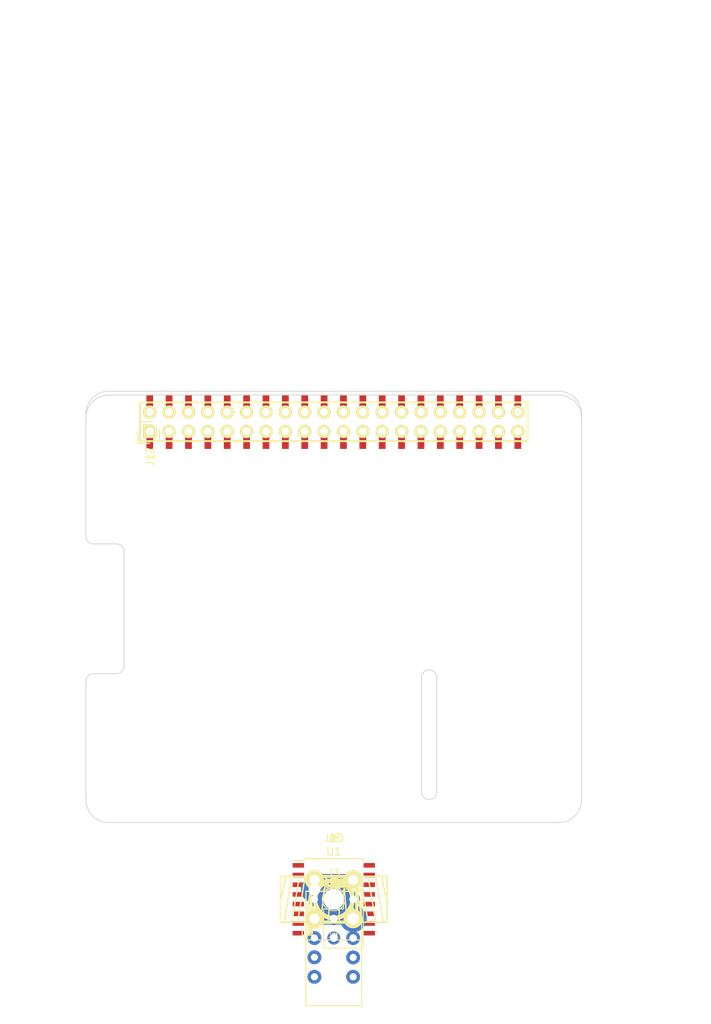
<source format=kicad_pcb>
(kicad_pcb (version 4) (host pcbnew 4.0.7)

  (general
    (links 139)
    (no_connects 71)
    (area -0.050001 -0.050001 65.050001 56.550001)
    (thickness 1.6)
    (drawings 40)
    (tracks 0)
    (zones 0)
    (modules 55)
    (nets 27)
  )

  (page A4)
  (layers
    (0 F.Cu signal)
    (31 B.Cu signal)
    (32 B.Adhes user)
    (33 F.Adhes user)
    (34 B.Paste user)
    (35 F.Paste user)
    (36 B.SilkS user)
    (37 F.SilkS user)
    (38 B.Mask user)
    (39 F.Mask user)
    (40 Dwgs.User user)
    (41 Cmts.User user)
    (42 Eco1.User user)
    (43 Eco2.User user)
    (44 Edge.Cuts user)
    (45 Margin user)
    (46 B.CrtYd user)
    (47 F.CrtYd user)
    (48 B.Fab user)
    (49 F.Fab user)
  )

  (setup
    (last_trace_width 0.25)
    (user_trace_width 0.01)
    (user_trace_width 0.02)
    (user_trace_width 0.05)
    (user_trace_width 0.1)
    (user_trace_width 0.2)
    (trace_clearance 0.2)
    (zone_clearance 0.508)
    (zone_45_only no)
    (trace_min 0.01)
    (segment_width 0.2)
    (edge_width 0.1)
    (via_size 0.6)
    (via_drill 0.4)
    (via_min_size 0.4)
    (via_min_drill 0.3)
    (uvia_size 0.3)
    (uvia_drill 0.1)
    (uvias_allowed no)
    (uvia_min_size 0.2)
    (uvia_min_drill 0.1)
    (pcb_text_width 0.3)
    (pcb_text_size 1.5 1.5)
    (mod_edge_width 0.15)
    (mod_text_size 1 1)
    (mod_text_width 0.15)
    (pad_size 2.75 2.75)
    (pad_drill 2.75)
    (pad_to_mask_clearance 0)
    (aux_axis_origin 0 0)
    (visible_elements 7FFEFFFF)
    (pcbplotparams
      (layerselection 0x00030_80000001)
      (usegerberextensions false)
      (excludeedgelayer true)
      (linewidth 0.100000)
      (plotframeref false)
      (viasonmask false)
      (mode 1)
      (useauxorigin false)
      (hpglpennumber 1)
      (hpglpenspeed 20)
      (hpglpendiameter 15)
      (hpglpenoverlay 2)
      (psnegative false)
      (psa4output false)
      (plotreference true)
      (plotvalue true)
      (plotinvisibletext false)
      (padsonsilk false)
      (subtractmaskfromsilk false)
      (outputformat 1)
      (mirror false)
      (drillshape 0)
      (scaleselection 1)
      (outputdirectory meta/))
  )

  (net 0 "")
  (net 1 5V)
  (net 2 GND)
  (net 3 "Net-(C3-Pad1)")
  (net 4 "Net-(C3-Pad2)")
  (net 5 "Net-(C4-Pad1)")
  (net 6 "Net-(C10-Pad1)")
  (net 7 "Net-(C10-Pad2)")
  (net 8 "Net-(C11-Pad1)")
  (net 9 "Net-(C18-Pad1)")
  (net 10 "Net-(C18-Pad2)")
  (net 11 "Net-(C19-Pad1)")
  (net 12 "Net-(J4-Pad2)")
  (net 13 "Net-(J4-Pad4)")
  (net 14 "Net-(J4-Pad6)")
  (net 15 "Net-(J5-Pad32)")
  (net 16 "Net-(J6-Pad2)")
  (net 17 "Net-(J8-Pad1)")
  (net 18 "Net-(J8-Pad2)")
  (net 19 "Net-(J10-Pad1)")
  (net 20 "Net-(J10-Pad2)")
  (net 21 SCL)
  (net 22 SDA)
  (net 23 "Net-(R3-Pad2)")
  (net 24 2.5MHz)
  (net 25 6MHz)
  (net 26 12MHz)

  (net_class Default "This is the default net class."
    (clearance 0.2)
    (trace_width 0.25)
    (via_dia 0.6)
    (via_drill 0.4)
    (uvia_dia 0.3)
    (uvia_drill 0.1)
    (add_net 12MHz)
    (add_net 2.5MHz)
    (add_net 5V)
    (add_net 6MHz)
    (add_net GND)
    (add_net "Net-(C10-Pad1)")
    (add_net "Net-(C10-Pad2)")
    (add_net "Net-(C11-Pad1)")
    (add_net "Net-(C18-Pad1)")
    (add_net "Net-(C18-Pad2)")
    (add_net "Net-(C19-Pad1)")
    (add_net "Net-(C3-Pad1)")
    (add_net "Net-(C3-Pad2)")
    (add_net "Net-(C4-Pad1)")
    (add_net "Net-(J10-Pad1)")
    (add_net "Net-(J10-Pad2)")
    (add_net "Net-(J4-Pad2)")
    (add_net "Net-(J4-Pad4)")
    (add_net "Net-(J4-Pad6)")
    (add_net "Net-(J5-Pad32)")
    (add_net "Net-(J6-Pad2)")
    (add_net "Net-(J8-Pad1)")
    (add_net "Net-(J8-Pad2)")
    (add_net "Net-(R3-Pad2)")
    (add_net SCL)
    (add_net SDA)
  )

  (module RPi_Hat:Pin_Header_Straight_2x20 locked (layer F.Cu) (tedit 551989BF) (tstamp 5516AEA0)
    (at 113.5 53.4 90)
    (descr "Through hole pin header")
    (tags "pin header")
    (path /5AB81795/5AB81AC4)
    (fp_text reference J2 (at -4.191 -24.13 270) (layer F.SilkS)
      (effects (font (size 1 1) (thickness 0.15)))
    )
    (fp_text value Conn_01x01 (at -1.27 -27.23 90) (layer F.Fab)
      (effects (font (size 1 1) (thickness 0.15)))
    )
    (fp_line (start -3.02 -25.88) (end -3.02 25.92) (layer F.CrtYd) (width 0.05))
    (fp_line (start 3.03 -25.88) (end 3.03 25.92) (layer F.CrtYd) (width 0.05))
    (fp_line (start -3.02 -25.88) (end 3.03 -25.88) (layer F.CrtYd) (width 0.05))
    (fp_line (start -3.02 25.92) (end 3.03 25.92) (layer F.CrtYd) (width 0.05))
    (fp_line (start 2.54 25.4) (end 2.54 -25.4) (layer F.SilkS) (width 0.15))
    (fp_line (start -2.54 -22.86) (end -2.54 25.4) (layer F.SilkS) (width 0.15))
    (fp_line (start 2.54 25.4) (end -2.54 25.4) (layer F.SilkS) (width 0.15))
    (fp_line (start 2.54 -25.4) (end 0 -25.4) (layer F.SilkS) (width 0.15))
    (fp_line (start -1.27 -25.68) (end -2.82 -25.68) (layer F.SilkS) (width 0.15))
    (fp_line (start 0 -25.4) (end 0 -22.86) (layer F.SilkS) (width 0.15))
    (fp_line (start 0 -22.86) (end -2.54 -22.86) (layer F.SilkS) (width 0.15))
    (fp_line (start -2.82 -25.68) (end -2.82 -24.13) (layer F.SilkS) (width 0.15))
    (pad 1 thru_hole rect (at -1.27 -24.13 90) (size 1.7272 1.7272) (drill 1.016) (layers *.Cu *.Mask F.SilkS)
      (net 2 GND))
    (pad 2 thru_hole oval (at 1.27 -24.13 90) (size 1.7272 1.7272) (drill 1.016) (layers *.Cu *.Mask F.SilkS))
    (pad 3 thru_hole oval (at -1.27 -21.59 90) (size 1.7272 1.7272) (drill 1.016) (layers *.Cu *.Mask F.SilkS))
    (pad 4 thru_hole oval (at 1.27 -21.59 90) (size 1.7272 1.7272) (drill 1.016) (layers *.Cu *.Mask F.SilkS))
    (pad 5 thru_hole oval (at -1.27 -19.05 90) (size 1.7272 1.7272) (drill 1.016) (layers *.Cu *.Mask F.SilkS))
    (pad 6 thru_hole oval (at 1.27 -19.05 90) (size 1.7272 1.7272) (drill 1.016) (layers *.Cu *.Mask F.SilkS))
    (pad 7 thru_hole oval (at -1.27 -16.51 90) (size 1.7272 1.7272) (drill 1.016) (layers *.Cu *.Mask F.SilkS))
    (pad 8 thru_hole oval (at 1.27 -16.51 90) (size 1.7272 1.7272) (drill 1.016) (layers *.Cu *.Mask F.SilkS))
    (pad 9 thru_hole oval (at -1.27 -13.97 90) (size 1.7272 1.7272) (drill 1.016) (layers *.Cu *.Mask F.SilkS))
    (pad 10 thru_hole oval (at 1.27 -13.97 90) (size 1.7272 1.7272) (drill 1.016) (layers *.Cu *.Mask F.SilkS))
    (pad 11 thru_hole oval (at -1.27 -11.43 90) (size 1.7272 1.7272) (drill 1.016) (layers *.Cu *.Mask F.SilkS))
    (pad 12 thru_hole oval (at 1.27 -11.43 90) (size 1.7272 1.7272) (drill 1.016) (layers *.Cu *.Mask F.SilkS))
    (pad 13 thru_hole oval (at -1.27 -8.89 90) (size 1.7272 1.7272) (drill 1.016) (layers *.Cu *.Mask F.SilkS))
    (pad 14 thru_hole oval (at 1.27 -8.89 90) (size 1.7272 1.7272) (drill 1.016) (layers *.Cu *.Mask F.SilkS))
    (pad 15 thru_hole oval (at -1.27 -6.35 90) (size 1.7272 1.7272) (drill 1.016) (layers *.Cu *.Mask F.SilkS))
    (pad 16 thru_hole oval (at 1.27 -6.35 90) (size 1.7272 1.7272) (drill 1.016) (layers *.Cu *.Mask F.SilkS))
    (pad 17 thru_hole oval (at -1.27 -3.81 90) (size 1.7272 1.7272) (drill 1.016) (layers *.Cu *.Mask F.SilkS))
    (pad 18 thru_hole oval (at 1.27 -3.81 90) (size 1.7272 1.7272) (drill 1.016) (layers *.Cu *.Mask F.SilkS))
    (pad 19 thru_hole oval (at -1.27 -1.27 90) (size 1.7272 1.7272) (drill 1.016) (layers *.Cu *.Mask F.SilkS))
    (pad 20 thru_hole oval (at 1.27 -1.27 90) (size 1.7272 1.7272) (drill 1.016) (layers *.Cu *.Mask F.SilkS))
    (pad 21 thru_hole oval (at -1.27 1.27 90) (size 1.7272 1.7272) (drill 1.016) (layers *.Cu *.Mask F.SilkS))
    (pad 22 thru_hole oval (at 1.27 1.27 90) (size 1.7272 1.7272) (drill 1.016) (layers *.Cu *.Mask F.SilkS))
    (pad 23 thru_hole oval (at -1.27 3.81 90) (size 1.7272 1.7272) (drill 1.016) (layers *.Cu *.Mask F.SilkS))
    (pad 24 thru_hole oval (at 1.27 3.81 90) (size 1.7272 1.7272) (drill 1.016) (layers *.Cu *.Mask F.SilkS))
    (pad 25 thru_hole oval (at -1.27 6.35 90) (size 1.7272 1.7272) (drill 1.016) (layers *.Cu *.Mask F.SilkS))
    (pad 26 thru_hole oval (at 1.27 6.35 90) (size 1.7272 1.7272) (drill 1.016) (layers *.Cu *.Mask F.SilkS))
    (pad 27 thru_hole oval (at -1.27 8.89 90) (size 1.7272 1.7272) (drill 1.016) (layers *.Cu *.Mask F.SilkS))
    (pad 28 thru_hole oval (at 1.27 8.89 90) (size 1.7272 1.7272) (drill 1.016) (layers *.Cu *.Mask F.SilkS))
    (pad 29 thru_hole oval (at -1.27 11.43 90) (size 1.7272 1.7272) (drill 1.016) (layers *.Cu *.Mask F.SilkS))
    (pad 30 thru_hole oval (at 1.27 11.43 90) (size 1.7272 1.7272) (drill 1.016) (layers *.Cu *.Mask F.SilkS))
    (pad 31 thru_hole oval (at -1.27 13.97 90) (size 1.7272 1.7272) (drill 1.016) (layers *.Cu *.Mask F.SilkS))
    (pad 32 thru_hole oval (at 1.27 13.97 90) (size 1.7272 1.7272) (drill 1.016) (layers *.Cu *.Mask F.SilkS))
    (pad 33 thru_hole oval (at -1.27 16.51 90) (size 1.7272 1.7272) (drill 1.016) (layers *.Cu *.Mask F.SilkS))
    (pad 34 thru_hole oval (at 1.27 16.51 90) (size 1.7272 1.7272) (drill 1.016) (layers *.Cu *.Mask F.SilkS))
    (pad 35 thru_hole oval (at -1.27 19.05 90) (size 1.7272 1.7272) (drill 1.016) (layers *.Cu *.Mask F.SilkS))
    (pad 36 thru_hole oval (at 1.27 19.05 90) (size 1.7272 1.7272) (drill 1.016) (layers *.Cu *.Mask F.SilkS))
    (pad 37 thru_hole oval (at -1.27 21.59 90) (size 1.7272 1.7272) (drill 1.016) (layers *.Cu *.Mask F.SilkS))
    (pad 38 thru_hole oval (at 1.27 21.59 90) (size 1.7272 1.7272) (drill 1.016) (layers *.Cu *.Mask F.SilkS))
    (pad 39 thru_hole oval (at -1.27 24.13 90) (size 1.7272 1.7272) (drill 1.016) (layers *.Cu *.Mask F.SilkS))
    (pad 40 thru_hole oval (at 1.27 24.13 90) (size 1.7272 1.7272) (drill 1.016) (layers *.Cu *.Mask F.SilkS))
    (model Pin_Headers.3dshapes/Pin_Header_Straight_2x20.wrl
      (at (xyz 0 0 0))
      (scale (xyz 1 1 1))
      (rotate (xyz 0 0 90))
    )
  )

  (module RPi_Hat:Samtec_HLE-120-02-XXX-DV-BE-XX-XX locked (layer F.Cu) (tedit 55198B5B) (tstamp 55174A29)
    (at 113.5 53.4 90)
    (path /5515D395/5516AE26)
    (fp_text reference J1 (at -5 -24 90) (layer F.SilkS)
      (effects (font (size 1 1) (thickness 0.15)))
    )
    (fp_text value RPi_GPIO (at 5.08 0 360) (layer F.Fab)
      (effects (font (size 1 1) (thickness 0.15)))
    )
    (fp_line (start 2.54 25.4) (end -2.54 25.4) (layer F.SilkS) (width 0.254))
    (fp_line (start -2.54 25.4) (end -2.54 -25.4) (layer F.SilkS) (width 0.254))
    (fp_line (start -2.54 -25.4) (end 2.54 -25.4) (layer F.SilkS) (width 0.254))
    (fp_line (start 2.54 -25.4) (end 2.54 25.4) (layer F.SilkS) (width 0.254))
    (pad 34 smd rect (at 2.7178 16.51 180) (size 0.889 1.6764) (layers F.Cu F.Paste F.Mask))
    (pad 36 smd rect (at 2.7178 19.05 180) (size 0.889 1.6764) (layers F.Cu F.Paste F.Mask))
    (pad 40 smd rect (at 2.7178 24.13 180) (size 0.889 1.6764) (layers F.Cu F.Paste F.Mask))
    (pad 38 smd rect (at 2.7178 21.59 180) (size 0.889 1.6764) (layers F.Cu F.Paste F.Mask))
    (pad 18 smd rect (at 2.7178 -3.81 180) (size 0.889 1.6764) (layers F.Cu F.Paste F.Mask))
    (pad 20 smd rect (at 2.7178 -1.27 180) (size 0.889 1.6764) (layers F.Cu F.Paste F.Mask))
    (pad 24 smd rect (at 2.7178 3.81 180) (size 0.889 1.6764) (layers F.Cu F.Paste F.Mask))
    (pad 22 smd rect (at 2.7178 1.27 180) (size 0.889 1.6764) (layers F.Cu F.Paste F.Mask))
    (pad 30 smd rect (at 2.7178 11.43 180) (size 0.889 1.6764) (layers F.Cu F.Paste F.Mask))
    (pad 32 smd rect (at 2.7178 13.97 180) (size 0.889 1.6764) (layers F.Cu F.Paste F.Mask))
    (pad 28 smd rect (at 2.7178 8.89 180) (size 0.889 1.6764) (layers F.Cu F.Paste F.Mask))
    (pad 26 smd rect (at 2.7178 6.35 180) (size 0.889 1.6764) (layers F.Cu F.Paste F.Mask))
    (pad 10 smd rect (at 2.7178 -13.97 180) (size 0.889 1.6764) (layers F.Cu F.Paste F.Mask))
    (pad 12 smd rect (at 2.7178 -11.43 180) (size 0.889 1.6764) (layers F.Cu F.Paste F.Mask))
    (pad 16 smd rect (at 2.7178 -6.35 180) (size 0.889 1.6764) (layers F.Cu F.Paste F.Mask))
    (pad 14 smd rect (at 2.7178 -8.89 180) (size 0.889 1.6764) (layers F.Cu F.Paste F.Mask))
    (pad 6 smd rect (at 2.7178 -19.05 180) (size 0.889 1.6764) (layers F.Cu F.Paste F.Mask))
    (pad 8 smd rect (at 2.7178 -16.51 180) (size 0.889 1.6764) (layers F.Cu F.Paste F.Mask))
    (pad 4 smd rect (at 2.7178 -21.59 180) (size 0.889 1.6764) (layers F.Cu F.Paste F.Mask))
    (pad 2 smd rect (at 2.7178 -24.13 180) (size 0.889 1.6764) (layers F.Cu F.Paste F.Mask))
    (pad 39 smd rect (at -2.7178 24.13 180) (size 0.889 1.6764) (layers F.Cu F.Paste F.Mask))
    (pad 37 smd rect (at -2.7178 21.59 180) (size 0.889 1.6764) (layers F.Cu F.Paste F.Mask))
    (pad 33 smd rect (at -2.7178 16.51 180) (size 0.889 1.6764) (layers F.Cu F.Paste F.Mask))
    (pad 35 smd rect (at -2.7178 19.05 180) (size 0.889 1.6764) (layers F.Cu F.Paste F.Mask))
    (pad 27 smd rect (at -2.7178 8.89 180) (size 0.889 1.6764) (layers F.Cu F.Paste F.Mask))
    (pad 25 smd rect (at -2.7178 6.35 180) (size 0.889 1.6764) (layers F.Cu F.Paste F.Mask))
    (pad 29 smd rect (at -2.7178 11.43 180) (size 0.889 1.6764) (layers F.Cu F.Paste F.Mask))
    (pad 31 smd rect (at -2.7178 13.97 180) (size 0.889 1.6764) (layers F.Cu F.Paste F.Mask))
    (pad 23 smd rect (at -2.7178 3.81 180) (size 0.889 1.6764) (layers F.Cu F.Paste F.Mask))
    (pad 21 smd rect (at -2.7178 1.27 180) (size 0.889 1.6764) (layers F.Cu F.Paste F.Mask))
    (pad 17 smd rect (at -2.7178 -3.81 180) (size 0.889 1.6764) (layers F.Cu F.Paste F.Mask))
    (pad 19 smd rect (at -2.7178 -1.27 180) (size 0.889 1.6764) (layers F.Cu F.Paste F.Mask))
    (pad 3 smd rect (at -2.7178 -21.59 180) (size 0.889 1.6764) (layers F.Cu F.Paste F.Mask))
    (pad 1 smd rect (at -2.7178 -24.13 180) (size 0.889 1.6764) (layers F.Cu F.Paste F.Mask))
    (pad 5 smd rect (at -2.7178 -19.05 180) (size 0.889 1.6764) (layers F.Cu F.Paste F.Mask))
    (pad 7 smd rect (at -2.7178 -16.51 180) (size 0.889 1.6764) (layers F.Cu F.Paste F.Mask))
    (pad 15 smd rect (at -2.7178 -6.35 180) (size 0.889 1.6764) (layers F.Cu F.Paste F.Mask))
    (pad 13 smd rect (at -2.7178 -8.89 180) (size 0.889 1.6764) (layers F.Cu F.Paste F.Mask))
    (pad "" np_thru_hole circle (at -1.27 3.81) (size 0.9652 0.9652) (drill 0.9652) (layers *.Cu *.Mask F.SilkS))
    (pad "" np_thru_hole circle (at -1.27 1.27) (size 0.9652 0.9652) (drill 0.9652) (layers *.Cu *.Mask F.SilkS))
    (pad "" np_thru_hole circle (at -1.27 6.35) (size 0.9652 0.9652) (drill 0.9652) (layers *.Cu *.Mask F.SilkS))
    (pad "" np_thru_hole circle (at -1.27 8.89) (size 0.9652 0.9652) (drill 0.9652) (layers *.Cu *.Mask F.SilkS))
    (pad "" np_thru_hole circle (at -1.27 19.05) (size 0.9652 0.9652) (drill 0.9652) (layers *.Cu *.Mask F.SilkS))
    (pad "" np_thru_hole circle (at -1.27 16.51) (size 0.9652 0.9652) (drill 0.9652) (layers *.Cu *.Mask F.SilkS))
    (pad "" np_thru_hole circle (at -1.27 11.43) (size 0.9652 0.9652) (drill 0.9652) (layers *.Cu *.Mask F.SilkS))
    (pad "" np_thru_hole circle (at -1.27 13.97) (size 0.9652 0.9652) (drill 0.9652) (layers *.Cu *.Mask F.SilkS))
    (pad "" np_thru_hole circle (at -1.27 21.59) (size 0.9652 0.9652) (drill 0.9652) (layers *.Cu *.Mask F.SilkS))
    (pad "" np_thru_hole circle (at -1.27 24.13) (size 0.9652 0.9652) (drill 0.9652) (layers *.Cu *.Mask F.SilkS))
    (pad "" np_thru_hole circle (at -1.27 -1.27) (size 0.9652 0.9652) (drill 0.9652) (layers *.Cu *.Mask F.SilkS))
    (pad "" np_thru_hole circle (at -1.27 -3.81) (size 0.9652 0.9652) (drill 0.9652) (layers *.Cu *.Mask F.SilkS))
    (pad "" np_thru_hole circle (at -1.27 -11.43) (size 0.9652 0.9652) (drill 0.9652) (layers *.Cu *.Mask F.SilkS))
    (pad "" np_thru_hole circle (at -1.27 -13.97) (size 0.9652 0.9652) (drill 0.9652) (layers *.Cu *.Mask F.SilkS))
    (pad "" np_thru_hole circle (at -1.27 -8.89) (size 0.9652 0.9652) (drill 0.9652) (layers *.Cu *.Mask F.SilkS))
    (pad "" np_thru_hole circle (at -1.27 -6.35) (size 0.9652 0.9652) (drill 0.9652) (layers *.Cu *.Mask F.SilkS))
    (pad "" np_thru_hole circle (at -1.27 -16.51) (size 0.9652 0.9652) (drill 0.9652) (layers *.Cu *.Mask F.SilkS))
    (pad "" np_thru_hole circle (at -1.27 -19.05) (size 0.9652 0.9652) (drill 0.9652) (layers *.Cu *.Mask F.SilkS))
    (pad "" np_thru_hole circle (at -1.27 -24.13) (size 0.9652 0.9652) (drill 0.9652) (layers *.Cu *.Mask F.SilkS))
    (pad "" np_thru_hole circle (at -1.27 -21.59) (size 0.9652 0.9652) (drill 0.9652) (layers *.Cu *.Mask F.SilkS))
    (pad "" np_thru_hole circle (at 1.27 -21.59) (size 0.9652 0.9652) (drill 0.9652) (layers *.Cu *.Mask F.SilkS))
    (pad "" np_thru_hole circle (at 1.27 -24.13) (size 0.9652 0.9652) (drill 0.9652) (layers *.Cu *.Mask F.SilkS))
    (pad "" np_thru_hole circle (at 1.27 -19.05) (size 0.9652 0.9652) (drill 0.9652) (layers *.Cu *.Mask F.SilkS))
    (pad "" np_thru_hole circle (at 1.27 -16.51) (size 0.9652 0.9652) (drill 0.9652) (layers *.Cu *.Mask F.SilkS))
    (pad "" np_thru_hole circle (at 1.27 -6.35) (size 0.9652 0.9652) (drill 0.9652) (layers *.Cu *.Mask F.SilkS))
    (pad "" np_thru_hole circle (at 1.27 -8.89) (size 0.9652 0.9652) (drill 0.9652) (layers *.Cu *.Mask F.SilkS))
    (pad "" np_thru_hole circle (at 1.27 -13.97) (size 0.9652 0.9652) (drill 0.9652) (layers *.Cu *.Mask F.SilkS))
    (pad "" np_thru_hole circle (at 1.27 -11.43) (size 0.9652 0.9652) (drill 0.9652) (layers *.Cu *.Mask F.SilkS))
    (pad "" np_thru_hole circle (at 1.27 -3.81) (size 0.9652 0.9652) (drill 0.9652) (layers *.Cu *.Mask F.SilkS))
    (pad "" np_thru_hole circle (at 1.27 -1.27) (size 0.9652 0.9652) (drill 0.9652) (layers *.Cu *.Mask F.SilkS))
    (pad "" np_thru_hole circle (at 1.27 24.13) (size 0.9652 0.9652) (drill 0.9652) (layers *.Cu *.Mask F.SilkS))
    (pad "" np_thru_hole circle (at 1.27 21.59) (size 0.9652 0.9652) (drill 0.9652) (layers *.Cu *.Mask F.SilkS))
    (pad "" np_thru_hole circle (at 1.27 13.97) (size 0.9652 0.9652) (drill 0.9652) (layers *.Cu *.Mask F.SilkS))
    (pad "" np_thru_hole circle (at 1.27 11.43) (size 0.9652 0.9652) (drill 0.9652) (layers *.Cu *.Mask F.SilkS))
    (pad "" np_thru_hole circle (at 1.27 16.51) (size 0.9652 0.9652) (drill 0.9652) (layers *.Cu *.Mask F.SilkS))
    (pad "" np_thru_hole circle (at 1.27 19.05) (size 0.9652 0.9652) (drill 0.9652) (layers *.Cu *.Mask F.SilkS))
    (pad "" np_thru_hole circle (at 1.27 8.89) (size 0.9652 0.9652) (drill 0.9652) (layers *.Cu *.Mask F.SilkS))
    (pad "" np_thru_hole circle (at 1.27 6.35) (size 0.9652 0.9652) (drill 0.9652) (layers *.Cu *.Mask F.SilkS))
    (pad "" np_thru_hole circle (at 1.27 1.27) (size 0.9652 0.9652) (drill 0.9652) (layers *.Cu *.Mask F.SilkS))
    (pad "" np_thru_hole circle (at 1.27 3.81) (size 0.9652 0.9652) (drill 0.9652) (layers *.Cu *.Mask F.SilkS))
    (pad 9 smd rect (at -2.7178 -13.97 180) (size 0.889 1.6764) (layers F.Cu F.Paste F.Mask))
    (pad 11 smd rect (at -2.7178 -11.43 180) (size 0.889 1.6764) (layers F.Cu F.Paste F.Mask))
    (pad "" np_thru_hole circle (at 0 -22.86) (size 1.778 1.778) (drill 1.778) (layers *.Cu *.Mask F.SilkS))
    (pad "" np_thru_hole circle (at 0 22.86) (size 1.778 1.778) (drill 1.778) (layers *.Cu *.Mask F.SilkS))
  )

  (module RPi_Hat:RPi_Hat_Mounting_Hole locked (layer F.Cu) (tedit 55217C7B) (tstamp 5515DEA9)
    (at 142.5 53.4)
    (descr "Mounting hole, Befestigungsbohrung, 2,7mm, No Annular, Kein Restring,")
    (tags "Mounting hole, Befestigungsbohrung, 2,7mm, No Annular, Kein Restring,")
    (fp_text reference "" (at 0 -4.0005) (layer F.SilkS) hide
      (effects (font (size 1 1) (thickness 0.15)))
    )
    (fp_text value "" (at 0.09906 3.59918) (layer F.Fab) hide
      (effects (font (size 1 1) (thickness 0.15)))
    )
    (fp_circle (center 0 0) (end 1.375 0) (layer F.Fab) (width 0.15))
    (fp_circle (center 0 0) (end 3.1 0) (layer F.Fab) (width 0.15))
    (fp_circle (center 0 0) (end 3.1 0) (layer B.Fab) (width 0.15))
    (fp_circle (center 0 0) (end 1.375 0) (layer B.Fab) (width 0.15))
    (fp_circle (center 0 0) (end 3.1 0) (layer F.CrtYd) (width 0.15))
    (fp_circle (center 0 0) (end 3.1 0) (layer B.CrtYd) (width 0.15))
    (pad "" np_thru_hole circle (at 0 0) (size 2.75 2.75) (drill 2.75) (layers *.Cu *.Mask)
      (solder_mask_margin 1.725) (clearance 1.725))
  )

  (module RPi_Hat:RPi_Hat_Mounting_Hole locked (layer F.Cu) (tedit 55217CCB) (tstamp 55169DC9)
    (at 142.5 102.4)
    (descr "Mounting hole, Befestigungsbohrung, 2,7mm, No Annular, Kein Restring,")
    (tags "Mounting hole, Befestigungsbohrung, 2,7mm, No Annular, Kein Restring,")
    (fp_text reference "" (at 0 -4.0005) (layer F.SilkS) hide
      (effects (font (size 1 1) (thickness 0.15)))
    )
    (fp_text value "" (at 0.09906 3.59918) (layer F.Fab) hide
      (effects (font (size 1 1) (thickness 0.15)))
    )
    (fp_circle (center 0 0) (end 1.375 0) (layer F.Fab) (width 0.15))
    (fp_circle (center 0 0) (end 3.1 0) (layer F.Fab) (width 0.15))
    (fp_circle (center 0 0) (end 3.1 0) (layer B.Fab) (width 0.15))
    (fp_circle (center 0 0) (end 1.375 0) (layer B.Fab) (width 0.15))
    (fp_circle (center 0 0) (end 3.1 0) (layer F.CrtYd) (width 0.15))
    (fp_circle (center 0 0) (end 3.1 0) (layer B.CrtYd) (width 0.15))
    (pad "" np_thru_hole circle (at 0 0) (size 2.75 2.75) (drill 2.75) (layers *.Cu *.Mask)
      (solder_mask_margin 1.725) (clearance 1.725))
  )

  (module RPi_Hat:RPi_Hat_Mounting_Hole locked (layer F.Cu) (tedit 55217CB9) (tstamp 5515DECC)
    (at 84.5 102.4)
    (descr "Mounting hole, Befestigungsbohrung, 2,7mm, No Annular, Kein Restring,")
    (tags "Mounting hole, Befestigungsbohrung, 2,7mm, No Annular, Kein Restring,")
    (fp_text reference "" (at 0 -4.0005) (layer F.SilkS) hide
      (effects (font (size 1 1) (thickness 0.15)))
    )
    (fp_text value "" (at 0.09906 3.59918) (layer F.Fab) hide
      (effects (font (size 1 1) (thickness 0.15)))
    )
    (fp_circle (center 0 0) (end 1.375 0) (layer F.Fab) (width 0.15))
    (fp_circle (center 0 0) (end 3.1 0) (layer F.Fab) (width 0.15))
    (fp_circle (center 0 0) (end 3.1 0) (layer B.Fab) (width 0.15))
    (fp_circle (center 0 0) (end 1.375 0) (layer B.Fab) (width 0.15))
    (fp_circle (center 0 0) (end 3.1 0) (layer F.CrtYd) (width 0.15))
    (fp_circle (center 0 0) (end 3.1 0) (layer B.CrtYd) (width 0.15))
    (pad "" np_thru_hole circle (at 0 0) (size 2.75 2.75) (drill 2.75) (layers *.Cu *.Mask)
      (solder_mask_margin 1.725) (clearance 1.725))
  )

  (module RPi_Hat:RPi_Hat_Mounting_Hole locked (layer F.Cu) (tedit 55217CA2) (tstamp 5515DEBF)
    (at 84.5 53.4)
    (descr "Mounting hole, Befestigungsbohrung, 2,7mm, No Annular, Kein Restring,")
    (tags "Mounting hole, Befestigungsbohrung, 2,7mm, No Annular, Kein Restring,")
    (fp_text reference "" (at 0 -4.0005) (layer F.SilkS) hide
      (effects (font (size 1 1) (thickness 0.15)))
    )
    (fp_text value "" (at 0.09906 3.59918) (layer F.Fab) hide
      (effects (font (size 1 1) (thickness 0.15)))
    )
    (fp_circle (center 0 0) (end 1.375 0) (layer F.Fab) (width 0.15))
    (fp_circle (center 0 0) (end 3.1 0) (layer F.Fab) (width 0.15))
    (fp_circle (center 0 0) (end 3.1 0) (layer B.Fab) (width 0.15))
    (fp_circle (center 0 0) (end 1.375 0) (layer B.Fab) (width 0.15))
    (fp_circle (center 0 0) (end 3.1 0) (layer F.CrtYd) (width 0.15))
    (fp_circle (center 0 0) (end 3.1 0) (layer B.CrtYd) (width 0.15))
    (pad "" np_thru_hole circle (at 0 0) (size 2.75 2.75) (drill 2.75) (layers *.Cu *.Mask)
      (solder_mask_margin 1.725) (clearance 1.725))
  )

  (module Capacitor_SMD:C_1206_3216Metric_Pad1.24x1.80mm_HandSolder (layer F.Cu) (tedit 59FE48B8) (tstamp 5AB8161D)
    (at 113.5 115.950001)
    (descr "Capacitor SMD 1206 (3216 Metric), square (rectangular) end terminal, IPC_7351 nominal with elongated pad for handsoldering. (Body size source: http://www.tortai-tech.com/upload/download/2011102023233369053.pdf), generated with kicad-footprint-generator")
    (tags "capacitor handsolder")
    (path /5AB81795/5AB81A77)
    (attr smd)
    (fp_text reference C1 (at 0 -2.05) (layer F.SilkS)
      (effects (font (size 1 1) (thickness 0.15)))
    )
    (fp_text value C_Small (at 0 2.05) (layer F.Fab)
      (effects (font (size 1 1) (thickness 0.15)))
    )
    (fp_line (start -1.6 0.8) (end -1.6 -0.8) (layer F.Fab) (width 0.1))
    (fp_line (start -1.6 -0.8) (end 1.6 -0.8) (layer F.Fab) (width 0.1))
    (fp_line (start 1.6 -0.8) (end 1.6 0.8) (layer F.Fab) (width 0.1))
    (fp_line (start 1.6 0.8) (end -1.6 0.8) (layer F.Fab) (width 0.1))
    (fp_line (start -0.65 -0.91) (end 0.65 -0.91) (layer F.SilkS) (width 0.12))
    (fp_line (start -0.65 0.91) (end 0.65 0.91) (layer F.SilkS) (width 0.12))
    (fp_line (start -2.46 1.15) (end -2.46 -1.15) (layer F.CrtYd) (width 0.05))
    (fp_line (start -2.46 -1.15) (end 2.46 -1.15) (layer F.CrtYd) (width 0.05))
    (fp_line (start 2.46 -1.15) (end 2.46 1.15) (layer F.CrtYd) (width 0.05))
    (fp_line (start 2.46 1.15) (end -2.46 1.15) (layer F.CrtYd) (width 0.05))
    (fp_text user %R (at 0 0) (layer F.Fab)
      (effects (font (size 0.8 0.8) (thickness 0.12)))
    )
    (pad 1 smd rect (at -1.5925 0) (size 1.245 1.8) (layers F.Cu F.Paste F.Mask)
      (net 1 5V))
    (pad 2 smd rect (at 1.5925 0) (size 1.245 1.8) (layers F.Cu F.Paste F.Mask)
      (net 2 GND))
    (model ${KISYS3DMOD}/Capacitor_SMD.3dshapes/C_1206_3216Metric.wrl
      (at (xyz 0 0 0))
      (scale (xyz 1 1 1))
      (rotate (xyz 0 0 0))
    )
  )

  (module Capacitor_SMD:C_1206_3216Metric_Pad1.24x1.80mm_HandSolder (layer F.Cu) (tedit 59FE48B8) (tstamp 5AB81623)
    (at 113.5 115.950001)
    (descr "Capacitor SMD 1206 (3216 Metric), square (rectangular) end terminal, IPC_7351 nominal with elongated pad for handsoldering. (Body size source: http://www.tortai-tech.com/upload/download/2011102023233369053.pdf), generated with kicad-footprint-generator")
    (tags "capacitor handsolder")
    (path /5AB81795/5AB81A6C)
    (attr smd)
    (fp_text reference C2 (at 0 -2.05) (layer F.SilkS)
      (effects (font (size 1 1) (thickness 0.15)))
    )
    (fp_text value C_Small (at 0 2.05) (layer F.Fab)
      (effects (font (size 1 1) (thickness 0.15)))
    )
    (fp_line (start -1.6 0.8) (end -1.6 -0.8) (layer F.Fab) (width 0.1))
    (fp_line (start -1.6 -0.8) (end 1.6 -0.8) (layer F.Fab) (width 0.1))
    (fp_line (start 1.6 -0.8) (end 1.6 0.8) (layer F.Fab) (width 0.1))
    (fp_line (start 1.6 0.8) (end -1.6 0.8) (layer F.Fab) (width 0.1))
    (fp_line (start -0.65 -0.91) (end 0.65 -0.91) (layer F.SilkS) (width 0.12))
    (fp_line (start -0.65 0.91) (end 0.65 0.91) (layer F.SilkS) (width 0.12))
    (fp_line (start -2.46 1.15) (end -2.46 -1.15) (layer F.CrtYd) (width 0.05))
    (fp_line (start -2.46 -1.15) (end 2.46 -1.15) (layer F.CrtYd) (width 0.05))
    (fp_line (start 2.46 -1.15) (end 2.46 1.15) (layer F.CrtYd) (width 0.05))
    (fp_line (start 2.46 1.15) (end -2.46 1.15) (layer F.CrtYd) (width 0.05))
    (fp_text user %R (at 0 0) (layer F.Fab)
      (effects (font (size 0.8 0.8) (thickness 0.12)))
    )
    (pad 1 smd rect (at -1.5925 0) (size 1.245 1.8) (layers F.Cu F.Paste F.Mask)
      (net 2 GND))
    (pad 2 smd rect (at 1.5925 0) (size 1.245 1.8) (layers F.Cu F.Paste F.Mask)
      (net 1 5V))
    (model ${KISYS3DMOD}/Capacitor_SMD.3dshapes/C_1206_3216Metric.wrl
      (at (xyz 0 0 0))
      (scale (xyz 1 1 1))
      (rotate (xyz 0 0 0))
    )
  )

  (module Capacitor_SMD:C_1206_3216Metric_Pad1.24x1.80mm_HandSolder (layer F.Cu) (tedit 59FE48B8) (tstamp 5AB81629)
    (at 113.5 115.950001)
    (descr "Capacitor SMD 1206 (3216 Metric), square (rectangular) end terminal, IPC_7351 nominal with elongated pad for handsoldering. (Body size source: http://www.tortai-tech.com/upload/download/2011102023233369053.pdf), generated with kicad-footprint-generator")
    (tags "capacitor handsolder")
    (path /5AB81795/5AB81A72)
    (attr smd)
    (fp_text reference C3 (at 0 -2.05) (layer F.SilkS)
      (effects (font (size 1 1) (thickness 0.15)))
    )
    (fp_text value C_Small (at 0 2.05) (layer F.Fab)
      (effects (font (size 1 1) (thickness 0.15)))
    )
    (fp_line (start -1.6 0.8) (end -1.6 -0.8) (layer F.Fab) (width 0.1))
    (fp_line (start -1.6 -0.8) (end 1.6 -0.8) (layer F.Fab) (width 0.1))
    (fp_line (start 1.6 -0.8) (end 1.6 0.8) (layer F.Fab) (width 0.1))
    (fp_line (start 1.6 0.8) (end -1.6 0.8) (layer F.Fab) (width 0.1))
    (fp_line (start -0.65 -0.91) (end 0.65 -0.91) (layer F.SilkS) (width 0.12))
    (fp_line (start -0.65 0.91) (end 0.65 0.91) (layer F.SilkS) (width 0.12))
    (fp_line (start -2.46 1.15) (end -2.46 -1.15) (layer F.CrtYd) (width 0.05))
    (fp_line (start -2.46 -1.15) (end 2.46 -1.15) (layer F.CrtYd) (width 0.05))
    (fp_line (start 2.46 -1.15) (end 2.46 1.15) (layer F.CrtYd) (width 0.05))
    (fp_line (start 2.46 1.15) (end -2.46 1.15) (layer F.CrtYd) (width 0.05))
    (fp_text user %R (at 0 0) (layer F.Fab)
      (effects (font (size 0.8 0.8) (thickness 0.12)))
    )
    (pad 1 smd rect (at -1.5925 0) (size 1.245 1.8) (layers F.Cu F.Paste F.Mask)
      (net 3 "Net-(C3-Pad1)"))
    (pad 2 smd rect (at 1.5925 0) (size 1.245 1.8) (layers F.Cu F.Paste F.Mask)
      (net 4 "Net-(C3-Pad2)"))
    (model ${KISYS3DMOD}/Capacitor_SMD.3dshapes/C_1206_3216Metric.wrl
      (at (xyz 0 0 0))
      (scale (xyz 1 1 1))
      (rotate (xyz 0 0 0))
    )
  )

  (module Capacitor_SMD:C_1206_3216Metric_Pad1.24x1.80mm_HandSolder (layer F.Cu) (tedit 59FE48B8) (tstamp 5AB8162F)
    (at 113.5 115.950001)
    (descr "Capacitor SMD 1206 (3216 Metric), square (rectangular) end terminal, IPC_7351 nominal with elongated pad for handsoldering. (Body size source: http://www.tortai-tech.com/upload/download/2011102023233369053.pdf), generated with kicad-footprint-generator")
    (tags "capacitor handsolder")
    (path /5AB81795/5AB81A73)
    (attr smd)
    (fp_text reference C4 (at 0 -2.05) (layer F.SilkS)
      (effects (font (size 1 1) (thickness 0.15)))
    )
    (fp_text value C_Small (at 0 2.05) (layer F.Fab)
      (effects (font (size 1 1) (thickness 0.15)))
    )
    (fp_line (start -1.6 0.8) (end -1.6 -0.8) (layer F.Fab) (width 0.1))
    (fp_line (start -1.6 -0.8) (end 1.6 -0.8) (layer F.Fab) (width 0.1))
    (fp_line (start 1.6 -0.8) (end 1.6 0.8) (layer F.Fab) (width 0.1))
    (fp_line (start 1.6 0.8) (end -1.6 0.8) (layer F.Fab) (width 0.1))
    (fp_line (start -0.65 -0.91) (end 0.65 -0.91) (layer F.SilkS) (width 0.12))
    (fp_line (start -0.65 0.91) (end 0.65 0.91) (layer F.SilkS) (width 0.12))
    (fp_line (start -2.46 1.15) (end -2.46 -1.15) (layer F.CrtYd) (width 0.05))
    (fp_line (start -2.46 -1.15) (end 2.46 -1.15) (layer F.CrtYd) (width 0.05))
    (fp_line (start 2.46 -1.15) (end 2.46 1.15) (layer F.CrtYd) (width 0.05))
    (fp_line (start 2.46 1.15) (end -2.46 1.15) (layer F.CrtYd) (width 0.05))
    (fp_text user %R (at 0 0) (layer F.Fab)
      (effects (font (size 0.8 0.8) (thickness 0.12)))
    )
    (pad 1 smd rect (at -1.5925 0) (size 1.245 1.8) (layers F.Cu F.Paste F.Mask)
      (net 5 "Net-(C4-Pad1)"))
    (pad 2 smd rect (at 1.5925 0) (size 1.245 1.8) (layers F.Cu F.Paste F.Mask)
      (net 3 "Net-(C3-Pad1)"))
    (model ${KISYS3DMOD}/Capacitor_SMD.3dshapes/C_1206_3216Metric.wrl
      (at (xyz 0 0 0))
      (scale (xyz 1 1 1))
      (rotate (xyz 0 0 0))
    )
  )

  (module Capacitor_SMD:C_1206_3216Metric_Pad1.24x1.80mm_HandSolder (layer F.Cu) (tedit 59FE48B8) (tstamp 5AB81635)
    (at 113.5 115.950001)
    (descr "Capacitor SMD 1206 (3216 Metric), square (rectangular) end terminal, IPC_7351 nominal with elongated pad for handsoldering. (Body size source: http://www.tortai-tech.com/upload/download/2011102023233369053.pdf), generated with kicad-footprint-generator")
    (tags "capacitor handsolder")
    (path /5AB81795/5AB81A6E)
    (attr smd)
    (fp_text reference C5 (at 0 -2.05) (layer F.SilkS)
      (effects (font (size 1 1) (thickness 0.15)))
    )
    (fp_text value C_Small (at 0 2.05) (layer F.Fab)
      (effects (font (size 1 1) (thickness 0.15)))
    )
    (fp_line (start -1.6 0.8) (end -1.6 -0.8) (layer F.Fab) (width 0.1))
    (fp_line (start -1.6 -0.8) (end 1.6 -0.8) (layer F.Fab) (width 0.1))
    (fp_line (start 1.6 -0.8) (end 1.6 0.8) (layer F.Fab) (width 0.1))
    (fp_line (start 1.6 0.8) (end -1.6 0.8) (layer F.Fab) (width 0.1))
    (fp_line (start -0.65 -0.91) (end 0.65 -0.91) (layer F.SilkS) (width 0.12))
    (fp_line (start -0.65 0.91) (end 0.65 0.91) (layer F.SilkS) (width 0.12))
    (fp_line (start -2.46 1.15) (end -2.46 -1.15) (layer F.CrtYd) (width 0.05))
    (fp_line (start -2.46 -1.15) (end 2.46 -1.15) (layer F.CrtYd) (width 0.05))
    (fp_line (start 2.46 -1.15) (end 2.46 1.15) (layer F.CrtYd) (width 0.05))
    (fp_line (start 2.46 1.15) (end -2.46 1.15) (layer F.CrtYd) (width 0.05))
    (fp_text user %R (at 0 0) (layer F.Fab)
      (effects (font (size 0.8 0.8) (thickness 0.12)))
    )
    (pad 1 smd rect (at -1.5925 0) (size 1.245 1.8) (layers F.Cu F.Paste F.Mask)
      (net 4 "Net-(C3-Pad2)"))
    (pad 2 smd rect (at 1.5925 0) (size 1.245 1.8) (layers F.Cu F.Paste F.Mask)
      (net 2 GND))
    (model ${KISYS3DMOD}/Capacitor_SMD.3dshapes/C_1206_3216Metric.wrl
      (at (xyz 0 0 0))
      (scale (xyz 1 1 1))
      (rotate (xyz 0 0 0))
    )
  )

  (module Capacitor_SMD:C_1206_3216Metric_Pad1.24x1.80mm_HandSolder (layer F.Cu) (tedit 59FE48B8) (tstamp 5AB8163B)
    (at 113.5 115.950001)
    (descr "Capacitor SMD 1206 (3216 Metric), square (rectangular) end terminal, IPC_7351 nominal with elongated pad for handsoldering. (Body size source: http://www.tortai-tech.com/upload/download/2011102023233369053.pdf), generated with kicad-footprint-generator")
    (tags "capacitor handsolder")
    (path /5AB81795/5AB81A6D)
    (attr smd)
    (fp_text reference C6 (at 0 -2.05) (layer F.SilkS)
      (effects (font (size 1 1) (thickness 0.15)))
    )
    (fp_text value C_Small (at 0 2.05) (layer F.Fab)
      (effects (font (size 1 1) (thickness 0.15)))
    )
    (fp_line (start -1.6 0.8) (end -1.6 -0.8) (layer F.Fab) (width 0.1))
    (fp_line (start -1.6 -0.8) (end 1.6 -0.8) (layer F.Fab) (width 0.1))
    (fp_line (start 1.6 -0.8) (end 1.6 0.8) (layer F.Fab) (width 0.1))
    (fp_line (start 1.6 0.8) (end -1.6 0.8) (layer F.Fab) (width 0.1))
    (fp_line (start -0.65 -0.91) (end 0.65 -0.91) (layer F.SilkS) (width 0.12))
    (fp_line (start -0.65 0.91) (end 0.65 0.91) (layer F.SilkS) (width 0.12))
    (fp_line (start -2.46 1.15) (end -2.46 -1.15) (layer F.CrtYd) (width 0.05))
    (fp_line (start -2.46 -1.15) (end 2.46 -1.15) (layer F.CrtYd) (width 0.05))
    (fp_line (start 2.46 -1.15) (end 2.46 1.15) (layer F.CrtYd) (width 0.05))
    (fp_line (start 2.46 1.15) (end -2.46 1.15) (layer F.CrtYd) (width 0.05))
    (fp_text user %R (at 0 0) (layer F.Fab)
      (effects (font (size 0.8 0.8) (thickness 0.12)))
    )
    (pad 1 smd rect (at -1.5925 0) (size 1.245 1.8) (layers F.Cu F.Paste F.Mask)
      (net 3 "Net-(C3-Pad1)"))
    (pad 2 smd rect (at 1.5925 0) (size 1.245 1.8) (layers F.Cu F.Paste F.Mask)
      (net 2 GND))
    (model ${KISYS3DMOD}/Capacitor_SMD.3dshapes/C_1206_3216Metric.wrl
      (at (xyz 0 0 0))
      (scale (xyz 1 1 1))
      (rotate (xyz 0 0 0))
    )
  )

  (module Capacitor_SMD:C_1206_3216Metric_Pad1.24x1.80mm_HandSolder (layer F.Cu) (tedit 59FE48B8) (tstamp 5AB81641)
    (at 113.5 115.950001)
    (descr "Capacitor SMD 1206 (3216 Metric), square (rectangular) end terminal, IPC_7351 nominal with elongated pad for handsoldering. (Body size source: http://www.tortai-tech.com/upload/download/2011102023233369053.pdf), generated with kicad-footprint-generator")
    (tags "capacitor handsolder")
    (path /5AB81795/5AB81A70)
    (attr smd)
    (fp_text reference C7 (at 0 -2.05) (layer F.SilkS)
      (effects (font (size 1 1) (thickness 0.15)))
    )
    (fp_text value C_Small (at 0 2.05) (layer F.Fab)
      (effects (font (size 1 1) (thickness 0.15)))
    )
    (fp_line (start -1.6 0.8) (end -1.6 -0.8) (layer F.Fab) (width 0.1))
    (fp_line (start -1.6 -0.8) (end 1.6 -0.8) (layer F.Fab) (width 0.1))
    (fp_line (start 1.6 -0.8) (end 1.6 0.8) (layer F.Fab) (width 0.1))
    (fp_line (start 1.6 0.8) (end -1.6 0.8) (layer F.Fab) (width 0.1))
    (fp_line (start -0.65 -0.91) (end 0.65 -0.91) (layer F.SilkS) (width 0.12))
    (fp_line (start -0.65 0.91) (end 0.65 0.91) (layer F.SilkS) (width 0.12))
    (fp_line (start -2.46 1.15) (end -2.46 -1.15) (layer F.CrtYd) (width 0.05))
    (fp_line (start -2.46 -1.15) (end 2.46 -1.15) (layer F.CrtYd) (width 0.05))
    (fp_line (start 2.46 -1.15) (end 2.46 1.15) (layer F.CrtYd) (width 0.05))
    (fp_line (start 2.46 1.15) (end -2.46 1.15) (layer F.CrtYd) (width 0.05))
    (fp_text user %R (at 0 0) (layer F.Fab)
      (effects (font (size 0.8 0.8) (thickness 0.12)))
    )
    (pad 1 smd rect (at -1.5925 0) (size 1.245 1.8) (layers F.Cu F.Paste F.Mask)
      (net 5 "Net-(C4-Pad1)"))
    (pad 2 smd rect (at 1.5925 0) (size 1.245 1.8) (layers F.Cu F.Paste F.Mask)
      (net 2 GND))
    (model ${KISYS3DMOD}/Capacitor_SMD.3dshapes/C_1206_3216Metric.wrl
      (at (xyz 0 0 0))
      (scale (xyz 1 1 1))
      (rotate (xyz 0 0 0))
    )
  )

  (module Capacitor_SMD:C_1206_3216Metric_Pad1.24x1.80mm_HandSolder (layer F.Cu) (tedit 59FE48B8) (tstamp 5AB81647)
    (at 113.5 115.950001)
    (descr "Capacitor SMD 1206 (3216 Metric), square (rectangular) end terminal, IPC_7351 nominal with elongated pad for handsoldering. (Body size source: http://www.tortai-tech.com/upload/download/2011102023233369053.pdf), generated with kicad-footprint-generator")
    (tags "capacitor handsolder")
    (path /5AB81795/5AB81A8B)
    (attr smd)
    (fp_text reference C8 (at 0 -2.05) (layer F.SilkS)
      (effects (font (size 1 1) (thickness 0.15)))
    )
    (fp_text value C_Small (at 0 2.05) (layer F.Fab)
      (effects (font (size 1 1) (thickness 0.15)))
    )
    (fp_line (start -1.6 0.8) (end -1.6 -0.8) (layer F.Fab) (width 0.1))
    (fp_line (start -1.6 -0.8) (end 1.6 -0.8) (layer F.Fab) (width 0.1))
    (fp_line (start 1.6 -0.8) (end 1.6 0.8) (layer F.Fab) (width 0.1))
    (fp_line (start 1.6 0.8) (end -1.6 0.8) (layer F.Fab) (width 0.1))
    (fp_line (start -0.65 -0.91) (end 0.65 -0.91) (layer F.SilkS) (width 0.12))
    (fp_line (start -0.65 0.91) (end 0.65 0.91) (layer F.SilkS) (width 0.12))
    (fp_line (start -2.46 1.15) (end -2.46 -1.15) (layer F.CrtYd) (width 0.05))
    (fp_line (start -2.46 -1.15) (end 2.46 -1.15) (layer F.CrtYd) (width 0.05))
    (fp_line (start 2.46 -1.15) (end 2.46 1.15) (layer F.CrtYd) (width 0.05))
    (fp_line (start 2.46 1.15) (end -2.46 1.15) (layer F.CrtYd) (width 0.05))
    (fp_text user %R (at 0 0) (layer F.Fab)
      (effects (font (size 0.8 0.8) (thickness 0.12)))
    )
    (pad 1 smd rect (at -1.5925 0) (size 1.245 1.8) (layers F.Cu F.Paste F.Mask)
      (net 1 5V))
    (pad 2 smd rect (at 1.5925 0) (size 1.245 1.8) (layers F.Cu F.Paste F.Mask)
      (net 2 GND))
    (model ${KISYS3DMOD}/Capacitor_SMD.3dshapes/C_1206_3216Metric.wrl
      (at (xyz 0 0 0))
      (scale (xyz 1 1 1))
      (rotate (xyz 0 0 0))
    )
  )

  (module Capacitor_SMD:C_1206_3216Metric_Pad1.24x1.80mm_HandSolder (layer F.Cu) (tedit 59FE48B8) (tstamp 5AB8164D)
    (at 113.5 115.950001)
    (descr "Capacitor SMD 1206 (3216 Metric), square (rectangular) end terminal, IPC_7351 nominal with elongated pad for handsoldering. (Body size source: http://www.tortai-tech.com/upload/download/2011102023233369053.pdf), generated with kicad-footprint-generator")
    (tags "capacitor handsolder")
    (path /5AB81795/5AB81A80)
    (attr smd)
    (fp_text reference C9 (at 0 -2.05) (layer F.SilkS)
      (effects (font (size 1 1) (thickness 0.15)))
    )
    (fp_text value C_Small (at 0 2.05) (layer F.Fab)
      (effects (font (size 1 1) (thickness 0.15)))
    )
    (fp_line (start -1.6 0.8) (end -1.6 -0.8) (layer F.Fab) (width 0.1))
    (fp_line (start -1.6 -0.8) (end 1.6 -0.8) (layer F.Fab) (width 0.1))
    (fp_line (start 1.6 -0.8) (end 1.6 0.8) (layer F.Fab) (width 0.1))
    (fp_line (start 1.6 0.8) (end -1.6 0.8) (layer F.Fab) (width 0.1))
    (fp_line (start -0.65 -0.91) (end 0.65 -0.91) (layer F.SilkS) (width 0.12))
    (fp_line (start -0.65 0.91) (end 0.65 0.91) (layer F.SilkS) (width 0.12))
    (fp_line (start -2.46 1.15) (end -2.46 -1.15) (layer F.CrtYd) (width 0.05))
    (fp_line (start -2.46 -1.15) (end 2.46 -1.15) (layer F.CrtYd) (width 0.05))
    (fp_line (start 2.46 -1.15) (end 2.46 1.15) (layer F.CrtYd) (width 0.05))
    (fp_line (start 2.46 1.15) (end -2.46 1.15) (layer F.CrtYd) (width 0.05))
    (fp_text user %R (at 0 0) (layer F.Fab)
      (effects (font (size 0.8 0.8) (thickness 0.12)))
    )
    (pad 1 smd rect (at -1.5925 0) (size 1.245 1.8) (layers F.Cu F.Paste F.Mask)
      (net 2 GND))
    (pad 2 smd rect (at 1.5925 0) (size 1.245 1.8) (layers F.Cu F.Paste F.Mask)
      (net 1 5V))
    (model ${KISYS3DMOD}/Capacitor_SMD.3dshapes/C_1206_3216Metric.wrl
      (at (xyz 0 0 0))
      (scale (xyz 1 1 1))
      (rotate (xyz 0 0 0))
    )
  )

  (module Capacitor_SMD:C_1206_3216Metric_Pad1.24x1.80mm_HandSolder (layer F.Cu) (tedit 59FE48B8) (tstamp 5AB81653)
    (at 113.5 115.950001)
    (descr "Capacitor SMD 1206 (3216 Metric), square (rectangular) end terminal, IPC_7351 nominal with elongated pad for handsoldering. (Body size source: http://www.tortai-tech.com/upload/download/2011102023233369053.pdf), generated with kicad-footprint-generator")
    (tags "capacitor handsolder")
    (path /5AB81795/5AB81A86)
    (attr smd)
    (fp_text reference C10 (at 0 -2.05) (layer F.SilkS)
      (effects (font (size 1 1) (thickness 0.15)))
    )
    (fp_text value C_Small (at 0 2.05) (layer F.Fab)
      (effects (font (size 1 1) (thickness 0.15)))
    )
    (fp_line (start -1.6 0.8) (end -1.6 -0.8) (layer F.Fab) (width 0.1))
    (fp_line (start -1.6 -0.8) (end 1.6 -0.8) (layer F.Fab) (width 0.1))
    (fp_line (start 1.6 -0.8) (end 1.6 0.8) (layer F.Fab) (width 0.1))
    (fp_line (start 1.6 0.8) (end -1.6 0.8) (layer F.Fab) (width 0.1))
    (fp_line (start -0.65 -0.91) (end 0.65 -0.91) (layer F.SilkS) (width 0.12))
    (fp_line (start -0.65 0.91) (end 0.65 0.91) (layer F.SilkS) (width 0.12))
    (fp_line (start -2.46 1.15) (end -2.46 -1.15) (layer F.CrtYd) (width 0.05))
    (fp_line (start -2.46 -1.15) (end 2.46 -1.15) (layer F.CrtYd) (width 0.05))
    (fp_line (start 2.46 -1.15) (end 2.46 1.15) (layer F.CrtYd) (width 0.05))
    (fp_line (start 2.46 1.15) (end -2.46 1.15) (layer F.CrtYd) (width 0.05))
    (fp_text user %R (at 0 0) (layer F.Fab)
      (effects (font (size 0.8 0.8) (thickness 0.12)))
    )
    (pad 1 smd rect (at -1.5925 0) (size 1.245 1.8) (layers F.Cu F.Paste F.Mask)
      (net 6 "Net-(C10-Pad1)"))
    (pad 2 smd rect (at 1.5925 0) (size 1.245 1.8) (layers F.Cu F.Paste F.Mask)
      (net 7 "Net-(C10-Pad2)"))
    (model ${KISYS3DMOD}/Capacitor_SMD.3dshapes/C_1206_3216Metric.wrl
      (at (xyz 0 0 0))
      (scale (xyz 1 1 1))
      (rotate (xyz 0 0 0))
    )
  )

  (module Capacitor_SMD:C_1206_3216Metric_Pad1.24x1.80mm_HandSolder (layer F.Cu) (tedit 59FE48B8) (tstamp 5AB81659)
    (at 113.5 115.950001)
    (descr "Capacitor SMD 1206 (3216 Metric), square (rectangular) end terminal, IPC_7351 nominal with elongated pad for handsoldering. (Body size source: http://www.tortai-tech.com/upload/download/2011102023233369053.pdf), generated with kicad-footprint-generator")
    (tags "capacitor handsolder")
    (path /5AB81795/5AB81A87)
    (attr smd)
    (fp_text reference C11 (at 0 -2.05) (layer F.SilkS)
      (effects (font (size 1 1) (thickness 0.15)))
    )
    (fp_text value C_Small (at 0 2.05) (layer F.Fab)
      (effects (font (size 1 1) (thickness 0.15)))
    )
    (fp_line (start -1.6 0.8) (end -1.6 -0.8) (layer F.Fab) (width 0.1))
    (fp_line (start -1.6 -0.8) (end 1.6 -0.8) (layer F.Fab) (width 0.1))
    (fp_line (start 1.6 -0.8) (end 1.6 0.8) (layer F.Fab) (width 0.1))
    (fp_line (start 1.6 0.8) (end -1.6 0.8) (layer F.Fab) (width 0.1))
    (fp_line (start -0.65 -0.91) (end 0.65 -0.91) (layer F.SilkS) (width 0.12))
    (fp_line (start -0.65 0.91) (end 0.65 0.91) (layer F.SilkS) (width 0.12))
    (fp_line (start -2.46 1.15) (end -2.46 -1.15) (layer F.CrtYd) (width 0.05))
    (fp_line (start -2.46 -1.15) (end 2.46 -1.15) (layer F.CrtYd) (width 0.05))
    (fp_line (start 2.46 -1.15) (end 2.46 1.15) (layer F.CrtYd) (width 0.05))
    (fp_line (start 2.46 1.15) (end -2.46 1.15) (layer F.CrtYd) (width 0.05))
    (fp_text user %R (at 0 0) (layer F.Fab)
      (effects (font (size 0.8 0.8) (thickness 0.12)))
    )
    (pad 1 smd rect (at -1.5925 0) (size 1.245 1.8) (layers F.Cu F.Paste F.Mask)
      (net 8 "Net-(C11-Pad1)"))
    (pad 2 smd rect (at 1.5925 0) (size 1.245 1.8) (layers F.Cu F.Paste F.Mask)
      (net 6 "Net-(C10-Pad1)"))
    (model ${KISYS3DMOD}/Capacitor_SMD.3dshapes/C_1206_3216Metric.wrl
      (at (xyz 0 0 0))
      (scale (xyz 1 1 1))
      (rotate (xyz 0 0 0))
    )
  )

  (module Capacitor_SMD:C_1206_3216Metric_Pad1.24x1.80mm_HandSolder (layer F.Cu) (tedit 59FE48B8) (tstamp 5AB8165F)
    (at 113.5 115.950001)
    (descr "Capacitor SMD 1206 (3216 Metric), square (rectangular) end terminal, IPC_7351 nominal with elongated pad for handsoldering. (Body size source: http://www.tortai-tech.com/upload/download/2011102023233369053.pdf), generated with kicad-footprint-generator")
    (tags "capacitor handsolder")
    (path /5AB81795/5AB81AB7)
    (attr smd)
    (fp_text reference C12 (at 0 -2.05) (layer F.SilkS)
      (effects (font (size 1 1) (thickness 0.15)))
    )
    (fp_text value 100n (at 0 2.05) (layer F.Fab)
      (effects (font (size 1 1) (thickness 0.15)))
    )
    (fp_line (start -1.6 0.8) (end -1.6 -0.8) (layer F.Fab) (width 0.1))
    (fp_line (start -1.6 -0.8) (end 1.6 -0.8) (layer F.Fab) (width 0.1))
    (fp_line (start 1.6 -0.8) (end 1.6 0.8) (layer F.Fab) (width 0.1))
    (fp_line (start 1.6 0.8) (end -1.6 0.8) (layer F.Fab) (width 0.1))
    (fp_line (start -0.65 -0.91) (end 0.65 -0.91) (layer F.SilkS) (width 0.12))
    (fp_line (start -0.65 0.91) (end 0.65 0.91) (layer F.SilkS) (width 0.12))
    (fp_line (start -2.46 1.15) (end -2.46 -1.15) (layer F.CrtYd) (width 0.05))
    (fp_line (start -2.46 -1.15) (end 2.46 -1.15) (layer F.CrtYd) (width 0.05))
    (fp_line (start 2.46 -1.15) (end 2.46 1.15) (layer F.CrtYd) (width 0.05))
    (fp_line (start 2.46 1.15) (end -2.46 1.15) (layer F.CrtYd) (width 0.05))
    (fp_text user %R (at 0 0) (layer F.Fab)
      (effects (font (size 0.8 0.8) (thickness 0.12)))
    )
    (pad 1 smd rect (at -1.5925 0) (size 1.245 1.8) (layers F.Cu F.Paste F.Mask)
      (net 2 GND))
    (pad 2 smd rect (at 1.5925 0) (size 1.245 1.8) (layers F.Cu F.Paste F.Mask)
      (net 1 5V))
    (model ${KISYS3DMOD}/Capacitor_SMD.3dshapes/C_1206_3216Metric.wrl
      (at (xyz 0 0 0))
      (scale (xyz 1 1 1))
      (rotate (xyz 0 0 0))
    )
  )

  (module Capacitor_SMD:C_1206_3216Metric_Pad1.24x1.80mm_HandSolder (layer F.Cu) (tedit 59FE48B8) (tstamp 5AB81665)
    (at 113.5 115.950001)
    (descr "Capacitor SMD 1206 (3216 Metric), square (rectangular) end terminal, IPC_7351 nominal with elongated pad for handsoldering. (Body size source: http://www.tortai-tech.com/upload/download/2011102023233369053.pdf), generated with kicad-footprint-generator")
    (tags "capacitor handsolder")
    (path /5AB81795/5AB81A82)
    (attr smd)
    (fp_text reference C13 (at 0 -2.05) (layer F.SilkS)
      (effects (font (size 1 1) (thickness 0.15)))
    )
    (fp_text value C_Small (at 0 2.05) (layer F.Fab)
      (effects (font (size 1 1) (thickness 0.15)))
    )
    (fp_line (start -1.6 0.8) (end -1.6 -0.8) (layer F.Fab) (width 0.1))
    (fp_line (start -1.6 -0.8) (end 1.6 -0.8) (layer F.Fab) (width 0.1))
    (fp_line (start 1.6 -0.8) (end 1.6 0.8) (layer F.Fab) (width 0.1))
    (fp_line (start 1.6 0.8) (end -1.6 0.8) (layer F.Fab) (width 0.1))
    (fp_line (start -0.65 -0.91) (end 0.65 -0.91) (layer F.SilkS) (width 0.12))
    (fp_line (start -0.65 0.91) (end 0.65 0.91) (layer F.SilkS) (width 0.12))
    (fp_line (start -2.46 1.15) (end -2.46 -1.15) (layer F.CrtYd) (width 0.05))
    (fp_line (start -2.46 -1.15) (end 2.46 -1.15) (layer F.CrtYd) (width 0.05))
    (fp_line (start 2.46 -1.15) (end 2.46 1.15) (layer F.CrtYd) (width 0.05))
    (fp_line (start 2.46 1.15) (end -2.46 1.15) (layer F.CrtYd) (width 0.05))
    (fp_text user %R (at 0 0) (layer F.Fab)
      (effects (font (size 0.8 0.8) (thickness 0.12)))
    )
    (pad 1 smd rect (at -1.5925 0) (size 1.245 1.8) (layers F.Cu F.Paste F.Mask)
      (net 7 "Net-(C10-Pad2)"))
    (pad 2 smd rect (at 1.5925 0) (size 1.245 1.8) (layers F.Cu F.Paste F.Mask)
      (net 2 GND))
    (model ${KISYS3DMOD}/Capacitor_SMD.3dshapes/C_1206_3216Metric.wrl
      (at (xyz 0 0 0))
      (scale (xyz 1 1 1))
      (rotate (xyz 0 0 0))
    )
  )

  (module Capacitor_SMD:C_1206_3216Metric_Pad1.24x1.80mm_HandSolder (layer F.Cu) (tedit 59FE48B8) (tstamp 5AB8166B)
    (at 113.5 115.950001)
    (descr "Capacitor SMD 1206 (3216 Metric), square (rectangular) end terminal, IPC_7351 nominal with elongated pad for handsoldering. (Body size source: http://www.tortai-tech.com/upload/download/2011102023233369053.pdf), generated with kicad-footprint-generator")
    (tags "capacitor handsolder")
    (path /5AB81795/5AB81A81)
    (attr smd)
    (fp_text reference C14 (at 0 -2.05) (layer F.SilkS)
      (effects (font (size 1 1) (thickness 0.15)))
    )
    (fp_text value C_Small (at 0 2.05) (layer F.Fab)
      (effects (font (size 1 1) (thickness 0.15)))
    )
    (fp_line (start -1.6 0.8) (end -1.6 -0.8) (layer F.Fab) (width 0.1))
    (fp_line (start -1.6 -0.8) (end 1.6 -0.8) (layer F.Fab) (width 0.1))
    (fp_line (start 1.6 -0.8) (end 1.6 0.8) (layer F.Fab) (width 0.1))
    (fp_line (start 1.6 0.8) (end -1.6 0.8) (layer F.Fab) (width 0.1))
    (fp_line (start -0.65 -0.91) (end 0.65 -0.91) (layer F.SilkS) (width 0.12))
    (fp_line (start -0.65 0.91) (end 0.65 0.91) (layer F.SilkS) (width 0.12))
    (fp_line (start -2.46 1.15) (end -2.46 -1.15) (layer F.CrtYd) (width 0.05))
    (fp_line (start -2.46 -1.15) (end 2.46 -1.15) (layer F.CrtYd) (width 0.05))
    (fp_line (start 2.46 -1.15) (end 2.46 1.15) (layer F.CrtYd) (width 0.05))
    (fp_line (start 2.46 1.15) (end -2.46 1.15) (layer F.CrtYd) (width 0.05))
    (fp_text user %R (at 0 0) (layer F.Fab)
      (effects (font (size 0.8 0.8) (thickness 0.12)))
    )
    (pad 1 smd rect (at -1.5925 0) (size 1.245 1.8) (layers F.Cu F.Paste F.Mask)
      (net 6 "Net-(C10-Pad1)"))
    (pad 2 smd rect (at 1.5925 0) (size 1.245 1.8) (layers F.Cu F.Paste F.Mask)
      (net 2 GND))
    (model ${KISYS3DMOD}/Capacitor_SMD.3dshapes/C_1206_3216Metric.wrl
      (at (xyz 0 0 0))
      (scale (xyz 1 1 1))
      (rotate (xyz 0 0 0))
    )
  )

  (module Capacitor_SMD:C_1206_3216Metric_Pad1.24x1.80mm_HandSolder (layer F.Cu) (tedit 59FE48B8) (tstamp 5AB81671)
    (at 113.5 115.950001)
    (descr "Capacitor SMD 1206 (3216 Metric), square (rectangular) end terminal, IPC_7351 nominal with elongated pad for handsoldering. (Body size source: http://www.tortai-tech.com/upload/download/2011102023233369053.pdf), generated with kicad-footprint-generator")
    (tags "capacitor handsolder")
    (path /5AB81795/5AB81A84)
    (attr smd)
    (fp_text reference C15 (at 0 -2.05) (layer F.SilkS)
      (effects (font (size 1 1) (thickness 0.15)))
    )
    (fp_text value C_Small (at 0 2.05) (layer F.Fab)
      (effects (font (size 1 1) (thickness 0.15)))
    )
    (fp_line (start -1.6 0.8) (end -1.6 -0.8) (layer F.Fab) (width 0.1))
    (fp_line (start -1.6 -0.8) (end 1.6 -0.8) (layer F.Fab) (width 0.1))
    (fp_line (start 1.6 -0.8) (end 1.6 0.8) (layer F.Fab) (width 0.1))
    (fp_line (start 1.6 0.8) (end -1.6 0.8) (layer F.Fab) (width 0.1))
    (fp_line (start -0.65 -0.91) (end 0.65 -0.91) (layer F.SilkS) (width 0.12))
    (fp_line (start -0.65 0.91) (end 0.65 0.91) (layer F.SilkS) (width 0.12))
    (fp_line (start -2.46 1.15) (end -2.46 -1.15) (layer F.CrtYd) (width 0.05))
    (fp_line (start -2.46 -1.15) (end 2.46 -1.15) (layer F.CrtYd) (width 0.05))
    (fp_line (start 2.46 -1.15) (end 2.46 1.15) (layer F.CrtYd) (width 0.05))
    (fp_line (start 2.46 1.15) (end -2.46 1.15) (layer F.CrtYd) (width 0.05))
    (fp_text user %R (at 0 0) (layer F.Fab)
      (effects (font (size 0.8 0.8) (thickness 0.12)))
    )
    (pad 1 smd rect (at -1.5925 0) (size 1.245 1.8) (layers F.Cu F.Paste F.Mask)
      (net 8 "Net-(C11-Pad1)"))
    (pad 2 smd rect (at 1.5925 0) (size 1.245 1.8) (layers F.Cu F.Paste F.Mask)
      (net 2 GND))
    (model ${KISYS3DMOD}/Capacitor_SMD.3dshapes/C_1206_3216Metric.wrl
      (at (xyz 0 0 0))
      (scale (xyz 1 1 1))
      (rotate (xyz 0 0 0))
    )
  )

  (module Capacitor_SMD:C_1206_3216Metric_Pad1.24x1.80mm_HandSolder (layer F.Cu) (tedit 59FE48B8) (tstamp 5AB81677)
    (at 113.5 115.950001)
    (descr "Capacitor SMD 1206 (3216 Metric), square (rectangular) end terminal, IPC_7351 nominal with elongated pad for handsoldering. (Body size source: http://www.tortai-tech.com/upload/download/2011102023233369053.pdf), generated with kicad-footprint-generator")
    (tags "capacitor handsolder")
    (path /5AB81795/5AB81A9F)
    (attr smd)
    (fp_text reference C16 (at 0 -2.05) (layer F.SilkS)
      (effects (font (size 1 1) (thickness 0.15)))
    )
    (fp_text value C_Small (at 0 2.05) (layer F.Fab)
      (effects (font (size 1 1) (thickness 0.15)))
    )
    (fp_line (start -1.6 0.8) (end -1.6 -0.8) (layer F.Fab) (width 0.1))
    (fp_line (start -1.6 -0.8) (end 1.6 -0.8) (layer F.Fab) (width 0.1))
    (fp_line (start 1.6 -0.8) (end 1.6 0.8) (layer F.Fab) (width 0.1))
    (fp_line (start 1.6 0.8) (end -1.6 0.8) (layer F.Fab) (width 0.1))
    (fp_line (start -0.65 -0.91) (end 0.65 -0.91) (layer F.SilkS) (width 0.12))
    (fp_line (start -0.65 0.91) (end 0.65 0.91) (layer F.SilkS) (width 0.12))
    (fp_line (start -2.46 1.15) (end -2.46 -1.15) (layer F.CrtYd) (width 0.05))
    (fp_line (start -2.46 -1.15) (end 2.46 -1.15) (layer F.CrtYd) (width 0.05))
    (fp_line (start 2.46 -1.15) (end 2.46 1.15) (layer F.CrtYd) (width 0.05))
    (fp_line (start 2.46 1.15) (end -2.46 1.15) (layer F.CrtYd) (width 0.05))
    (fp_text user %R (at 0 0) (layer F.Fab)
      (effects (font (size 0.8 0.8) (thickness 0.12)))
    )
    (pad 1 smd rect (at -1.5925 0) (size 1.245 1.8) (layers F.Cu F.Paste F.Mask)
      (net 1 5V))
    (pad 2 smd rect (at 1.5925 0) (size 1.245 1.8) (layers F.Cu F.Paste F.Mask)
      (net 2 GND))
    (model ${KISYS3DMOD}/Capacitor_SMD.3dshapes/C_1206_3216Metric.wrl
      (at (xyz 0 0 0))
      (scale (xyz 1 1 1))
      (rotate (xyz 0 0 0))
    )
  )

  (module Capacitor_SMD:C_1206_3216Metric_Pad1.24x1.80mm_HandSolder (layer F.Cu) (tedit 59FE48B8) (tstamp 5AB8167D)
    (at 113.5 115.950001)
    (descr "Capacitor SMD 1206 (3216 Metric), square (rectangular) end terminal, IPC_7351 nominal with elongated pad for handsoldering. (Body size source: http://www.tortai-tech.com/upload/download/2011102023233369053.pdf), generated with kicad-footprint-generator")
    (tags "capacitor handsolder")
    (path /5AB81795/5AB81A94)
    (attr smd)
    (fp_text reference C17 (at 0 -2.05) (layer F.SilkS)
      (effects (font (size 1 1) (thickness 0.15)))
    )
    (fp_text value C_Small (at 0 2.05) (layer F.Fab)
      (effects (font (size 1 1) (thickness 0.15)))
    )
    (fp_line (start -1.6 0.8) (end -1.6 -0.8) (layer F.Fab) (width 0.1))
    (fp_line (start -1.6 -0.8) (end 1.6 -0.8) (layer F.Fab) (width 0.1))
    (fp_line (start 1.6 -0.8) (end 1.6 0.8) (layer F.Fab) (width 0.1))
    (fp_line (start 1.6 0.8) (end -1.6 0.8) (layer F.Fab) (width 0.1))
    (fp_line (start -0.65 -0.91) (end 0.65 -0.91) (layer F.SilkS) (width 0.12))
    (fp_line (start -0.65 0.91) (end 0.65 0.91) (layer F.SilkS) (width 0.12))
    (fp_line (start -2.46 1.15) (end -2.46 -1.15) (layer F.CrtYd) (width 0.05))
    (fp_line (start -2.46 -1.15) (end 2.46 -1.15) (layer F.CrtYd) (width 0.05))
    (fp_line (start 2.46 -1.15) (end 2.46 1.15) (layer F.CrtYd) (width 0.05))
    (fp_line (start 2.46 1.15) (end -2.46 1.15) (layer F.CrtYd) (width 0.05))
    (fp_text user %R (at 0 0) (layer F.Fab)
      (effects (font (size 0.8 0.8) (thickness 0.12)))
    )
    (pad 1 smd rect (at -1.5925 0) (size 1.245 1.8) (layers F.Cu F.Paste F.Mask)
      (net 2 GND))
    (pad 2 smd rect (at 1.5925 0) (size 1.245 1.8) (layers F.Cu F.Paste F.Mask)
      (net 1 5V))
    (model ${KISYS3DMOD}/Capacitor_SMD.3dshapes/C_1206_3216Metric.wrl
      (at (xyz 0 0 0))
      (scale (xyz 1 1 1))
      (rotate (xyz 0 0 0))
    )
  )

  (module Capacitor_SMD:C_1206_3216Metric_Pad1.24x1.80mm_HandSolder (layer F.Cu) (tedit 59FE48B8) (tstamp 5AB81683)
    (at 113.5 115.950001)
    (descr "Capacitor SMD 1206 (3216 Metric), square (rectangular) end terminal, IPC_7351 nominal with elongated pad for handsoldering. (Body size source: http://www.tortai-tech.com/upload/download/2011102023233369053.pdf), generated with kicad-footprint-generator")
    (tags "capacitor handsolder")
    (path /5AB81795/5AB81A9A)
    (attr smd)
    (fp_text reference C18 (at 0 -2.05) (layer F.SilkS)
      (effects (font (size 1 1) (thickness 0.15)))
    )
    (fp_text value C_Small (at 0 2.05) (layer F.Fab)
      (effects (font (size 1 1) (thickness 0.15)))
    )
    (fp_line (start -1.6 0.8) (end -1.6 -0.8) (layer F.Fab) (width 0.1))
    (fp_line (start -1.6 -0.8) (end 1.6 -0.8) (layer F.Fab) (width 0.1))
    (fp_line (start 1.6 -0.8) (end 1.6 0.8) (layer F.Fab) (width 0.1))
    (fp_line (start 1.6 0.8) (end -1.6 0.8) (layer F.Fab) (width 0.1))
    (fp_line (start -0.65 -0.91) (end 0.65 -0.91) (layer F.SilkS) (width 0.12))
    (fp_line (start -0.65 0.91) (end 0.65 0.91) (layer F.SilkS) (width 0.12))
    (fp_line (start -2.46 1.15) (end -2.46 -1.15) (layer F.CrtYd) (width 0.05))
    (fp_line (start -2.46 -1.15) (end 2.46 -1.15) (layer F.CrtYd) (width 0.05))
    (fp_line (start 2.46 -1.15) (end 2.46 1.15) (layer F.CrtYd) (width 0.05))
    (fp_line (start 2.46 1.15) (end -2.46 1.15) (layer F.CrtYd) (width 0.05))
    (fp_text user %R (at 0 0) (layer F.Fab)
      (effects (font (size 0.8 0.8) (thickness 0.12)))
    )
    (pad 1 smd rect (at -1.5925 0) (size 1.245 1.8) (layers F.Cu F.Paste F.Mask)
      (net 9 "Net-(C18-Pad1)"))
    (pad 2 smd rect (at 1.5925 0) (size 1.245 1.8) (layers F.Cu F.Paste F.Mask)
      (net 10 "Net-(C18-Pad2)"))
    (model ${KISYS3DMOD}/Capacitor_SMD.3dshapes/C_1206_3216Metric.wrl
      (at (xyz 0 0 0))
      (scale (xyz 1 1 1))
      (rotate (xyz 0 0 0))
    )
  )

  (module Capacitor_SMD:C_1206_3216Metric_Pad1.24x1.80mm_HandSolder (layer F.Cu) (tedit 59FE48B8) (tstamp 5AB81689)
    (at 113.5 115.950001)
    (descr "Capacitor SMD 1206 (3216 Metric), square (rectangular) end terminal, IPC_7351 nominal with elongated pad for handsoldering. (Body size source: http://www.tortai-tech.com/upload/download/2011102023233369053.pdf), generated with kicad-footprint-generator")
    (tags "capacitor handsolder")
    (path /5AB81795/5AB81A9B)
    (attr smd)
    (fp_text reference C19 (at 0 -2.05) (layer F.SilkS)
      (effects (font (size 1 1) (thickness 0.15)))
    )
    (fp_text value C_Small (at 0 2.05) (layer F.Fab)
      (effects (font (size 1 1) (thickness 0.15)))
    )
    (fp_line (start -1.6 0.8) (end -1.6 -0.8) (layer F.Fab) (width 0.1))
    (fp_line (start -1.6 -0.8) (end 1.6 -0.8) (layer F.Fab) (width 0.1))
    (fp_line (start 1.6 -0.8) (end 1.6 0.8) (layer F.Fab) (width 0.1))
    (fp_line (start 1.6 0.8) (end -1.6 0.8) (layer F.Fab) (width 0.1))
    (fp_line (start -0.65 -0.91) (end 0.65 -0.91) (layer F.SilkS) (width 0.12))
    (fp_line (start -0.65 0.91) (end 0.65 0.91) (layer F.SilkS) (width 0.12))
    (fp_line (start -2.46 1.15) (end -2.46 -1.15) (layer F.CrtYd) (width 0.05))
    (fp_line (start -2.46 -1.15) (end 2.46 -1.15) (layer F.CrtYd) (width 0.05))
    (fp_line (start 2.46 -1.15) (end 2.46 1.15) (layer F.CrtYd) (width 0.05))
    (fp_line (start 2.46 1.15) (end -2.46 1.15) (layer F.CrtYd) (width 0.05))
    (fp_text user %R (at 0 0) (layer F.Fab)
      (effects (font (size 0.8 0.8) (thickness 0.12)))
    )
    (pad 1 smd rect (at -1.5925 0) (size 1.245 1.8) (layers F.Cu F.Paste F.Mask)
      (net 11 "Net-(C19-Pad1)"))
    (pad 2 smd rect (at 1.5925 0) (size 1.245 1.8) (layers F.Cu F.Paste F.Mask)
      (net 9 "Net-(C18-Pad1)"))
    (model ${KISYS3DMOD}/Capacitor_SMD.3dshapes/C_1206_3216Metric.wrl
      (at (xyz 0 0 0))
      (scale (xyz 1 1 1))
      (rotate (xyz 0 0 0))
    )
  )

  (module Capacitor_SMD:C_1206_3216Metric_Pad1.24x1.80mm_HandSolder (layer F.Cu) (tedit 59FE48B8) (tstamp 5AB8168F)
    (at 113.5 115.950001)
    (descr "Capacitor SMD 1206 (3216 Metric), square (rectangular) end terminal, IPC_7351 nominal with elongated pad for handsoldering. (Body size source: http://www.tortai-tech.com/upload/download/2011102023233369053.pdf), generated with kicad-footprint-generator")
    (tags "capacitor handsolder")
    (path /5AB81795/5AB81A96)
    (attr smd)
    (fp_text reference C20 (at 0 -2.05) (layer F.SilkS)
      (effects (font (size 1 1) (thickness 0.15)))
    )
    (fp_text value C_Small (at 0 2.05) (layer F.Fab)
      (effects (font (size 1 1) (thickness 0.15)))
    )
    (fp_line (start -1.6 0.8) (end -1.6 -0.8) (layer F.Fab) (width 0.1))
    (fp_line (start -1.6 -0.8) (end 1.6 -0.8) (layer F.Fab) (width 0.1))
    (fp_line (start 1.6 -0.8) (end 1.6 0.8) (layer F.Fab) (width 0.1))
    (fp_line (start 1.6 0.8) (end -1.6 0.8) (layer F.Fab) (width 0.1))
    (fp_line (start -0.65 -0.91) (end 0.65 -0.91) (layer F.SilkS) (width 0.12))
    (fp_line (start -0.65 0.91) (end 0.65 0.91) (layer F.SilkS) (width 0.12))
    (fp_line (start -2.46 1.15) (end -2.46 -1.15) (layer F.CrtYd) (width 0.05))
    (fp_line (start -2.46 -1.15) (end 2.46 -1.15) (layer F.CrtYd) (width 0.05))
    (fp_line (start 2.46 -1.15) (end 2.46 1.15) (layer F.CrtYd) (width 0.05))
    (fp_line (start 2.46 1.15) (end -2.46 1.15) (layer F.CrtYd) (width 0.05))
    (fp_text user %R (at 0 0) (layer F.Fab)
      (effects (font (size 0.8 0.8) (thickness 0.12)))
    )
    (pad 1 smd rect (at -1.5925 0) (size 1.245 1.8) (layers F.Cu F.Paste F.Mask)
      (net 10 "Net-(C18-Pad2)"))
    (pad 2 smd rect (at 1.5925 0) (size 1.245 1.8) (layers F.Cu F.Paste F.Mask)
      (net 2 GND))
    (model ${KISYS3DMOD}/Capacitor_SMD.3dshapes/C_1206_3216Metric.wrl
      (at (xyz 0 0 0))
      (scale (xyz 1 1 1))
      (rotate (xyz 0 0 0))
    )
  )

  (module Capacitor_SMD:C_1206_3216Metric_Pad1.24x1.80mm_HandSolder (layer F.Cu) (tedit 59FE48B8) (tstamp 5AB81695)
    (at 113.5 115.950001)
    (descr "Capacitor SMD 1206 (3216 Metric), square (rectangular) end terminal, IPC_7351 nominal with elongated pad for handsoldering. (Body size source: http://www.tortai-tech.com/upload/download/2011102023233369053.pdf), generated with kicad-footprint-generator")
    (tags "capacitor handsolder")
    (path /5AB81795/5AB81A95)
    (attr smd)
    (fp_text reference C21 (at 0 -2.05) (layer F.SilkS)
      (effects (font (size 1 1) (thickness 0.15)))
    )
    (fp_text value C_Small (at 0 2.05) (layer F.Fab)
      (effects (font (size 1 1) (thickness 0.15)))
    )
    (fp_line (start -1.6 0.8) (end -1.6 -0.8) (layer F.Fab) (width 0.1))
    (fp_line (start -1.6 -0.8) (end 1.6 -0.8) (layer F.Fab) (width 0.1))
    (fp_line (start 1.6 -0.8) (end 1.6 0.8) (layer F.Fab) (width 0.1))
    (fp_line (start 1.6 0.8) (end -1.6 0.8) (layer F.Fab) (width 0.1))
    (fp_line (start -0.65 -0.91) (end 0.65 -0.91) (layer F.SilkS) (width 0.12))
    (fp_line (start -0.65 0.91) (end 0.65 0.91) (layer F.SilkS) (width 0.12))
    (fp_line (start -2.46 1.15) (end -2.46 -1.15) (layer F.CrtYd) (width 0.05))
    (fp_line (start -2.46 -1.15) (end 2.46 -1.15) (layer F.CrtYd) (width 0.05))
    (fp_line (start 2.46 -1.15) (end 2.46 1.15) (layer F.CrtYd) (width 0.05))
    (fp_line (start 2.46 1.15) (end -2.46 1.15) (layer F.CrtYd) (width 0.05))
    (fp_text user %R (at 0 0) (layer F.Fab)
      (effects (font (size 0.8 0.8) (thickness 0.12)))
    )
    (pad 1 smd rect (at -1.5925 0) (size 1.245 1.8) (layers F.Cu F.Paste F.Mask)
      (net 9 "Net-(C18-Pad1)"))
    (pad 2 smd rect (at 1.5925 0) (size 1.245 1.8) (layers F.Cu F.Paste F.Mask)
      (net 2 GND))
    (model ${KISYS3DMOD}/Capacitor_SMD.3dshapes/C_1206_3216Metric.wrl
      (at (xyz 0 0 0))
      (scale (xyz 1 1 1))
      (rotate (xyz 0 0 0))
    )
  )

  (module Capacitor_SMD:C_1206_3216Metric_Pad1.24x1.80mm_HandSolder (layer F.Cu) (tedit 59FE48B8) (tstamp 5AB8169B)
    (at 113.5 115.950001)
    (descr "Capacitor SMD 1206 (3216 Metric), square (rectangular) end terminal, IPC_7351 nominal with elongated pad for handsoldering. (Body size source: http://www.tortai-tech.com/upload/download/2011102023233369053.pdf), generated with kicad-footprint-generator")
    (tags "capacitor handsolder")
    (path /5AB81795/5AB81A98)
    (attr smd)
    (fp_text reference C22 (at 0 -2.05) (layer F.SilkS)
      (effects (font (size 1 1) (thickness 0.15)))
    )
    (fp_text value C_Small (at 0 2.05) (layer F.Fab)
      (effects (font (size 1 1) (thickness 0.15)))
    )
    (fp_line (start -1.6 0.8) (end -1.6 -0.8) (layer F.Fab) (width 0.1))
    (fp_line (start -1.6 -0.8) (end 1.6 -0.8) (layer F.Fab) (width 0.1))
    (fp_line (start 1.6 -0.8) (end 1.6 0.8) (layer F.Fab) (width 0.1))
    (fp_line (start 1.6 0.8) (end -1.6 0.8) (layer F.Fab) (width 0.1))
    (fp_line (start -0.65 -0.91) (end 0.65 -0.91) (layer F.SilkS) (width 0.12))
    (fp_line (start -0.65 0.91) (end 0.65 0.91) (layer F.SilkS) (width 0.12))
    (fp_line (start -2.46 1.15) (end -2.46 -1.15) (layer F.CrtYd) (width 0.05))
    (fp_line (start -2.46 -1.15) (end 2.46 -1.15) (layer F.CrtYd) (width 0.05))
    (fp_line (start 2.46 -1.15) (end 2.46 1.15) (layer F.CrtYd) (width 0.05))
    (fp_line (start 2.46 1.15) (end -2.46 1.15) (layer F.CrtYd) (width 0.05))
    (fp_text user %R (at 0 0) (layer F.Fab)
      (effects (font (size 0.8 0.8) (thickness 0.12)))
    )
    (pad 1 smd rect (at -1.5925 0) (size 1.245 1.8) (layers F.Cu F.Paste F.Mask)
      (net 11 "Net-(C19-Pad1)"))
    (pad 2 smd rect (at 1.5925 0) (size 1.245 1.8) (layers F.Cu F.Paste F.Mask)
      (net 2 GND))
    (model ${KISYS3DMOD}/Capacitor_SMD.3dshapes/C_1206_3216Metric.wrl
      (at (xyz 0 0 0))
      (scale (xyz 1 1 1))
      (rotate (xyz 0 0 0))
    )
  )

  (module MountingHole:MountingHole_2.7mm_M2.5_DIN965_Pad (layer F.Cu) (tedit 56D1B4CB) (tstamp 5AB816A0)
    (at 113.5 115.950001)
    (descr "Mounting Hole 2.7mm, M2.5, DIN965")
    (tags "mounting hole 2.7mm m2.5 din965")
    (path /5AB81795/5AB81AC5)
    (attr virtual)
    (fp_text reference J3 (at 0 -3.35) (layer F.SilkS)
      (effects (font (size 1 1) (thickness 0.15)))
    )
    (fp_text value Conn_01x01 (at 0 3.35) (layer F.Fab)
      (effects (font (size 1 1) (thickness 0.15)))
    )
    (fp_text user %R (at 0.3 0) (layer F.Fab)
      (effects (font (size 1 1) (thickness 0.15)))
    )
    (fp_circle (center 0 0) (end 2.35 0) (layer Cmts.User) (width 0.15))
    (fp_circle (center 0 0) (end 2.6 0) (layer F.CrtYd) (width 0.05))
    (pad 1 thru_hole circle (at 0 0) (size 4.7 4.7) (drill 2.7) (layers *.Cu *.Mask)
      (net 2 GND))
  )

  (module Connector_PinHeader_2.54mm:PinHeader_2x03_P2.54mm_Vertical (layer F.Cu) (tedit 59FED5CC) (tstamp 5AB816AA)
    (at 113.5 115.950001)
    (descr "Through hole straight pin header, 2x03, 2.54mm pitch, double rows")
    (tags "Through hole pin header THT 2x03 2.54mm double row")
    (path /5AB81795/5AB81AC0)
    (fp_text reference J4 (at 1.27 -2.33) (layer F.SilkS)
      (effects (font (size 1 1) (thickness 0.15)))
    )
    (fp_text value Conn_02x03_Odd_Even (at 1.27 7.41) (layer F.Fab)
      (effects (font (size 1 1) (thickness 0.15)))
    )
    (fp_line (start 0 -1.27) (end 3.81 -1.27) (layer F.Fab) (width 0.1))
    (fp_line (start 3.81 -1.27) (end 3.81 6.35) (layer F.Fab) (width 0.1))
    (fp_line (start 3.81 6.35) (end -1.27 6.35) (layer F.Fab) (width 0.1))
    (fp_line (start -1.27 6.35) (end -1.27 0) (layer F.Fab) (width 0.1))
    (fp_line (start -1.27 0) (end 0 -1.27) (layer F.Fab) (width 0.1))
    (fp_line (start -1.33 6.41) (end 3.87 6.41) (layer F.SilkS) (width 0.12))
    (fp_line (start -1.33 1.27) (end -1.33 6.41) (layer F.SilkS) (width 0.12))
    (fp_line (start 3.87 -1.33) (end 3.87 6.41) (layer F.SilkS) (width 0.12))
    (fp_line (start -1.33 1.27) (end 1.27 1.27) (layer F.SilkS) (width 0.12))
    (fp_line (start 1.27 1.27) (end 1.27 -1.33) (layer F.SilkS) (width 0.12))
    (fp_line (start 1.27 -1.33) (end 3.87 -1.33) (layer F.SilkS) (width 0.12))
    (fp_line (start -1.33 0) (end -1.33 -1.33) (layer F.SilkS) (width 0.12))
    (fp_line (start -1.33 -1.33) (end 0 -1.33) (layer F.SilkS) (width 0.12))
    (fp_line (start -1.8 -1.8) (end -1.8 6.85) (layer F.CrtYd) (width 0.05))
    (fp_line (start -1.8 6.85) (end 4.35 6.85) (layer F.CrtYd) (width 0.05))
    (fp_line (start 4.35 6.85) (end 4.35 -1.8) (layer F.CrtYd) (width 0.05))
    (fp_line (start 4.35 -1.8) (end -1.8 -1.8) (layer F.CrtYd) (width 0.05))
    (fp_text user %R (at 1.27 2.54 90) (layer F.Fab)
      (effects (font (size 1 1) (thickness 0.15)))
    )
    (pad 1 thru_hole rect (at 0 0) (size 1.7 1.7) (drill 1) (layers *.Cu *.Mask)
      (net 1 5V))
    (pad 2 thru_hole oval (at 2.54 0) (size 1.7 1.7) (drill 1) (layers *.Cu *.Mask)
      (net 12 "Net-(J4-Pad2)"))
    (pad 3 thru_hole oval (at 0 2.54) (size 1.7 1.7) (drill 1) (layers *.Cu *.Mask)
      (net 1 5V))
    (pad 4 thru_hole oval (at 2.54 2.54) (size 1.7 1.7) (drill 1) (layers *.Cu *.Mask)
      (net 13 "Net-(J4-Pad4)"))
    (pad 5 thru_hole oval (at 0 5.08) (size 1.7 1.7) (drill 1) (layers *.Cu *.Mask)
      (net 1 5V))
    (pad 6 thru_hole oval (at 2.54 5.08) (size 1.7 1.7) (drill 1) (layers *.Cu *.Mask)
      (net 14 "Net-(J4-Pad6)"))
    (model ${KISYS3DMOD}/Connector_PinHeader_2.54mm.3dshapes/PinHeader_2x03_P2.54mm_Vertical.wrl
      (at (xyz 0 0 0))
      (scale (xyz 1 1 1))
      (rotate (xyz 0 0 0))
    )
  )

  (module SMA_PINS:SMA_EDGE_NRW (layer F.Cu) (tedit 59AC0E7F) (tstamp 5AB816D0)
    (at 113.5 115.950001)
    (path /5AB81795/5AB81AC9)
    (fp_text reference J6 (at 0 -8) (layer F.SilkS)
      (effects (font (size 1 1) (thickness 0.15)))
    )
    (fp_text value Conn_Coaxial (at 1 -6.5) (layer F.Fab) hide
      (effects (font (size 1 1) (thickness 0.15)))
    )
    (fp_line (start 6.5 -2.5) (end 6 2.5) (layer Dwgs.User) (width 0.15))
    (fp_line (start 7.5 -2.5) (end 7 2.5) (layer Dwgs.User) (width 0.15))
    (fp_line (start 8.5 -2.5) (end 8 2.5) (layer Dwgs.User) (width 0.15))
    (fp_line (start 9.5 -2.5) (end 9 2.5) (layer Dwgs.User) (width 0.15))
    (fp_line (start 10.5 -2.5) (end 10 2.5) (layer Dwgs.User) (width 0.15))
    (fp_line (start 6 2.5) (end 10.5 2.5) (layer Dwgs.User) (width 0.15))
    (fp_line (start 6 -2.5) (end 10.5 -2.5) (layer Dwgs.User) (width 0.15))
    (fp_line (start 6 3) (end 10.5 3) (layer Dwgs.User) (width 0.15))
    (fp_line (start 6 3) (end 6 2.5) (layer Dwgs.User) (width 0.15))
    (fp_line (start 7 2.5) (end 4 2.5) (layer Dwgs.User) (width 0.15))
    (fp_line (start 10.5 -3) (end 6 -3) (layer Dwgs.User) (width 0.15))
    (fp_line (start 7 -2.5) (end 4 -2.5) (layer Dwgs.User) (width 0.15))
    (fp_line (start 6 -3) (end 6 -2.5) (layer Dwgs.User) (width 0.15))
    (fp_line (start 11 -2.5) (end 11 2.5) (layer Dwgs.User) (width 0.15))
    (fp_line (start 11 2.5) (end 10.5 2.5) (layer Dwgs.User) (width 0.15))
    (fp_line (start 10.5 2.5) (end 10.5 3) (layer Dwgs.User) (width 0.15))
    (fp_line (start 11 -2.5) (end 10.5 -2.5) (layer Dwgs.User) (width 0.15))
    (fp_line (start 10.5 -2.5) (end 10.5 -3) (layer Dwgs.User) (width 0.15))
    (fp_line (start 3 -0.5) (end -1 -0.5) (layer Dwgs.User) (width 0.15))
    (fp_line (start -1 -0.5) (end -1 0.5) (layer Dwgs.User) (width 0.15))
    (fp_line (start -1 0.5) (end 3 0.5) (layer Dwgs.User) (width 0.15))
    (fp_line (start -1 -3) (end -1 -2) (layer Dwgs.User) (width 0.15))
    (fp_line (start -1 -2) (end 3 -2) (layer Dwgs.User) (width 0.15))
    (fp_line (start 3 -2) (end 3 2) (layer Dwgs.User) (width 0.15))
    (fp_line (start 3 2) (end -1 2) (layer Dwgs.User) (width 0.15))
    (fp_line (start -1 2) (end -1 3) (layer Dwgs.User) (width 0.15))
    (fp_line (start -1 3) (end 4 3) (layer Dwgs.User) (width 0.15))
    (fp_line (start 4 3) (end 4 -3) (layer Dwgs.User) (width 0.15))
    (fp_line (start -1 -3) (end 4 -3) (layer Dwgs.User) (width 0.15))
    (pad 1 smd rect (at 0 0) (size 4 1.4) (layers F.Cu F.Paste F.Mask)
      (net 15 "Net-(J5-Pad32)"))
    (pad 2 smd rect (at 0 -2.54) (size 4 1.5) (layers F.Cu F.Paste F.Mask)
      (net 16 "Net-(J6-Pad2)"))
    (pad 2 smd rect (at 0 2.54) (size 4 1.5) (layers F.Cu F.Paste F.Mask)
      (net 16 "Net-(J6-Pad2)"))
    (pad 2 smd rect (at 0 -2.54) (size 4 1.5) (layers B.Cu B.Paste B.Mask)
      (net 16 "Net-(J6-Pad2)"))
    (pad 2 smd rect (at 0 2.54) (size 4 1.5) (layers B.Cu B.Paste B.Mask)
      (net 16 "Net-(J6-Pad2)"))
  )

  (module SMA_PINS:SMA_PINS (layer F.Cu) (tedit 58E74540) (tstamp 5AB816E1)
    (at 113.5 115.950001)
    (descr "SMA with through-hole connections")
    (path /5AB81795/5AB81AC8)
    (clearance 0.09906)
    (fp_text reference J7 (at 0 4.75) (layer F.SilkS)
      (effects (font (size 0.5 0.5) (thickness 0.1)))
    )
    (fp_text value Conn_Coaxial (at 0 6.35) (layer F.SilkS) hide
      (effects (font (thickness 0.3048)))
    )
    (fp_circle (center 0 0) (end 0 -0.50038) (layer F.SilkS) (width 0.09906))
    (fp_circle (center 0 0) (end 1.50114 0) (layer F.SilkS) (width 0.09906))
    (fp_circle (center 0 0) (end 2.49936 -0.50038) (layer F.SilkS) (width 0.381))
    (fp_line (start -2.99974 -2.99974) (end 2.99974 -2.99974) (layer F.SilkS) (width 0.381))
    (fp_line (start 2.99974 -2.99974) (end 2.99974 2.99974) (layer F.SilkS) (width 0.381))
    (fp_line (start 2.99974 2.99974) (end -2.99974 2.99974) (layer F.SilkS) (width 0.381))
    (fp_line (start -2.99974 2.99974) (end -2.99974 -2.99974) (layer F.SilkS) (width 0.381))
    (fp_circle (center 0 0) (end 2.25044 0.7493) (layer F.SilkS) (width 0.381))
    (pad 1 thru_hole circle (at 0 0) (size 1.99898 1.99898) (drill 1.30048) (layers *.Cu *.Mask F.SilkS)
      (net 15 "Net-(J5-Pad32)") (clearance 0.09906))
    (pad 2 thru_hole circle (at 2.54 -2.54) (size 2.49936 2.49936) (drill 1.30048) (layers *.Cu *.Mask F.SilkS)
      (net 16 "Net-(J6-Pad2)"))
    (pad 2 thru_hole circle (at 2.54 2.54) (size 2.49936 2.49936) (drill 1.30048) (layers *.Cu *.Mask F.SilkS)
      (net 16 "Net-(J6-Pad2)"))
    (pad 2 thru_hole circle (at -2.54 2.54) (size 2.49936 2.49936) (drill 1.30048) (layers *.Cu *.Mask F.SilkS)
      (net 16 "Net-(J6-Pad2)"))
    (pad 2 thru_hole circle (at -2.54 -2.54) (size 2.49936 2.49936) (drill 1.30048) (layers *.Cu *.Mask F.SilkS)
      (net 16 "Net-(J6-Pad2)"))
    (model ../../../../../../Users/Marco/Documents/Kicad/Projets/Badge2/ndh.pretty/packages3d/SMA_Coax/SMA_PINS.wrl
      (at (xyz 0 0 0))
      (scale (xyz 1 1 1))
      (rotate (xyz 0 0 0))
    )
  )

  (module SMA_PINS:SMA_EDGE_NRW (layer F.Cu) (tedit 59AC0E7F) (tstamp 5AB81707)
    (at 113.5 115.950001)
    (path /5AB81795/5AB81AA8)
    (fp_text reference J8 (at 0 -8) (layer F.SilkS)
      (effects (font (size 1 1) (thickness 0.15)))
    )
    (fp_text value Conn_Coaxial (at 1 -6.5) (layer F.Fab) hide
      (effects (font (size 1 1) (thickness 0.15)))
    )
    (fp_line (start 6.5 -2.5) (end 6 2.5) (layer Dwgs.User) (width 0.15))
    (fp_line (start 7.5 -2.5) (end 7 2.5) (layer Dwgs.User) (width 0.15))
    (fp_line (start 8.5 -2.5) (end 8 2.5) (layer Dwgs.User) (width 0.15))
    (fp_line (start 9.5 -2.5) (end 9 2.5) (layer Dwgs.User) (width 0.15))
    (fp_line (start 10.5 -2.5) (end 10 2.5) (layer Dwgs.User) (width 0.15))
    (fp_line (start 6 2.5) (end 10.5 2.5) (layer Dwgs.User) (width 0.15))
    (fp_line (start 6 -2.5) (end 10.5 -2.5) (layer Dwgs.User) (width 0.15))
    (fp_line (start 6 3) (end 10.5 3) (layer Dwgs.User) (width 0.15))
    (fp_line (start 6 3) (end 6 2.5) (layer Dwgs.User) (width 0.15))
    (fp_line (start 7 2.5) (end 4 2.5) (layer Dwgs.User) (width 0.15))
    (fp_line (start 10.5 -3) (end 6 -3) (layer Dwgs.User) (width 0.15))
    (fp_line (start 7 -2.5) (end 4 -2.5) (layer Dwgs.User) (width 0.15))
    (fp_line (start 6 -3) (end 6 -2.5) (layer Dwgs.User) (width 0.15))
    (fp_line (start 11 -2.5) (end 11 2.5) (layer Dwgs.User) (width 0.15))
    (fp_line (start 11 2.5) (end 10.5 2.5) (layer Dwgs.User) (width 0.15))
    (fp_line (start 10.5 2.5) (end 10.5 3) (layer Dwgs.User) (width 0.15))
    (fp_line (start 11 -2.5) (end 10.5 -2.5) (layer Dwgs.User) (width 0.15))
    (fp_line (start 10.5 -2.5) (end 10.5 -3) (layer Dwgs.User) (width 0.15))
    (fp_line (start 3 -0.5) (end -1 -0.5) (layer Dwgs.User) (width 0.15))
    (fp_line (start -1 -0.5) (end -1 0.5) (layer Dwgs.User) (width 0.15))
    (fp_line (start -1 0.5) (end 3 0.5) (layer Dwgs.User) (width 0.15))
    (fp_line (start -1 -3) (end -1 -2) (layer Dwgs.User) (width 0.15))
    (fp_line (start -1 -2) (end 3 -2) (layer Dwgs.User) (width 0.15))
    (fp_line (start 3 -2) (end 3 2) (layer Dwgs.User) (width 0.15))
    (fp_line (start 3 2) (end -1 2) (layer Dwgs.User) (width 0.15))
    (fp_line (start -1 2) (end -1 3) (layer Dwgs.User) (width 0.15))
    (fp_line (start -1 3) (end 4 3) (layer Dwgs.User) (width 0.15))
    (fp_line (start 4 3) (end 4 -3) (layer Dwgs.User) (width 0.15))
    (fp_line (start -1 -3) (end 4 -3) (layer Dwgs.User) (width 0.15))
    (pad 1 smd rect (at 0 0) (size 4 1.4) (layers F.Cu F.Paste F.Mask)
      (net 17 "Net-(J8-Pad1)"))
    (pad 2 smd rect (at 0 -2.54) (size 4 1.5) (layers F.Cu F.Paste F.Mask)
      (net 18 "Net-(J8-Pad2)"))
    (pad 2 smd rect (at 0 2.54) (size 4 1.5) (layers F.Cu F.Paste F.Mask)
      (net 18 "Net-(J8-Pad2)"))
    (pad 2 smd rect (at 0 -2.54) (size 4 1.5) (layers B.Cu B.Paste B.Mask)
      (net 18 "Net-(J8-Pad2)"))
    (pad 2 smd rect (at 0 2.54) (size 4 1.5) (layers B.Cu B.Paste B.Mask)
      (net 18 "Net-(J8-Pad2)"))
  )

  (module SMA_PINS:SMA_PINS (layer F.Cu) (tedit 58E74540) (tstamp 5AB81718)
    (at 113.5 115.950001)
    (descr "SMA with through-hole connections")
    (path /5AB81795/5AB81AA9)
    (clearance 0.09906)
    (fp_text reference J9 (at 0 4.75) (layer F.SilkS)
      (effects (font (size 0.5 0.5) (thickness 0.1)))
    )
    (fp_text value Conn_Coaxial (at 0 6.35) (layer F.SilkS) hide
      (effects (font (thickness 0.3048)))
    )
    (fp_circle (center 0 0) (end 0 -0.50038) (layer F.SilkS) (width 0.09906))
    (fp_circle (center 0 0) (end 1.50114 0) (layer F.SilkS) (width 0.09906))
    (fp_circle (center 0 0) (end 2.49936 -0.50038) (layer F.SilkS) (width 0.381))
    (fp_line (start -2.99974 -2.99974) (end 2.99974 -2.99974) (layer F.SilkS) (width 0.381))
    (fp_line (start 2.99974 -2.99974) (end 2.99974 2.99974) (layer F.SilkS) (width 0.381))
    (fp_line (start 2.99974 2.99974) (end -2.99974 2.99974) (layer F.SilkS) (width 0.381))
    (fp_line (start -2.99974 2.99974) (end -2.99974 -2.99974) (layer F.SilkS) (width 0.381))
    (fp_circle (center 0 0) (end 2.25044 0.7493) (layer F.SilkS) (width 0.381))
    (pad 1 thru_hole circle (at 0 0) (size 1.99898 1.99898) (drill 1.30048) (layers *.Cu *.Mask F.SilkS)
      (net 17 "Net-(J8-Pad1)") (clearance 0.09906))
    (pad 2 thru_hole circle (at 2.54 -2.54) (size 2.49936 2.49936) (drill 1.30048) (layers *.Cu *.Mask F.SilkS)
      (net 18 "Net-(J8-Pad2)"))
    (pad 2 thru_hole circle (at 2.54 2.54) (size 2.49936 2.49936) (drill 1.30048) (layers *.Cu *.Mask F.SilkS)
      (net 18 "Net-(J8-Pad2)"))
    (pad 2 thru_hole circle (at -2.54 2.54) (size 2.49936 2.49936) (drill 1.30048) (layers *.Cu *.Mask F.SilkS)
      (net 18 "Net-(J8-Pad2)"))
    (pad 2 thru_hole circle (at -2.54 -2.54) (size 2.49936 2.49936) (drill 1.30048) (layers *.Cu *.Mask F.SilkS)
      (net 18 "Net-(J8-Pad2)"))
    (model ../../../../../../Users/Marco/Documents/Kicad/Projets/Badge2/ndh.pretty/packages3d/SMA_Coax/SMA_PINS.wrl
      (at (xyz 0 0 0))
      (scale (xyz 1 1 1))
      (rotate (xyz 0 0 0))
    )
  )

  (module SMA_PINS:SMA_EDGE_NRW (layer F.Cu) (tedit 59AC0E7F) (tstamp 5AB8173E)
    (at 113.5 115.950001)
    (path /5AB81795/5AB81AA6)
    (fp_text reference J10 (at 0 -8) (layer F.SilkS)
      (effects (font (size 1 1) (thickness 0.15)))
    )
    (fp_text value Conn_Coaxial (at 1 -6.5) (layer F.Fab) hide
      (effects (font (size 1 1) (thickness 0.15)))
    )
    (fp_line (start 6.5 -2.5) (end 6 2.5) (layer Dwgs.User) (width 0.15))
    (fp_line (start 7.5 -2.5) (end 7 2.5) (layer Dwgs.User) (width 0.15))
    (fp_line (start 8.5 -2.5) (end 8 2.5) (layer Dwgs.User) (width 0.15))
    (fp_line (start 9.5 -2.5) (end 9 2.5) (layer Dwgs.User) (width 0.15))
    (fp_line (start 10.5 -2.5) (end 10 2.5) (layer Dwgs.User) (width 0.15))
    (fp_line (start 6 2.5) (end 10.5 2.5) (layer Dwgs.User) (width 0.15))
    (fp_line (start 6 -2.5) (end 10.5 -2.5) (layer Dwgs.User) (width 0.15))
    (fp_line (start 6 3) (end 10.5 3) (layer Dwgs.User) (width 0.15))
    (fp_line (start 6 3) (end 6 2.5) (layer Dwgs.User) (width 0.15))
    (fp_line (start 7 2.5) (end 4 2.5) (layer Dwgs.User) (width 0.15))
    (fp_line (start 10.5 -3) (end 6 -3) (layer Dwgs.User) (width 0.15))
    (fp_line (start 7 -2.5) (end 4 -2.5) (layer Dwgs.User) (width 0.15))
    (fp_line (start 6 -3) (end 6 -2.5) (layer Dwgs.User) (width 0.15))
    (fp_line (start 11 -2.5) (end 11 2.5) (layer Dwgs.User) (width 0.15))
    (fp_line (start 11 2.5) (end 10.5 2.5) (layer Dwgs.User) (width 0.15))
    (fp_line (start 10.5 2.5) (end 10.5 3) (layer Dwgs.User) (width 0.15))
    (fp_line (start 11 -2.5) (end 10.5 -2.5) (layer Dwgs.User) (width 0.15))
    (fp_line (start 10.5 -2.5) (end 10.5 -3) (layer Dwgs.User) (width 0.15))
    (fp_line (start 3 -0.5) (end -1 -0.5) (layer Dwgs.User) (width 0.15))
    (fp_line (start -1 -0.5) (end -1 0.5) (layer Dwgs.User) (width 0.15))
    (fp_line (start -1 0.5) (end 3 0.5) (layer Dwgs.User) (width 0.15))
    (fp_line (start -1 -3) (end -1 -2) (layer Dwgs.User) (width 0.15))
    (fp_line (start -1 -2) (end 3 -2) (layer Dwgs.User) (width 0.15))
    (fp_line (start 3 -2) (end 3 2) (layer Dwgs.User) (width 0.15))
    (fp_line (start 3 2) (end -1 2) (layer Dwgs.User) (width 0.15))
    (fp_line (start -1 2) (end -1 3) (layer Dwgs.User) (width 0.15))
    (fp_line (start -1 3) (end 4 3) (layer Dwgs.User) (width 0.15))
    (fp_line (start 4 3) (end 4 -3) (layer Dwgs.User) (width 0.15))
    (fp_line (start -1 -3) (end 4 -3) (layer Dwgs.User) (width 0.15))
    (pad 1 smd rect (at 0 0) (size 4 1.4) (layers F.Cu F.Paste F.Mask)
      (net 19 "Net-(J10-Pad1)"))
    (pad 2 smd rect (at 0 -2.54) (size 4 1.5) (layers F.Cu F.Paste F.Mask)
      (net 20 "Net-(J10-Pad2)"))
    (pad 2 smd rect (at 0 2.54) (size 4 1.5) (layers F.Cu F.Paste F.Mask)
      (net 20 "Net-(J10-Pad2)"))
    (pad 2 smd rect (at 0 -2.54) (size 4 1.5) (layers B.Cu B.Paste B.Mask)
      (net 20 "Net-(J10-Pad2)"))
    (pad 2 smd rect (at 0 2.54) (size 4 1.5) (layers B.Cu B.Paste B.Mask)
      (net 20 "Net-(J10-Pad2)"))
  )

  (module SMA_PINS:SMA_PINS (layer F.Cu) (tedit 58E74540) (tstamp 5AB8174F)
    (at 113.5 115.950001)
    (descr "SMA with through-hole connections")
    (path /5AB81795/5AB81AA7)
    (clearance 0.09906)
    (fp_text reference J11 (at 0 4.75) (layer F.SilkS)
      (effects (font (size 0.5 0.5) (thickness 0.1)))
    )
    (fp_text value Conn_Coaxial (at 0 6.35) (layer F.SilkS) hide
      (effects (font (thickness 0.3048)))
    )
    (fp_circle (center 0 0) (end 0 -0.50038) (layer F.SilkS) (width 0.09906))
    (fp_circle (center 0 0) (end 1.50114 0) (layer F.SilkS) (width 0.09906))
    (fp_circle (center 0 0) (end 2.49936 -0.50038) (layer F.SilkS) (width 0.381))
    (fp_line (start -2.99974 -2.99974) (end 2.99974 -2.99974) (layer F.SilkS) (width 0.381))
    (fp_line (start 2.99974 -2.99974) (end 2.99974 2.99974) (layer F.SilkS) (width 0.381))
    (fp_line (start 2.99974 2.99974) (end -2.99974 2.99974) (layer F.SilkS) (width 0.381))
    (fp_line (start -2.99974 2.99974) (end -2.99974 -2.99974) (layer F.SilkS) (width 0.381))
    (fp_circle (center 0 0) (end 2.25044 0.7493) (layer F.SilkS) (width 0.381))
    (pad 1 thru_hole circle (at 0 0) (size 1.99898 1.99898) (drill 1.30048) (layers *.Cu *.Mask F.SilkS)
      (net 19 "Net-(J10-Pad1)") (clearance 0.09906))
    (pad 2 thru_hole circle (at 2.54 -2.54) (size 2.49936 2.49936) (drill 1.30048) (layers *.Cu *.Mask F.SilkS)
      (net 20 "Net-(J10-Pad2)"))
    (pad 2 thru_hole circle (at 2.54 2.54) (size 2.49936 2.49936) (drill 1.30048) (layers *.Cu *.Mask F.SilkS)
      (net 20 "Net-(J10-Pad2)"))
    (pad 2 thru_hole circle (at -2.54 2.54) (size 2.49936 2.49936) (drill 1.30048) (layers *.Cu *.Mask F.SilkS)
      (net 20 "Net-(J10-Pad2)"))
    (pad 2 thru_hole circle (at -2.54 -2.54) (size 2.49936 2.49936) (drill 1.30048) (layers *.Cu *.Mask F.SilkS)
      (net 20 "Net-(J10-Pad2)"))
    (model ../../../../../../Users/Marco/Documents/Kicad/Projets/Badge2/ndh.pretty/packages3d/SMA_Coax/SMA_PINS.wrl
      (at (xyz 0 0 0))
      (scale (xyz 1 1 1))
      (rotate (xyz 0 0 0))
    )
  )

  (module T50:T50_V_THT (layer F.Cu) (tedit 59F4A7CE) (tstamp 5AB81772)
    (at 113.5 115.950001)
    (tags "toroid inductance inductor self")
    (path /5AB81795/5AB81A6F)
    (solder_mask_margin 0.7)
    (clearance 0.5)
    (fp_text reference L1 (at -3.5 4.25) (layer F.SilkS)
      (effects (font (size 1 1) (thickness 0.125)))
    )
    (fp_text value L_Small (at 4.5 -4.25) (layer F.Fab)
      (effects (font (size 1 1) (thickness 0.125)))
    )
    (fp_line (start -7.25 -5.5) (end -7.25 5) (layer F.CrtYd) (width 0.07))
    (fp_line (start 7.25 5) (end 7.25 -5.5) (layer F.CrtYd) (width 0.07))
    (fp_line (start -7.25 5) (end 7.25 5) (layer F.CrtYd) (width 0.07))
    (fp_line (start -7.25 -5.5) (end 7.25 -5.5) (layer F.CrtYd) (width 0.07))
    (fp_line (start 7.25 -3.25) (end 7.25 3.25) (layer Eco2.User) (width 0.07))
    (fp_line (start 7.25 3.25) (end -7.25 3.25) (layer Eco2.User) (width 0.07))
    (fp_line (start -7.25 3.25) (end -7.25 -3.25) (layer Eco2.User) (width 0.07))
    (fp_line (start -7.25 -3.25) (end 7.25 -3.25) (layer Eco2.User) (width 0.07))
    (fp_line (start -6.25 -3) (end -7 0.5) (layer F.SilkS) (width 0.15))
    (fp_line (start -5.5 -3) (end -6.5 3) (layer F.SilkS) (width 0.15))
    (fp_line (start -4.5 -3) (end -5.5 3) (layer F.SilkS) (width 0.15))
    (fp_line (start -3.75 -3) (end -4.75 3) (layer F.SilkS) (width 0.15))
    (fp_line (start -2.75 -3) (end -3.75 3) (layer F.SilkS) (width 0.15))
    (fp_line (start -1.75 -3) (end -2.75 3) (layer F.SilkS) (width 0.15))
    (fp_line (start -1 -3) (end -1.75 3) (layer F.SilkS) (width 0.15))
    (fp_line (start 6.25 -3) (end 7 0.5) (layer F.SilkS) (width 0.15))
    (fp_line (start 5.5 -3) (end 6.5 3) (layer F.SilkS) (width 0.15))
    (fp_line (start 4.5 -3) (end 5.5 3) (layer F.SilkS) (width 0.15))
    (fp_line (start 3.5 -3) (end 4.5 3) (layer F.SilkS) (width 0.15))
    (fp_line (start 2.75 -3) (end 3.75 3) (layer F.SilkS) (width 0.15))
    (fp_line (start 2 -3) (end 2.75 3) (layer F.SilkS) (width 0.15))
    (fp_line (start 1.25 -3) (end 1.75 3) (layer F.SilkS) (width 0.15))
    (fp_line (start -0.25 -3) (end -0.75 3) (layer F.SilkS) (width 0.15))
    (fp_line (start 0.5 -3) (end 0.75 3) (layer F.SilkS) (width 0.15))
    (fp_line (start 0 -3) (end 7 -3) (layer F.SilkS) (width 0.15))
    (fp_line (start 7 -3) (end 7 3) (layer F.SilkS) (width 0.15))
    (fp_line (start 7 3) (end -7 3) (layer F.SilkS) (width 0.15))
    (fp_line (start -7 3) (end -7 -3) (layer F.SilkS) (width 0.15))
    (fp_line (start -7 -3) (end 0 -3) (layer F.SilkS) (width 0.15))
    (pad 1 thru_hole circle (at -2.54 -1.27) (size 3.5 3.5) (drill 1.5) (layers *.Cu *.Mask)
      (net 4 "Net-(C3-Pad2)"))
    (pad 2 thru_hole circle (at 2.54 2.54) (size 3.5 3.5) (drill 1.5) (layers *.Cu *.Mask)
      (net 3 "Net-(C3-Pad1)"))
    (model ../../../../../../Users/Marco/Documents/Kicad/modules/T50_V_cms.pretty/T50.wrl
      (at (xyz 0 0 0.23))
      (scale (xyz 0.14 0.2 0.14))
      (rotate (xyz 0 0 0))
    )
  )

  (module T50:T50_V_THT (layer F.Cu) (tedit 59F4A7CE) (tstamp 5AB81795)
    (at 113.5 115.950001)
    (tags "toroid inductance inductor self")
    (path /5AB81795/5AB81A71)
    (solder_mask_margin 0.7)
    (clearance 0.5)
    (fp_text reference L2 (at -3.5 4.25) (layer F.SilkS)
      (effects (font (size 1 1) (thickness 0.125)))
    )
    (fp_text value L_Small (at 4.5 -4.25) (layer F.Fab)
      (effects (font (size 1 1) (thickness 0.125)))
    )
    (fp_line (start -7.25 -5.5) (end -7.25 5) (layer F.CrtYd) (width 0.07))
    (fp_line (start 7.25 5) (end 7.25 -5.5) (layer F.CrtYd) (width 0.07))
    (fp_line (start -7.25 5) (end 7.25 5) (layer F.CrtYd) (width 0.07))
    (fp_line (start -7.25 -5.5) (end 7.25 -5.5) (layer F.CrtYd) (width 0.07))
    (fp_line (start 7.25 -3.25) (end 7.25 3.25) (layer Eco2.User) (width 0.07))
    (fp_line (start 7.25 3.25) (end -7.25 3.25) (layer Eco2.User) (width 0.07))
    (fp_line (start -7.25 3.25) (end -7.25 -3.25) (layer Eco2.User) (width 0.07))
    (fp_line (start -7.25 -3.25) (end 7.25 -3.25) (layer Eco2.User) (width 0.07))
    (fp_line (start -6.25 -3) (end -7 0.5) (layer F.SilkS) (width 0.15))
    (fp_line (start -5.5 -3) (end -6.5 3) (layer F.SilkS) (width 0.15))
    (fp_line (start -4.5 -3) (end -5.5 3) (layer F.SilkS) (width 0.15))
    (fp_line (start -3.75 -3) (end -4.75 3) (layer F.SilkS) (width 0.15))
    (fp_line (start -2.75 -3) (end -3.75 3) (layer F.SilkS) (width 0.15))
    (fp_line (start -1.75 -3) (end -2.75 3) (layer F.SilkS) (width 0.15))
    (fp_line (start -1 -3) (end -1.75 3) (layer F.SilkS) (width 0.15))
    (fp_line (start 6.25 -3) (end 7 0.5) (layer F.SilkS) (width 0.15))
    (fp_line (start 5.5 -3) (end 6.5 3) (layer F.SilkS) (width 0.15))
    (fp_line (start 4.5 -3) (end 5.5 3) (layer F.SilkS) (width 0.15))
    (fp_line (start 3.5 -3) (end 4.5 3) (layer F.SilkS) (width 0.15))
    (fp_line (start 2.75 -3) (end 3.75 3) (layer F.SilkS) (width 0.15))
    (fp_line (start 2 -3) (end 2.75 3) (layer F.SilkS) (width 0.15))
    (fp_line (start 1.25 -3) (end 1.75 3) (layer F.SilkS) (width 0.15))
    (fp_line (start -0.25 -3) (end -0.75 3) (layer F.SilkS) (width 0.15))
    (fp_line (start 0.5 -3) (end 0.75 3) (layer F.SilkS) (width 0.15))
    (fp_line (start 0 -3) (end 7 -3) (layer F.SilkS) (width 0.15))
    (fp_line (start 7 -3) (end 7 3) (layer F.SilkS) (width 0.15))
    (fp_line (start 7 3) (end -7 3) (layer F.SilkS) (width 0.15))
    (fp_line (start -7 3) (end -7 -3) (layer F.SilkS) (width 0.15))
    (fp_line (start -7 -3) (end 0 -3) (layer F.SilkS) (width 0.15))
    (pad 1 thru_hole circle (at -2.54 -1.27) (size 3.5 3.5) (drill 1.5) (layers *.Cu *.Mask)
      (net 3 "Net-(C3-Pad1)"))
    (pad 2 thru_hole circle (at 2.54 2.54) (size 3.5 3.5) (drill 1.5) (layers *.Cu *.Mask)
      (net 5 "Net-(C4-Pad1)"))
    (model ../../../../../../Users/Marco/Documents/Kicad/modules/T50_V_cms.pretty/T50.wrl
      (at (xyz 0 0 0.23))
      (scale (xyz 0.14 0.2 0.14))
      (rotate (xyz 0 0 0))
    )
  )

  (module T50:T50_V_THT (layer F.Cu) (tedit 59F4A7CE) (tstamp 5AB817B8)
    (at 113.5 115.950001)
    (tags "toroid inductance inductor self")
    (path /5AB81795/5AB81A83)
    (solder_mask_margin 0.7)
    (clearance 0.5)
    (fp_text reference L3 (at -3.5 4.25) (layer F.SilkS)
      (effects (font (size 1 1) (thickness 0.125)))
    )
    (fp_text value L_Small (at 4.5 -4.25) (layer F.Fab)
      (effects (font (size 1 1) (thickness 0.125)))
    )
    (fp_line (start -7.25 -5.5) (end -7.25 5) (layer F.CrtYd) (width 0.07))
    (fp_line (start 7.25 5) (end 7.25 -5.5) (layer F.CrtYd) (width 0.07))
    (fp_line (start -7.25 5) (end 7.25 5) (layer F.CrtYd) (width 0.07))
    (fp_line (start -7.25 -5.5) (end 7.25 -5.5) (layer F.CrtYd) (width 0.07))
    (fp_line (start 7.25 -3.25) (end 7.25 3.25) (layer Eco2.User) (width 0.07))
    (fp_line (start 7.25 3.25) (end -7.25 3.25) (layer Eco2.User) (width 0.07))
    (fp_line (start -7.25 3.25) (end -7.25 -3.25) (layer Eco2.User) (width 0.07))
    (fp_line (start -7.25 -3.25) (end 7.25 -3.25) (layer Eco2.User) (width 0.07))
    (fp_line (start -6.25 -3) (end -7 0.5) (layer F.SilkS) (width 0.15))
    (fp_line (start -5.5 -3) (end -6.5 3) (layer F.SilkS) (width 0.15))
    (fp_line (start -4.5 -3) (end -5.5 3) (layer F.SilkS) (width 0.15))
    (fp_line (start -3.75 -3) (end -4.75 3) (layer F.SilkS) (width 0.15))
    (fp_line (start -2.75 -3) (end -3.75 3) (layer F.SilkS) (width 0.15))
    (fp_line (start -1.75 -3) (end -2.75 3) (layer F.SilkS) (width 0.15))
    (fp_line (start -1 -3) (end -1.75 3) (layer F.SilkS) (width 0.15))
    (fp_line (start 6.25 -3) (end 7 0.5) (layer F.SilkS) (width 0.15))
    (fp_line (start 5.5 -3) (end 6.5 3) (layer F.SilkS) (width 0.15))
    (fp_line (start 4.5 -3) (end 5.5 3) (layer F.SilkS) (width 0.15))
    (fp_line (start 3.5 -3) (end 4.5 3) (layer F.SilkS) (width 0.15))
    (fp_line (start 2.75 -3) (end 3.75 3) (layer F.SilkS) (width 0.15))
    (fp_line (start 2 -3) (end 2.75 3) (layer F.SilkS) (width 0.15))
    (fp_line (start 1.25 -3) (end 1.75 3) (layer F.SilkS) (width 0.15))
    (fp_line (start -0.25 -3) (end -0.75 3) (layer F.SilkS) (width 0.15))
    (fp_line (start 0.5 -3) (end 0.75 3) (layer F.SilkS) (width 0.15))
    (fp_line (start 0 -3) (end 7 -3) (layer F.SilkS) (width 0.15))
    (fp_line (start 7 -3) (end 7 3) (layer F.SilkS) (width 0.15))
    (fp_line (start 7 3) (end -7 3) (layer F.SilkS) (width 0.15))
    (fp_line (start -7 3) (end -7 -3) (layer F.SilkS) (width 0.15))
    (fp_line (start -7 -3) (end 0 -3) (layer F.SilkS) (width 0.15))
    (pad 1 thru_hole circle (at -2.54 -1.27) (size 3.5 3.5) (drill 1.5) (layers *.Cu *.Mask)
      (net 7 "Net-(C10-Pad2)"))
    (pad 2 thru_hole circle (at 2.54 2.54) (size 3.5 3.5) (drill 1.5) (layers *.Cu *.Mask)
      (net 6 "Net-(C10-Pad1)"))
    (model ../../../../../../Users/Marco/Documents/Kicad/modules/T50_V_cms.pretty/T50.wrl
      (at (xyz 0 0 0.23))
      (scale (xyz 0.14 0.2 0.14))
      (rotate (xyz 0 0 0))
    )
  )

  (module T50:T50_V_THT (layer F.Cu) (tedit 59F4A7CE) (tstamp 5AB817DB)
    (at 113.5 115.950001)
    (tags "toroid inductance inductor self")
    (path /5AB81795/5AB81A85)
    (solder_mask_margin 0.7)
    (clearance 0.5)
    (fp_text reference L4 (at -3.5 4.25) (layer F.SilkS)
      (effects (font (size 1 1) (thickness 0.125)))
    )
    (fp_text value L_Small (at 4.5 -4.25) (layer F.Fab)
      (effects (font (size 1 1) (thickness 0.125)))
    )
    (fp_line (start -7.25 -5.5) (end -7.25 5) (layer F.CrtYd) (width 0.07))
    (fp_line (start 7.25 5) (end 7.25 -5.5) (layer F.CrtYd) (width 0.07))
    (fp_line (start -7.25 5) (end 7.25 5) (layer F.CrtYd) (width 0.07))
    (fp_line (start -7.25 -5.5) (end 7.25 -5.5) (layer F.CrtYd) (width 0.07))
    (fp_line (start 7.25 -3.25) (end 7.25 3.25) (layer Eco2.User) (width 0.07))
    (fp_line (start 7.25 3.25) (end -7.25 3.25) (layer Eco2.User) (width 0.07))
    (fp_line (start -7.25 3.25) (end -7.25 -3.25) (layer Eco2.User) (width 0.07))
    (fp_line (start -7.25 -3.25) (end 7.25 -3.25) (layer Eco2.User) (width 0.07))
    (fp_line (start -6.25 -3) (end -7 0.5) (layer F.SilkS) (width 0.15))
    (fp_line (start -5.5 -3) (end -6.5 3) (layer F.SilkS) (width 0.15))
    (fp_line (start -4.5 -3) (end -5.5 3) (layer F.SilkS) (width 0.15))
    (fp_line (start -3.75 -3) (end -4.75 3) (layer F.SilkS) (width 0.15))
    (fp_line (start -2.75 -3) (end -3.75 3) (layer F.SilkS) (width 0.15))
    (fp_line (start -1.75 -3) (end -2.75 3) (layer F.SilkS) (width 0.15))
    (fp_line (start -1 -3) (end -1.75 3) (layer F.SilkS) (width 0.15))
    (fp_line (start 6.25 -3) (end 7 0.5) (layer F.SilkS) (width 0.15))
    (fp_line (start 5.5 -3) (end 6.5 3) (layer F.SilkS) (width 0.15))
    (fp_line (start 4.5 -3) (end 5.5 3) (layer F.SilkS) (width 0.15))
    (fp_line (start 3.5 -3) (end 4.5 3) (layer F.SilkS) (width 0.15))
    (fp_line (start 2.75 -3) (end 3.75 3) (layer F.SilkS) (width 0.15))
    (fp_line (start 2 -3) (end 2.75 3) (layer F.SilkS) (width 0.15))
    (fp_line (start 1.25 -3) (end 1.75 3) (layer F.SilkS) (width 0.15))
    (fp_line (start -0.25 -3) (end -0.75 3) (layer F.SilkS) (width 0.15))
    (fp_line (start 0.5 -3) (end 0.75 3) (layer F.SilkS) (width 0.15))
    (fp_line (start 0 -3) (end 7 -3) (layer F.SilkS) (width 0.15))
    (fp_line (start 7 -3) (end 7 3) (layer F.SilkS) (width 0.15))
    (fp_line (start 7 3) (end -7 3) (layer F.SilkS) (width 0.15))
    (fp_line (start -7 3) (end -7 -3) (layer F.SilkS) (width 0.15))
    (fp_line (start -7 -3) (end 0 -3) (layer F.SilkS) (width 0.15))
    (pad 1 thru_hole circle (at -2.54 -1.27) (size 3.5 3.5) (drill 1.5) (layers *.Cu *.Mask)
      (net 6 "Net-(C10-Pad1)"))
    (pad 2 thru_hole circle (at 2.54 2.54) (size 3.5 3.5) (drill 1.5) (layers *.Cu *.Mask)
      (net 8 "Net-(C11-Pad1)"))
    (model ../../../../../../Users/Marco/Documents/Kicad/modules/T50_V_cms.pretty/T50.wrl
      (at (xyz 0 0 0.23))
      (scale (xyz 0.14 0.2 0.14))
      (rotate (xyz 0 0 0))
    )
  )

  (module T50:T50_V_THT (layer F.Cu) (tedit 59F4A7CE) (tstamp 5AB817FE)
    (at 113.5 115.950001)
    (tags "toroid inductance inductor self")
    (path /5AB81795/5AB81A97)
    (solder_mask_margin 0.7)
    (clearance 0.5)
    (fp_text reference L5 (at -3.5 4.25) (layer F.SilkS)
      (effects (font (size 1 1) (thickness 0.125)))
    )
    (fp_text value L_Small (at 4.5 -4.25) (layer F.Fab)
      (effects (font (size 1 1) (thickness 0.125)))
    )
    (fp_line (start -7.25 -5.5) (end -7.25 5) (layer F.CrtYd) (width 0.07))
    (fp_line (start 7.25 5) (end 7.25 -5.5) (layer F.CrtYd) (width 0.07))
    (fp_line (start -7.25 5) (end 7.25 5) (layer F.CrtYd) (width 0.07))
    (fp_line (start -7.25 -5.5) (end 7.25 -5.5) (layer F.CrtYd) (width 0.07))
    (fp_line (start 7.25 -3.25) (end 7.25 3.25) (layer Eco2.User) (width 0.07))
    (fp_line (start 7.25 3.25) (end -7.25 3.25) (layer Eco2.User) (width 0.07))
    (fp_line (start -7.25 3.25) (end -7.25 -3.25) (layer Eco2.User) (width 0.07))
    (fp_line (start -7.25 -3.25) (end 7.25 -3.25) (layer Eco2.User) (width 0.07))
    (fp_line (start -6.25 -3) (end -7 0.5) (layer F.SilkS) (width 0.15))
    (fp_line (start -5.5 -3) (end -6.5 3) (layer F.SilkS) (width 0.15))
    (fp_line (start -4.5 -3) (end -5.5 3) (layer F.SilkS) (width 0.15))
    (fp_line (start -3.75 -3) (end -4.75 3) (layer F.SilkS) (width 0.15))
    (fp_line (start -2.75 -3) (end -3.75 3) (layer F.SilkS) (width 0.15))
    (fp_line (start -1.75 -3) (end -2.75 3) (layer F.SilkS) (width 0.15))
    (fp_line (start -1 -3) (end -1.75 3) (layer F.SilkS) (width 0.15))
    (fp_line (start 6.25 -3) (end 7 0.5) (layer F.SilkS) (width 0.15))
    (fp_line (start 5.5 -3) (end 6.5 3) (layer F.SilkS) (width 0.15))
    (fp_line (start 4.5 -3) (end 5.5 3) (layer F.SilkS) (width 0.15))
    (fp_line (start 3.5 -3) (end 4.5 3) (layer F.SilkS) (width 0.15))
    (fp_line (start 2.75 -3) (end 3.75 3) (layer F.SilkS) (width 0.15))
    (fp_line (start 2 -3) (end 2.75 3) (layer F.SilkS) (width 0.15))
    (fp_line (start 1.25 -3) (end 1.75 3) (layer F.SilkS) (width 0.15))
    (fp_line (start -0.25 -3) (end -0.75 3) (layer F.SilkS) (width 0.15))
    (fp_line (start 0.5 -3) (end 0.75 3) (layer F.SilkS) (width 0.15))
    (fp_line (start 0 -3) (end 7 -3) (layer F.SilkS) (width 0.15))
    (fp_line (start 7 -3) (end 7 3) (layer F.SilkS) (width 0.15))
    (fp_line (start 7 3) (end -7 3) (layer F.SilkS) (width 0.15))
    (fp_line (start -7 3) (end -7 -3) (layer F.SilkS) (width 0.15))
    (fp_line (start -7 -3) (end 0 -3) (layer F.SilkS) (width 0.15))
    (pad 1 thru_hole circle (at -2.54 -1.27) (size 3.5 3.5) (drill 1.5) (layers *.Cu *.Mask)
      (net 10 "Net-(C18-Pad2)"))
    (pad 2 thru_hole circle (at 2.54 2.54) (size 3.5 3.5) (drill 1.5) (layers *.Cu *.Mask)
      (net 9 "Net-(C18-Pad1)"))
    (model ../../../../../../Users/Marco/Documents/Kicad/modules/T50_V_cms.pretty/T50.wrl
      (at (xyz 0 0 0.23))
      (scale (xyz 0.14 0.2 0.14))
      (rotate (xyz 0 0 0))
    )
  )

  (module T50:T50_V_THT (layer F.Cu) (tedit 59F4A7CE) (tstamp 5AB81821)
    (at 113.5 115.950001)
    (tags "toroid inductance inductor self")
    (path /5AB81795/5AB81A99)
    (solder_mask_margin 0.7)
    (clearance 0.5)
    (fp_text reference L6 (at -3.5 4.25) (layer F.SilkS)
      (effects (font (size 1 1) (thickness 0.125)))
    )
    (fp_text value L_Small (at 4.5 -4.25) (layer F.Fab)
      (effects (font (size 1 1) (thickness 0.125)))
    )
    (fp_line (start -7.25 -5.5) (end -7.25 5) (layer F.CrtYd) (width 0.07))
    (fp_line (start 7.25 5) (end 7.25 -5.5) (layer F.CrtYd) (width 0.07))
    (fp_line (start -7.25 5) (end 7.25 5) (layer F.CrtYd) (width 0.07))
    (fp_line (start -7.25 -5.5) (end 7.25 -5.5) (layer F.CrtYd) (width 0.07))
    (fp_line (start 7.25 -3.25) (end 7.25 3.25) (layer Eco2.User) (width 0.07))
    (fp_line (start 7.25 3.25) (end -7.25 3.25) (layer Eco2.User) (width 0.07))
    (fp_line (start -7.25 3.25) (end -7.25 -3.25) (layer Eco2.User) (width 0.07))
    (fp_line (start -7.25 -3.25) (end 7.25 -3.25) (layer Eco2.User) (width 0.07))
    (fp_line (start -6.25 -3) (end -7 0.5) (layer F.SilkS) (width 0.15))
    (fp_line (start -5.5 -3) (end -6.5 3) (layer F.SilkS) (width 0.15))
    (fp_line (start -4.5 -3) (end -5.5 3) (layer F.SilkS) (width 0.15))
    (fp_line (start -3.75 -3) (end -4.75 3) (layer F.SilkS) (width 0.15))
    (fp_line (start -2.75 -3) (end -3.75 3) (layer F.SilkS) (width 0.15))
    (fp_line (start -1.75 -3) (end -2.75 3) (layer F.SilkS) (width 0.15))
    (fp_line (start -1 -3) (end -1.75 3) (layer F.SilkS) (width 0.15))
    (fp_line (start 6.25 -3) (end 7 0.5) (layer F.SilkS) (width 0.15))
    (fp_line (start 5.5 -3) (end 6.5 3) (layer F.SilkS) (width 0.15))
    (fp_line (start 4.5 -3) (end 5.5 3) (layer F.SilkS) (width 0.15))
    (fp_line (start 3.5 -3) (end 4.5 3) (layer F.SilkS) (width 0.15))
    (fp_line (start 2.75 -3) (end 3.75 3) (layer F.SilkS) (width 0.15))
    (fp_line (start 2 -3) (end 2.75 3) (layer F.SilkS) (width 0.15))
    (fp_line (start 1.25 -3) (end 1.75 3) (layer F.SilkS) (width 0.15))
    (fp_line (start -0.25 -3) (end -0.75 3) (layer F.SilkS) (width 0.15))
    (fp_line (start 0.5 -3) (end 0.75 3) (layer F.SilkS) (width 0.15))
    (fp_line (start 0 -3) (end 7 -3) (layer F.SilkS) (width 0.15))
    (fp_line (start 7 -3) (end 7 3) (layer F.SilkS) (width 0.15))
    (fp_line (start 7 3) (end -7 3) (layer F.SilkS) (width 0.15))
    (fp_line (start -7 3) (end -7 -3) (layer F.SilkS) (width 0.15))
    (fp_line (start -7 -3) (end 0 -3) (layer F.SilkS) (width 0.15))
    (pad 1 thru_hole circle (at -2.54 -1.27) (size 3.5 3.5) (drill 1.5) (layers *.Cu *.Mask)
      (net 9 "Net-(C18-Pad1)"))
    (pad 2 thru_hole circle (at 2.54 2.54) (size 3.5 3.5) (drill 1.5) (layers *.Cu *.Mask)
      (net 11 "Net-(C19-Pad1)"))
    (model ../../../../../../Users/Marco/Documents/Kicad/modules/T50_V_cms.pretty/T50.wrl
      (at (xyz 0 0 0.23))
      (scale (xyz 0.14 0.2 0.14))
      (rotate (xyz 0 0 0))
    )
  )

  (module Resistor_SMD:R_0805_2012Metric_Pad1.15x1.50mm_HandSolder (layer F.Cu) (tedit 59FE48B8) (tstamp 5AB81832)
    (at 113.5 115.950001)
    (descr "Resistor SMD 0805 (2012 Metric), square (rectangular) end terminal, IPC_7351 nominal with elongated pad for handsoldering. (Body size source: http://www.tortai-tech.com/upload/download/2011102023233369053.pdf), generated with kicad-footprint-generator")
    (tags "resistor handsolder")
    (path /5AB81795/5AB81ABD)
    (attr smd)
    (fp_text reference R1 (at 0 -1.85) (layer F.SilkS)
      (effects (font (size 1 1) (thickness 0.15)))
    )
    (fp_text value 4k7 (at 0 1.85) (layer F.Fab)
      (effects (font (size 1 1) (thickness 0.15)))
    )
    (fp_line (start -1 0.6) (end -1 -0.6) (layer F.Fab) (width 0.1))
    (fp_line (start -1 -0.6) (end 1 -0.6) (layer F.Fab) (width 0.1))
    (fp_line (start 1 -0.6) (end 1 0.6) (layer F.Fab) (width 0.1))
    (fp_line (start 1 0.6) (end -1 0.6) (layer F.Fab) (width 0.1))
    (fp_line (start -0.15 -0.71) (end 0.15 -0.71) (layer F.SilkS) (width 0.12))
    (fp_line (start -0.15 0.71) (end 0.15 0.71) (layer F.SilkS) (width 0.12))
    (fp_line (start -1.86 1) (end -1.86 -1) (layer F.CrtYd) (width 0.05))
    (fp_line (start -1.86 -1) (end 1.86 -1) (layer F.CrtYd) (width 0.05))
    (fp_line (start 1.86 -1) (end 1.86 1) (layer F.CrtYd) (width 0.05))
    (fp_line (start 1.86 1) (end -1.86 1) (layer F.CrtYd) (width 0.05))
    (fp_text user %R (at 0 0) (layer F.Fab)
      (effects (font (size 0.5 0.5) (thickness 0.08)))
    )
    (pad 1 smd rect (at -1.0425 0) (size 1.145 1.5) (layers F.Cu F.Paste F.Mask)
      (net 1 5V))
    (pad 2 smd rect (at 1.0425 0) (size 1.145 1.5) (layers F.Cu F.Paste F.Mask)
      (net 21 SCL))
    (model ${KISYS3DMOD}/Resistor_SMD.3dshapes/R_0805_2012Metric.wrl
      (at (xyz 0 0 0))
      (scale (xyz 1 1 1))
      (rotate (xyz 0 0 0))
    )
  )

  (module Resistor_SMD:R_0805_2012Metric_Pad1.15x1.50mm_HandSolder (layer F.Cu) (tedit 59FE48B8) (tstamp 5AB81843)
    (at 113.5 115.950001)
    (descr "Resistor SMD 0805 (2012 Metric), square (rectangular) end terminal, IPC_7351 nominal with elongated pad for handsoldering. (Body size source: http://www.tortai-tech.com/upload/download/2011102023233369053.pdf), generated with kicad-footprint-generator")
    (tags "resistor handsolder")
    (path /5AB81795/5AB81ABB)
    (attr smd)
    (fp_text reference R2 (at 0 -1.85) (layer F.SilkS)
      (effects (font (size 1 1) (thickness 0.15)))
    )
    (fp_text value 4k7 (at 0 1.85) (layer F.Fab)
      (effects (font (size 1 1) (thickness 0.15)))
    )
    (fp_line (start -1 0.6) (end -1 -0.6) (layer F.Fab) (width 0.1))
    (fp_line (start -1 -0.6) (end 1 -0.6) (layer F.Fab) (width 0.1))
    (fp_line (start 1 -0.6) (end 1 0.6) (layer F.Fab) (width 0.1))
    (fp_line (start 1 0.6) (end -1 0.6) (layer F.Fab) (width 0.1))
    (fp_line (start -0.15 -0.71) (end 0.15 -0.71) (layer F.SilkS) (width 0.12))
    (fp_line (start -0.15 0.71) (end 0.15 0.71) (layer F.SilkS) (width 0.12))
    (fp_line (start -1.86 1) (end -1.86 -1) (layer F.CrtYd) (width 0.05))
    (fp_line (start -1.86 -1) (end 1.86 -1) (layer F.CrtYd) (width 0.05))
    (fp_line (start 1.86 -1) (end 1.86 1) (layer F.CrtYd) (width 0.05))
    (fp_line (start 1.86 1) (end -1.86 1) (layer F.CrtYd) (width 0.05))
    (fp_text user %R (at 0 0) (layer F.Fab)
      (effects (font (size 0.5 0.5) (thickness 0.08)))
    )
    (pad 1 smd rect (at -1.0425 0) (size 1.145 1.5) (layers F.Cu F.Paste F.Mask)
      (net 1 5V))
    (pad 2 smd rect (at 1.0425 0) (size 1.145 1.5) (layers F.Cu F.Paste F.Mask)
      (net 22 SDA))
    (model ${KISYS3DMOD}/Resistor_SMD.3dshapes/R_0805_2012Metric.wrl
      (at (xyz 0 0 0))
      (scale (xyz 1 1 1))
      (rotate (xyz 0 0 0))
    )
  )

  (module Resistor_SMD:R_0805_2012Metric_Pad1.15x1.50mm_HandSolder (layer F.Cu) (tedit 59FE48B8) (tstamp 5AB81854)
    (at 113.5 115.950001)
    (descr "Resistor SMD 0805 (2012 Metric), square (rectangular) end terminal, IPC_7351 nominal with elongated pad for handsoldering. (Body size source: http://www.tortai-tech.com/upload/download/2011102023233369053.pdf), generated with kicad-footprint-generator")
    (tags "resistor handsolder")
    (path /5AB81795/5AB81ABC)
    (attr smd)
    (fp_text reference R3 (at 0 -1.85) (layer F.SilkS)
      (effects (font (size 1 1) (thickness 0.15)))
    )
    (fp_text value 4k7 (at 0 1.85) (layer F.Fab)
      (effects (font (size 1 1) (thickness 0.15)))
    )
    (fp_line (start -1 0.6) (end -1 -0.6) (layer F.Fab) (width 0.1))
    (fp_line (start -1 -0.6) (end 1 -0.6) (layer F.Fab) (width 0.1))
    (fp_line (start 1 -0.6) (end 1 0.6) (layer F.Fab) (width 0.1))
    (fp_line (start 1 0.6) (end -1 0.6) (layer F.Fab) (width 0.1))
    (fp_line (start -0.15 -0.71) (end 0.15 -0.71) (layer F.SilkS) (width 0.12))
    (fp_line (start -0.15 0.71) (end 0.15 0.71) (layer F.SilkS) (width 0.12))
    (fp_line (start -1.86 1) (end -1.86 -1) (layer F.CrtYd) (width 0.05))
    (fp_line (start -1.86 -1) (end 1.86 -1) (layer F.CrtYd) (width 0.05))
    (fp_line (start 1.86 -1) (end 1.86 1) (layer F.CrtYd) (width 0.05))
    (fp_line (start 1.86 1) (end -1.86 1) (layer F.CrtYd) (width 0.05))
    (fp_text user %R (at 0 0) (layer F.Fab)
      (effects (font (size 0.5 0.5) (thickness 0.08)))
    )
    (pad 1 smd rect (at -1.0425 0) (size 1.145 1.5) (layers F.Cu F.Paste F.Mask)
      (net 1 5V))
    (pad 2 smd rect (at 1.0425 0) (size 1.145 1.5) (layers F.Cu F.Paste F.Mask)
      (net 23 "Net-(R3-Pad2)"))
    (model ${KISYS3DMOD}/Resistor_SMD.3dshapes/R_0805_2012Metric.wrl
      (at (xyz 0 0 0))
      (scale (xyz 1 1 1))
      (rotate (xyz 0 0 0))
    )
  )

  (module Resistor_SMD:R_0805_2012Metric_Pad1.15x1.50mm_HandSolder (layer F.Cu) (tedit 59FE48B8) (tstamp 5AB81865)
    (at 113.5 115.950001)
    (descr "Resistor SMD 0805 (2012 Metric), square (rectangular) end terminal, IPC_7351 nominal with elongated pad for handsoldering. (Body size source: http://www.tortai-tech.com/upload/download/2011102023233369053.pdf), generated with kicad-footprint-generator")
    (tags "resistor handsolder")
    (path /5AB81795/5AB81ABE)
    (attr smd)
    (fp_text reference R4 (at 0 -1.85) (layer F.SilkS)
      (effects (font (size 1 1) (thickness 0.15)))
    )
    (fp_text value 4k7 (at 0 1.85) (layer F.Fab)
      (effects (font (size 1 1) (thickness 0.15)))
    )
    (fp_line (start -1 0.6) (end -1 -0.6) (layer F.Fab) (width 0.1))
    (fp_line (start -1 -0.6) (end 1 -0.6) (layer F.Fab) (width 0.1))
    (fp_line (start 1 -0.6) (end 1 0.6) (layer F.Fab) (width 0.1))
    (fp_line (start 1 0.6) (end -1 0.6) (layer F.Fab) (width 0.1))
    (fp_line (start -0.15 -0.71) (end 0.15 -0.71) (layer F.SilkS) (width 0.12))
    (fp_line (start -0.15 0.71) (end 0.15 0.71) (layer F.SilkS) (width 0.12))
    (fp_line (start -1.86 1) (end -1.86 -1) (layer F.CrtYd) (width 0.05))
    (fp_line (start -1.86 -1) (end 1.86 -1) (layer F.CrtYd) (width 0.05))
    (fp_line (start 1.86 -1) (end 1.86 1) (layer F.CrtYd) (width 0.05))
    (fp_line (start 1.86 1) (end -1.86 1) (layer F.CrtYd) (width 0.05))
    (fp_text user %R (at 0 0) (layer F.Fab)
      (effects (font (size 0.5 0.5) (thickness 0.08)))
    )
    (pad 1 smd rect (at -1.0425 0) (size 1.145 1.5) (layers F.Cu F.Paste F.Mask)
      (net 12 "Net-(J4-Pad2)"))
    (pad 2 smd rect (at 1.0425 0) (size 1.145 1.5) (layers F.Cu F.Paste F.Mask)
      (net 2 GND))
    (model ${KISYS3DMOD}/Resistor_SMD.3dshapes/R_0805_2012Metric.wrl
      (at (xyz 0 0 0))
      (scale (xyz 1 1 1))
      (rotate (xyz 0 0 0))
    )
  )

  (module Resistor_SMD:R_0805_2012Metric_Pad1.15x1.50mm_HandSolder (layer F.Cu) (tedit 59FE48B8) (tstamp 5AB81876)
    (at 113.5 115.950001)
    (descr "Resistor SMD 0805 (2012 Metric), square (rectangular) end terminal, IPC_7351 nominal with elongated pad for handsoldering. (Body size source: http://www.tortai-tech.com/upload/download/2011102023233369053.pdf), generated with kicad-footprint-generator")
    (tags "resistor handsolder")
    (path /5AB81795/5AB81AC2)
    (attr smd)
    (fp_text reference R5 (at 0 -1.85) (layer F.SilkS)
      (effects (font (size 1 1) (thickness 0.15)))
    )
    (fp_text value 4k7 (at 0 1.85) (layer F.Fab)
      (effects (font (size 1 1) (thickness 0.15)))
    )
    (fp_line (start -1 0.6) (end -1 -0.6) (layer F.Fab) (width 0.1))
    (fp_line (start -1 -0.6) (end 1 -0.6) (layer F.Fab) (width 0.1))
    (fp_line (start 1 -0.6) (end 1 0.6) (layer F.Fab) (width 0.1))
    (fp_line (start 1 0.6) (end -1 0.6) (layer F.Fab) (width 0.1))
    (fp_line (start -0.15 -0.71) (end 0.15 -0.71) (layer F.SilkS) (width 0.12))
    (fp_line (start -0.15 0.71) (end 0.15 0.71) (layer F.SilkS) (width 0.12))
    (fp_line (start -1.86 1) (end -1.86 -1) (layer F.CrtYd) (width 0.05))
    (fp_line (start -1.86 -1) (end 1.86 -1) (layer F.CrtYd) (width 0.05))
    (fp_line (start 1.86 -1) (end 1.86 1) (layer F.CrtYd) (width 0.05))
    (fp_line (start 1.86 1) (end -1.86 1) (layer F.CrtYd) (width 0.05))
    (fp_text user %R (at 0 0) (layer F.Fab)
      (effects (font (size 0.5 0.5) (thickness 0.08)))
    )
    (pad 1 smd rect (at -1.0425 0) (size 1.145 1.5) (layers F.Cu F.Paste F.Mask)
      (net 13 "Net-(J4-Pad4)"))
    (pad 2 smd rect (at 1.0425 0) (size 1.145 1.5) (layers F.Cu F.Paste F.Mask)
      (net 2 GND))
    (model ${KISYS3DMOD}/Resistor_SMD.3dshapes/R_0805_2012Metric.wrl
      (at (xyz 0 0 0))
      (scale (xyz 1 1 1))
      (rotate (xyz 0 0 0))
    )
  )

  (module Resistor_SMD:R_0805_2012Metric_Pad1.15x1.50mm_HandSolder (layer F.Cu) (tedit 59FE48B8) (tstamp 5AB81887)
    (at 113.5 115.950001)
    (descr "Resistor SMD 0805 (2012 Metric), square (rectangular) end terminal, IPC_7351 nominal with elongated pad for handsoldering. (Body size source: http://www.tortai-tech.com/upload/download/2011102023233369053.pdf), generated with kicad-footprint-generator")
    (tags "resistor handsolder")
    (path /5AB81795/5AB81ABF)
    (attr smd)
    (fp_text reference R6 (at 0 -1.85) (layer F.SilkS)
      (effects (font (size 1 1) (thickness 0.15)))
    )
    (fp_text value 4k7 (at 0 1.85) (layer F.Fab)
      (effects (font (size 1 1) (thickness 0.15)))
    )
    (fp_line (start -1 0.6) (end -1 -0.6) (layer F.Fab) (width 0.1))
    (fp_line (start -1 -0.6) (end 1 -0.6) (layer F.Fab) (width 0.1))
    (fp_line (start 1 -0.6) (end 1 0.6) (layer F.Fab) (width 0.1))
    (fp_line (start 1 0.6) (end -1 0.6) (layer F.Fab) (width 0.1))
    (fp_line (start -0.15 -0.71) (end 0.15 -0.71) (layer F.SilkS) (width 0.12))
    (fp_line (start -0.15 0.71) (end 0.15 0.71) (layer F.SilkS) (width 0.12))
    (fp_line (start -1.86 1) (end -1.86 -1) (layer F.CrtYd) (width 0.05))
    (fp_line (start -1.86 -1) (end 1.86 -1) (layer F.CrtYd) (width 0.05))
    (fp_line (start 1.86 -1) (end 1.86 1) (layer F.CrtYd) (width 0.05))
    (fp_line (start 1.86 1) (end -1.86 1) (layer F.CrtYd) (width 0.05))
    (fp_text user %R (at 0 0) (layer F.Fab)
      (effects (font (size 0.5 0.5) (thickness 0.08)))
    )
    (pad 1 smd rect (at -1.0425 0) (size 1.145 1.5) (layers F.Cu F.Paste F.Mask)
      (net 14 "Net-(J4-Pad6)"))
    (pad 2 smd rect (at 1.0425 0) (size 1.145 1.5) (layers F.Cu F.Paste F.Mask)
      (net 2 GND))
    (model ${KISYS3DMOD}/Resistor_SMD.3dshapes/R_0805_2012Metric.wrl
      (at (xyz 0 0 0))
      (scale (xyz 1 1 1))
      (rotate (xyz 0 0 0))
    )
  )

  (module 2_Form_C_Relay:Relay_DPDT_NEC_EC2 (layer F.Cu) (tedit 5A0336F2) (tstamp 5AB81893)
    (at 113.5 115.950001)
    (descr Relay_DPDT_NEC_EC2)
    (tags Relay_DPDT_NEC_EC2)
    (path /5AB81795/5AB81A6B)
    (fp_text reference RL1 (at -0.84 -2.3) (layer F.SilkS)
      (effects (font (size 1 1) (thickness 0.15)))
    )
    (fp_text value EC2-5NU (at 0 15.494) (layer F.Fab)
      (effects (font (size 1 1) (thickness 0.15)))
    )
    (fp_line (start -3.556 -0.889) (end 3.556 -0.889) (layer F.Fab) (width 0.12))
    (fp_line (start 3.556 -0.889) (end 3.556 13.716) (layer F.Fab) (width 0.12))
    (fp_line (start 3.556 13.716) (end -3.556 13.716) (layer F.Fab) (width 0.12))
    (fp_line (start -3.556 13.716) (end -3.556 -0.889) (layer F.Fab) (width 0.12))
    (fp_line (start 3.81 -1.27) (end -3.81 -1.27) (layer F.CrtYd) (width 0.05))
    (fp_line (start -3.81 -1.27) (end -3.81 14.224) (layer F.CrtYd) (width 0.05))
    (fp_line (start -3.81 14.224) (end 3.81 14.224) (layer F.CrtYd) (width 0.05))
    (fp_line (start 3.81 14.224) (end 3.81 -1.27) (layer F.CrtYd) (width 0.05))
    (fp_line (start -3.65 13.95) (end 3.65 13.95) (layer F.SilkS) (width 0.12))
    (fp_line (start 3.65 -1.05) (end -3.65 -1.05) (layer F.SilkS) (width 0.12))
    (fp_line (start -3.65 13.91) (end -3.65 -1.09) (layer F.SilkS) (width 0.12))
    (fp_line (start 3.65 13.91) (end 3.65 -1.09) (layer F.SilkS) (width 0.12))
    (fp_text user + (at -2.54 1.27) (layer F.Fab)
      (effects (font (size 1 1) (thickness 0.15)))
    )
    (fp_text user %R (at -0.94 4 90) (layer F.Fab)
      (effects (font (size 1 1) (thickness 0.15)))
    )
    (fp_line (start -0.724 0) (end 0.876 0) (layer F.Fab) (width 0.12))
    (fp_line (start -0.54 0) (end -0.14 0) (layer F.SilkS) (width 0.12))
    (fp_line (start 0.792 0) (end 0.292 0) (layer F.SilkS) (width 0.12))
    (fp_line (start -0.224 0.2) (end 0.476 -0.2) (layer F.SilkS) (width 0.12))
    (fp_line (start -0.224 -0.6) (end -0.224 0.6) (layer F.SilkS) (width 0.12))
    (fp_line (start -0.224 0.6) (end 0.476 0.6) (layer F.SilkS) (width 0.12))
    (fp_line (start 0.476 0.6) (end 0.476 -0.6) (layer F.SilkS) (width 0.12))
    (fp_line (start 0.476 -0.6) (end -0.224 -0.6) (layer F.SilkS) (width 0.12))
    (pad 1 thru_hole circle (at -2.54 0) (size 1.8 1.8) (drill 0.9) (layers *.Cu *.Mask)
      (net 1 5V))
    (pad 12 thru_hole circle (at 2.54 0) (size 1.8 1.8) (drill 0.9) (layers *.Cu *.Mask)
      (net 24 2.5MHz))
    (pad 5 thru_hole circle (at -2.54 10.16) (size 1.8 1.8) (drill 0.9) (layers *.Cu *.Mask)
      (net 17 "Net-(J8-Pad1)"))
    (pad 3 thru_hole circle (at -2.54 5.08) (size 1.8 1.8) (drill 0.9) (layers *.Cu *.Mask)
      (net 2 GND))
    (pad 4 thru_hole circle (at -2.54 7.6) (size 1.8 1.8) (drill 0.9) (layers *.Cu *.Mask)
      (net 4 "Net-(C3-Pad2)"))
    (pad 8 thru_hole circle (at 2.54 10.16) (size 1.8 1.8) (drill 0.9) (layers *.Cu *.Mask)
      (net 17 "Net-(J8-Pad1)"))
    (pad 10 thru_hole circle (at 2.54 5.08) (size 1.8 1.8) (drill 0.9) (layers *.Cu *.Mask)
      (net 2 GND))
    (pad 9 thru_hole circle (at 2.54 7.62) (size 1.8 1.8) (drill 0.9) (layers *.Cu *.Mask)
      (net 4 "Net-(C3-Pad2)"))
    (model ../../../../../../Users/Marco/Documents/Kicad/modules/2_Form_C_Relay.pretty/THT_metric_2_fomrC.wrl
      (at (xyz 0 -0.2 0))
      (scale (xyz 0.6 0.6 0.6))
      (rotate (xyz 0 0 90))
    )
  )

  (module 2_Form_C_Relay:Relay_DPDT_NEC_EC2 (layer F.Cu) (tedit 5A0336F2) (tstamp 5AB8189F)
    (at 113.5 115.950001)
    (descr Relay_DPDT_NEC_EC2)
    (tags Relay_DPDT_NEC_EC2)
    (path /5AB81795/5AB81A6A)
    (fp_text reference RL2 (at -0.84 -2.3) (layer F.SilkS)
      (effects (font (size 1 1) (thickness 0.15)))
    )
    (fp_text value EC2-5NU (at 0 15.494) (layer F.Fab)
      (effects (font (size 1 1) (thickness 0.15)))
    )
    (fp_line (start -3.556 -0.889) (end 3.556 -0.889) (layer F.Fab) (width 0.12))
    (fp_line (start 3.556 -0.889) (end 3.556 13.716) (layer F.Fab) (width 0.12))
    (fp_line (start 3.556 13.716) (end -3.556 13.716) (layer F.Fab) (width 0.12))
    (fp_line (start -3.556 13.716) (end -3.556 -0.889) (layer F.Fab) (width 0.12))
    (fp_line (start 3.81 -1.27) (end -3.81 -1.27) (layer F.CrtYd) (width 0.05))
    (fp_line (start -3.81 -1.27) (end -3.81 14.224) (layer F.CrtYd) (width 0.05))
    (fp_line (start -3.81 14.224) (end 3.81 14.224) (layer F.CrtYd) (width 0.05))
    (fp_line (start 3.81 14.224) (end 3.81 -1.27) (layer F.CrtYd) (width 0.05))
    (fp_line (start -3.65 13.95) (end 3.65 13.95) (layer F.SilkS) (width 0.12))
    (fp_line (start 3.65 -1.05) (end -3.65 -1.05) (layer F.SilkS) (width 0.12))
    (fp_line (start -3.65 13.91) (end -3.65 -1.09) (layer F.SilkS) (width 0.12))
    (fp_line (start 3.65 13.91) (end 3.65 -1.09) (layer F.SilkS) (width 0.12))
    (fp_text user + (at -2.54 1.27) (layer F.Fab)
      (effects (font (size 1 1) (thickness 0.15)))
    )
    (fp_text user %R (at -0.94 4 90) (layer F.Fab)
      (effects (font (size 1 1) (thickness 0.15)))
    )
    (fp_line (start -0.724 0) (end 0.876 0) (layer F.Fab) (width 0.12))
    (fp_line (start -0.54 0) (end -0.14 0) (layer F.SilkS) (width 0.12))
    (fp_line (start 0.792 0) (end 0.292 0) (layer F.SilkS) (width 0.12))
    (fp_line (start -0.224 0.2) (end 0.476 -0.2) (layer F.SilkS) (width 0.12))
    (fp_line (start -0.224 -0.6) (end -0.224 0.6) (layer F.SilkS) (width 0.12))
    (fp_line (start -0.224 0.6) (end 0.476 0.6) (layer F.SilkS) (width 0.12))
    (fp_line (start 0.476 0.6) (end 0.476 -0.6) (layer F.SilkS) (width 0.12))
    (fp_line (start 0.476 -0.6) (end -0.224 -0.6) (layer F.SilkS) (width 0.12))
    (pad 1 thru_hole circle (at -2.54 0) (size 1.8 1.8) (drill 0.9) (layers *.Cu *.Mask)
      (net 1 5V))
    (pad 12 thru_hole circle (at 2.54 0) (size 1.8 1.8) (drill 0.9) (layers *.Cu *.Mask)
      (net 24 2.5MHz))
    (pad 5 thru_hole circle (at -2.54 10.16) (size 1.8 1.8) (drill 0.9) (layers *.Cu *.Mask)
      (net 19 "Net-(J10-Pad1)"))
    (pad 3 thru_hole circle (at -2.54 5.08) (size 1.8 1.8) (drill 0.9) (layers *.Cu *.Mask)
      (net 2 GND))
    (pad 4 thru_hole circle (at -2.54 7.6) (size 1.8 1.8) (drill 0.9) (layers *.Cu *.Mask)
      (net 5 "Net-(C4-Pad1)"))
    (pad 8 thru_hole circle (at 2.54 10.16) (size 1.8 1.8) (drill 0.9) (layers *.Cu *.Mask)
      (net 19 "Net-(J10-Pad1)"))
    (pad 10 thru_hole circle (at 2.54 5.08) (size 1.8 1.8) (drill 0.9) (layers *.Cu *.Mask)
      (net 2 GND))
    (pad 9 thru_hole circle (at 2.54 7.62) (size 1.8 1.8) (drill 0.9) (layers *.Cu *.Mask)
      (net 5 "Net-(C4-Pad1)"))
    (model ../../../../../../Users/Marco/Documents/Kicad/modules/2_Form_C_Relay.pretty/THT_metric_2_fomrC.wrl
      (at (xyz 0 -0.2 0))
      (scale (xyz 0.6 0.6 0.6))
      (rotate (xyz 0 0 90))
    )
  )

  (module 2_Form_C_Relay:Relay_DPDT_NEC_EC2 (layer F.Cu) (tedit 5A0336F2) (tstamp 5AB818AB)
    (at 113.5 115.950001)
    (descr Relay_DPDT_NEC_EC2)
    (tags Relay_DPDT_NEC_EC2)
    (path /5AB81795/5AB81A7F)
    (fp_text reference RL3 (at -0.84 -2.3) (layer F.SilkS)
      (effects (font (size 1 1) (thickness 0.15)))
    )
    (fp_text value EC2-5NU (at 0 15.494) (layer F.Fab)
      (effects (font (size 1 1) (thickness 0.15)))
    )
    (fp_line (start -3.556 -0.889) (end 3.556 -0.889) (layer F.Fab) (width 0.12))
    (fp_line (start 3.556 -0.889) (end 3.556 13.716) (layer F.Fab) (width 0.12))
    (fp_line (start 3.556 13.716) (end -3.556 13.716) (layer F.Fab) (width 0.12))
    (fp_line (start -3.556 13.716) (end -3.556 -0.889) (layer F.Fab) (width 0.12))
    (fp_line (start 3.81 -1.27) (end -3.81 -1.27) (layer F.CrtYd) (width 0.05))
    (fp_line (start -3.81 -1.27) (end -3.81 14.224) (layer F.CrtYd) (width 0.05))
    (fp_line (start -3.81 14.224) (end 3.81 14.224) (layer F.CrtYd) (width 0.05))
    (fp_line (start 3.81 14.224) (end 3.81 -1.27) (layer F.CrtYd) (width 0.05))
    (fp_line (start -3.65 13.95) (end 3.65 13.95) (layer F.SilkS) (width 0.12))
    (fp_line (start 3.65 -1.05) (end -3.65 -1.05) (layer F.SilkS) (width 0.12))
    (fp_line (start -3.65 13.91) (end -3.65 -1.09) (layer F.SilkS) (width 0.12))
    (fp_line (start 3.65 13.91) (end 3.65 -1.09) (layer F.SilkS) (width 0.12))
    (fp_text user + (at -2.54 1.27) (layer F.Fab)
      (effects (font (size 1 1) (thickness 0.15)))
    )
    (fp_text user %R (at -0.94 4 90) (layer F.Fab)
      (effects (font (size 1 1) (thickness 0.15)))
    )
    (fp_line (start -0.724 0) (end 0.876 0) (layer F.Fab) (width 0.12))
    (fp_line (start -0.54 0) (end -0.14 0) (layer F.SilkS) (width 0.12))
    (fp_line (start 0.792 0) (end 0.292 0) (layer F.SilkS) (width 0.12))
    (fp_line (start -0.224 0.2) (end 0.476 -0.2) (layer F.SilkS) (width 0.12))
    (fp_line (start -0.224 -0.6) (end -0.224 0.6) (layer F.SilkS) (width 0.12))
    (fp_line (start -0.224 0.6) (end 0.476 0.6) (layer F.SilkS) (width 0.12))
    (fp_line (start 0.476 0.6) (end 0.476 -0.6) (layer F.SilkS) (width 0.12))
    (fp_line (start 0.476 -0.6) (end -0.224 -0.6) (layer F.SilkS) (width 0.12))
    (pad 1 thru_hole circle (at -2.54 0) (size 1.8 1.8) (drill 0.9) (layers *.Cu *.Mask)
      (net 1 5V))
    (pad 12 thru_hole circle (at 2.54 0) (size 1.8 1.8) (drill 0.9) (layers *.Cu *.Mask)
      (net 25 6MHz))
    (pad 5 thru_hole circle (at -2.54 10.16) (size 1.8 1.8) (drill 0.9) (layers *.Cu *.Mask)
      (net 17 "Net-(J8-Pad1)"))
    (pad 3 thru_hole circle (at -2.54 5.08) (size 1.8 1.8) (drill 0.9) (layers *.Cu *.Mask)
      (net 2 GND))
    (pad 4 thru_hole circle (at -2.54 7.6) (size 1.8 1.8) (drill 0.9) (layers *.Cu *.Mask)
      (net 7 "Net-(C10-Pad2)"))
    (pad 8 thru_hole circle (at 2.54 10.16) (size 1.8 1.8) (drill 0.9) (layers *.Cu *.Mask)
      (net 17 "Net-(J8-Pad1)"))
    (pad 10 thru_hole circle (at 2.54 5.08) (size 1.8 1.8) (drill 0.9) (layers *.Cu *.Mask)
      (net 2 GND))
    (pad 9 thru_hole circle (at 2.54 7.62) (size 1.8 1.8) (drill 0.9) (layers *.Cu *.Mask)
      (net 7 "Net-(C10-Pad2)"))
    (model ../../../../../../Users/Marco/Documents/Kicad/modules/2_Form_C_Relay.pretty/THT_metric_2_fomrC.wrl
      (at (xyz 0 -0.2 0))
      (scale (xyz 0.6 0.6 0.6))
      (rotate (xyz 0 0 90))
    )
  )

  (module 2_Form_C_Relay:Relay_DPDT_NEC_EC2 (layer F.Cu) (tedit 5A0336F2) (tstamp 5AB818B7)
    (at 113.5 115.950001)
    (descr Relay_DPDT_NEC_EC2)
    (tags Relay_DPDT_NEC_EC2)
    (path /5AB81795/5AB81A7E)
    (fp_text reference RL4 (at -0.84 -2.3) (layer F.SilkS)
      (effects (font (size 1 1) (thickness 0.15)))
    )
    (fp_text value EC2-5NU (at 0 15.494) (layer F.Fab)
      (effects (font (size 1 1) (thickness 0.15)))
    )
    (fp_line (start -3.556 -0.889) (end 3.556 -0.889) (layer F.Fab) (width 0.12))
    (fp_line (start 3.556 -0.889) (end 3.556 13.716) (layer F.Fab) (width 0.12))
    (fp_line (start 3.556 13.716) (end -3.556 13.716) (layer F.Fab) (width 0.12))
    (fp_line (start -3.556 13.716) (end -3.556 -0.889) (layer F.Fab) (width 0.12))
    (fp_line (start 3.81 -1.27) (end -3.81 -1.27) (layer F.CrtYd) (width 0.05))
    (fp_line (start -3.81 -1.27) (end -3.81 14.224) (layer F.CrtYd) (width 0.05))
    (fp_line (start -3.81 14.224) (end 3.81 14.224) (layer F.CrtYd) (width 0.05))
    (fp_line (start 3.81 14.224) (end 3.81 -1.27) (layer F.CrtYd) (width 0.05))
    (fp_line (start -3.65 13.95) (end 3.65 13.95) (layer F.SilkS) (width 0.12))
    (fp_line (start 3.65 -1.05) (end -3.65 -1.05) (layer F.SilkS) (width 0.12))
    (fp_line (start -3.65 13.91) (end -3.65 -1.09) (layer F.SilkS) (width 0.12))
    (fp_line (start 3.65 13.91) (end 3.65 -1.09) (layer F.SilkS) (width 0.12))
    (fp_text user + (at -2.54 1.27) (layer F.Fab)
      (effects (font (size 1 1) (thickness 0.15)))
    )
    (fp_text user %R (at -0.94 4 90) (layer F.Fab)
      (effects (font (size 1 1) (thickness 0.15)))
    )
    (fp_line (start -0.724 0) (end 0.876 0) (layer F.Fab) (width 0.12))
    (fp_line (start -0.54 0) (end -0.14 0) (layer F.SilkS) (width 0.12))
    (fp_line (start 0.792 0) (end 0.292 0) (layer F.SilkS) (width 0.12))
    (fp_line (start -0.224 0.2) (end 0.476 -0.2) (layer F.SilkS) (width 0.12))
    (fp_line (start -0.224 -0.6) (end -0.224 0.6) (layer F.SilkS) (width 0.12))
    (fp_line (start -0.224 0.6) (end 0.476 0.6) (layer F.SilkS) (width 0.12))
    (fp_line (start 0.476 0.6) (end 0.476 -0.6) (layer F.SilkS) (width 0.12))
    (fp_line (start 0.476 -0.6) (end -0.224 -0.6) (layer F.SilkS) (width 0.12))
    (pad 1 thru_hole circle (at -2.54 0) (size 1.8 1.8) (drill 0.9) (layers *.Cu *.Mask)
      (net 1 5V))
    (pad 12 thru_hole circle (at 2.54 0) (size 1.8 1.8) (drill 0.9) (layers *.Cu *.Mask)
      (net 25 6MHz))
    (pad 5 thru_hole circle (at -2.54 10.16) (size 1.8 1.8) (drill 0.9) (layers *.Cu *.Mask)
      (net 19 "Net-(J10-Pad1)"))
    (pad 3 thru_hole circle (at -2.54 5.08) (size 1.8 1.8) (drill 0.9) (layers *.Cu *.Mask)
      (net 2 GND))
    (pad 4 thru_hole circle (at -2.54 7.6) (size 1.8 1.8) (drill 0.9) (layers *.Cu *.Mask)
      (net 8 "Net-(C11-Pad1)"))
    (pad 8 thru_hole circle (at 2.54 10.16) (size 1.8 1.8) (drill 0.9) (layers *.Cu *.Mask)
      (net 19 "Net-(J10-Pad1)"))
    (pad 10 thru_hole circle (at 2.54 5.08) (size 1.8 1.8) (drill 0.9) (layers *.Cu *.Mask)
      (net 2 GND))
    (pad 9 thru_hole circle (at 2.54 7.62) (size 1.8 1.8) (drill 0.9) (layers *.Cu *.Mask)
      (net 8 "Net-(C11-Pad1)"))
    (model ../../../../../../Users/Marco/Documents/Kicad/modules/2_Form_C_Relay.pretty/THT_metric_2_fomrC.wrl
      (at (xyz 0 -0.2 0))
      (scale (xyz 0.6 0.6 0.6))
      (rotate (xyz 0 0 90))
    )
  )

  (module 2_Form_C_Relay:Relay_DPDT_NEC_EC2 (layer F.Cu) (tedit 5A0336F2) (tstamp 5AB818C3)
    (at 113.5 115.950001)
    (descr Relay_DPDT_NEC_EC2)
    (tags Relay_DPDT_NEC_EC2)
    (path /5AB81795/5AB81A93)
    (fp_text reference RL5 (at -0.84 -2.3) (layer F.SilkS)
      (effects (font (size 1 1) (thickness 0.15)))
    )
    (fp_text value EC2-5NU (at 0 15.494) (layer F.Fab)
      (effects (font (size 1 1) (thickness 0.15)))
    )
    (fp_line (start -3.556 -0.889) (end 3.556 -0.889) (layer F.Fab) (width 0.12))
    (fp_line (start 3.556 -0.889) (end 3.556 13.716) (layer F.Fab) (width 0.12))
    (fp_line (start 3.556 13.716) (end -3.556 13.716) (layer F.Fab) (width 0.12))
    (fp_line (start -3.556 13.716) (end -3.556 -0.889) (layer F.Fab) (width 0.12))
    (fp_line (start 3.81 -1.27) (end -3.81 -1.27) (layer F.CrtYd) (width 0.05))
    (fp_line (start -3.81 -1.27) (end -3.81 14.224) (layer F.CrtYd) (width 0.05))
    (fp_line (start -3.81 14.224) (end 3.81 14.224) (layer F.CrtYd) (width 0.05))
    (fp_line (start 3.81 14.224) (end 3.81 -1.27) (layer F.CrtYd) (width 0.05))
    (fp_line (start -3.65 13.95) (end 3.65 13.95) (layer F.SilkS) (width 0.12))
    (fp_line (start 3.65 -1.05) (end -3.65 -1.05) (layer F.SilkS) (width 0.12))
    (fp_line (start -3.65 13.91) (end -3.65 -1.09) (layer F.SilkS) (width 0.12))
    (fp_line (start 3.65 13.91) (end 3.65 -1.09) (layer F.SilkS) (width 0.12))
    (fp_text user + (at -2.54 1.27) (layer F.Fab)
      (effects (font (size 1 1) (thickness 0.15)))
    )
    (fp_text user %R (at -0.94 4 90) (layer F.Fab)
      (effects (font (size 1 1) (thickness 0.15)))
    )
    (fp_line (start -0.724 0) (end 0.876 0) (layer F.Fab) (width 0.12))
    (fp_line (start -0.54 0) (end -0.14 0) (layer F.SilkS) (width 0.12))
    (fp_line (start 0.792 0) (end 0.292 0) (layer F.SilkS) (width 0.12))
    (fp_line (start -0.224 0.2) (end 0.476 -0.2) (layer F.SilkS) (width 0.12))
    (fp_line (start -0.224 -0.6) (end -0.224 0.6) (layer F.SilkS) (width 0.12))
    (fp_line (start -0.224 0.6) (end 0.476 0.6) (layer F.SilkS) (width 0.12))
    (fp_line (start 0.476 0.6) (end 0.476 -0.6) (layer F.SilkS) (width 0.12))
    (fp_line (start 0.476 -0.6) (end -0.224 -0.6) (layer F.SilkS) (width 0.12))
    (pad 1 thru_hole circle (at -2.54 0) (size 1.8 1.8) (drill 0.9) (layers *.Cu *.Mask)
      (net 1 5V))
    (pad 12 thru_hole circle (at 2.54 0) (size 1.8 1.8) (drill 0.9) (layers *.Cu *.Mask)
      (net 26 12MHz))
    (pad 5 thru_hole circle (at -2.54 10.16) (size 1.8 1.8) (drill 0.9) (layers *.Cu *.Mask)
      (net 17 "Net-(J8-Pad1)"))
    (pad 3 thru_hole circle (at -2.54 5.08) (size 1.8 1.8) (drill 0.9) (layers *.Cu *.Mask)
      (net 2 GND))
    (pad 4 thru_hole circle (at -2.54 7.6) (size 1.8 1.8) (drill 0.9) (layers *.Cu *.Mask)
      (net 10 "Net-(C18-Pad2)"))
    (pad 8 thru_hole circle (at 2.54 10.16) (size 1.8 1.8) (drill 0.9) (layers *.Cu *.Mask)
      (net 17 "Net-(J8-Pad1)"))
    (pad 10 thru_hole circle (at 2.54 5.08) (size 1.8 1.8) (drill 0.9) (layers *.Cu *.Mask)
      (net 2 GND))
    (pad 9 thru_hole circle (at 2.54 7.62) (size 1.8 1.8) (drill 0.9) (layers *.Cu *.Mask)
      (net 10 "Net-(C18-Pad2)"))
    (model ../../../../../../Users/Marco/Documents/Kicad/modules/2_Form_C_Relay.pretty/THT_metric_2_fomrC.wrl
      (at (xyz 0 -0.2 0))
      (scale (xyz 0.6 0.6 0.6))
      (rotate (xyz 0 0 90))
    )
  )

  (module 2_Form_C_Relay:Relay_DPDT_NEC_EC2 (layer F.Cu) (tedit 5A0336F2) (tstamp 5AB818CF)
    (at 113.5 115.950001)
    (descr Relay_DPDT_NEC_EC2)
    (tags Relay_DPDT_NEC_EC2)
    (path /5AB81795/5AB81A92)
    (fp_text reference RL6 (at -0.84 -2.3) (layer F.SilkS)
      (effects (font (size 1 1) (thickness 0.15)))
    )
    (fp_text value EC2-5NU (at 0 15.494) (layer F.Fab)
      (effects (font (size 1 1) (thickness 0.15)))
    )
    (fp_line (start -3.556 -0.889) (end 3.556 -0.889) (layer F.Fab) (width 0.12))
    (fp_line (start 3.556 -0.889) (end 3.556 13.716) (layer F.Fab) (width 0.12))
    (fp_line (start 3.556 13.716) (end -3.556 13.716) (layer F.Fab) (width 0.12))
    (fp_line (start -3.556 13.716) (end -3.556 -0.889) (layer F.Fab) (width 0.12))
    (fp_line (start 3.81 -1.27) (end -3.81 -1.27) (layer F.CrtYd) (width 0.05))
    (fp_line (start -3.81 -1.27) (end -3.81 14.224) (layer F.CrtYd) (width 0.05))
    (fp_line (start -3.81 14.224) (end 3.81 14.224) (layer F.CrtYd) (width 0.05))
    (fp_line (start 3.81 14.224) (end 3.81 -1.27) (layer F.CrtYd) (width 0.05))
    (fp_line (start -3.65 13.95) (end 3.65 13.95) (layer F.SilkS) (width 0.12))
    (fp_line (start 3.65 -1.05) (end -3.65 -1.05) (layer F.SilkS) (width 0.12))
    (fp_line (start -3.65 13.91) (end -3.65 -1.09) (layer F.SilkS) (width 0.12))
    (fp_line (start 3.65 13.91) (end 3.65 -1.09) (layer F.SilkS) (width 0.12))
    (fp_text user + (at -2.54 1.27) (layer F.Fab)
      (effects (font (size 1 1) (thickness 0.15)))
    )
    (fp_text user %R (at -0.94 4 90) (layer F.Fab)
      (effects (font (size 1 1) (thickness 0.15)))
    )
    (fp_line (start -0.724 0) (end 0.876 0) (layer F.Fab) (width 0.12))
    (fp_line (start -0.54 0) (end -0.14 0) (layer F.SilkS) (width 0.12))
    (fp_line (start 0.792 0) (end 0.292 0) (layer F.SilkS) (width 0.12))
    (fp_line (start -0.224 0.2) (end 0.476 -0.2) (layer F.SilkS) (width 0.12))
    (fp_line (start -0.224 -0.6) (end -0.224 0.6) (layer F.SilkS) (width 0.12))
    (fp_line (start -0.224 0.6) (end 0.476 0.6) (layer F.SilkS) (width 0.12))
    (fp_line (start 0.476 0.6) (end 0.476 -0.6) (layer F.SilkS) (width 0.12))
    (fp_line (start 0.476 -0.6) (end -0.224 -0.6) (layer F.SilkS) (width 0.12))
    (pad 1 thru_hole circle (at -2.54 0) (size 1.8 1.8) (drill 0.9) (layers *.Cu *.Mask)
      (net 1 5V))
    (pad 12 thru_hole circle (at 2.54 0) (size 1.8 1.8) (drill 0.9) (layers *.Cu *.Mask)
      (net 26 12MHz))
    (pad 5 thru_hole circle (at -2.54 10.16) (size 1.8 1.8) (drill 0.9) (layers *.Cu *.Mask)
      (net 19 "Net-(J10-Pad1)"))
    (pad 3 thru_hole circle (at -2.54 5.08) (size 1.8 1.8) (drill 0.9) (layers *.Cu *.Mask)
      (net 2 GND))
    (pad 4 thru_hole circle (at -2.54 7.6) (size 1.8 1.8) (drill 0.9) (layers *.Cu *.Mask)
      (net 11 "Net-(C19-Pad1)"))
    (pad 8 thru_hole circle (at 2.54 10.16) (size 1.8 1.8) (drill 0.9) (layers *.Cu *.Mask)
      (net 19 "Net-(J10-Pad1)"))
    (pad 10 thru_hole circle (at 2.54 5.08) (size 1.8 1.8) (drill 0.9) (layers *.Cu *.Mask)
      (net 2 GND))
    (pad 9 thru_hole circle (at 2.54 7.62) (size 1.8 1.8) (drill 0.9) (layers *.Cu *.Mask)
      (net 11 "Net-(C19-Pad1)"))
    (model ../../../../../../Users/Marco/Documents/Kicad/modules/2_Form_C_Relay.pretty/THT_metric_2_fomrC.wrl
      (at (xyz 0 -0.2 0))
      (scale (xyz 0.6 0.6 0.6))
      (rotate (xyz 0 0 90))
    )
  )

  (module Package_SO:SOIC-16W_7.5x10.3mm_P1.27mm (layer F.Cu) (tedit 5A02F2D3) (tstamp 5AB818E3)
    (at 113.5 115.950001)
    (descr "16-Lead Plastic Small Outline (SO) - Wide, 7.50 mm Body [SOIC] (see Microchip Packaging Specification 00000049BS.pdf)")
    (tags "SOIC 1.27")
    (path /5AB81795/5AB81AC1)
    (attr smd)
    (fp_text reference U1 (at 0 -6.25) (layer F.SilkS)
      (effects (font (size 1 1) (thickness 0.15)))
    )
    (fp_text value TCA9534 (at 0 6.25) (layer F.Fab)
      (effects (font (size 1 1) (thickness 0.15)))
    )
    (fp_text user %R (at 0 0) (layer F.Fab)
      (effects (font (size 1 1) (thickness 0.15)))
    )
    (fp_line (start -2.75 -5.15) (end 3.75 -5.15) (layer F.Fab) (width 0.15))
    (fp_line (start 3.75 -5.15) (end 3.75 5.15) (layer F.Fab) (width 0.15))
    (fp_line (start 3.75 5.15) (end -3.75 5.15) (layer F.Fab) (width 0.15))
    (fp_line (start -3.75 5.15) (end -3.75 -4.15) (layer F.Fab) (width 0.15))
    (fp_line (start -3.75 -4.15) (end -2.75 -5.15) (layer F.Fab) (width 0.15))
    (fp_line (start -5.65 -5.5) (end -5.65 5.5) (layer F.CrtYd) (width 0.05))
    (fp_line (start 5.65 -5.5) (end 5.65 5.5) (layer F.CrtYd) (width 0.05))
    (fp_line (start -5.65 -5.5) (end 5.65 -5.5) (layer F.CrtYd) (width 0.05))
    (fp_line (start -5.65 5.5) (end 5.65 5.5) (layer F.CrtYd) (width 0.05))
    (fp_line (start -3.875 -5.325) (end -3.875 -5.05) (layer F.SilkS) (width 0.15))
    (fp_line (start 3.875 -5.325) (end 3.875 -4.97) (layer F.SilkS) (width 0.15))
    (fp_line (start 3.875 5.325) (end 3.875 4.97) (layer F.SilkS) (width 0.15))
    (fp_line (start -3.875 5.325) (end -3.875 4.97) (layer F.SilkS) (width 0.15))
    (fp_line (start -3.875 -5.325) (end 3.875 -5.325) (layer F.SilkS) (width 0.15))
    (fp_line (start -3.875 5.325) (end 3.875 5.325) (layer F.SilkS) (width 0.15))
    (fp_line (start -3.875 -5.05) (end -5.4 -5.05) (layer F.SilkS) (width 0.15))
    (pad 1 smd rect (at -4.65 -4.445) (size 1.5 0.6) (layers F.Cu F.Paste F.Mask)
      (net 12 "Net-(J4-Pad2)"))
    (pad 2 smd rect (at -4.65 -3.175) (size 1.5 0.6) (layers F.Cu F.Paste F.Mask)
      (net 13 "Net-(J4-Pad4)"))
    (pad 3 smd rect (at -4.65 -1.905) (size 1.5 0.6) (layers F.Cu F.Paste F.Mask)
      (net 14 "Net-(J4-Pad6)"))
    (pad 4 smd rect (at -4.65 -0.635) (size 1.5 0.6) (layers F.Cu F.Paste F.Mask)
      (net 24 2.5MHz))
    (pad 5 smd rect (at -4.65 0.635) (size 1.5 0.6) (layers F.Cu F.Paste F.Mask)
      (net 25 6MHz))
    (pad 6 smd rect (at -4.65 1.905) (size 1.5 0.6) (layers F.Cu F.Paste F.Mask)
      (net 26 12MHz))
    (pad 7 smd rect (at -4.65 3.175) (size 1.5 0.6) (layers F.Cu F.Paste F.Mask))
    (pad 8 smd rect (at -4.65 4.445) (size 1.5 0.6) (layers F.Cu F.Paste F.Mask)
      (net 2 GND))
    (pad 9 smd rect (at 4.65 4.445) (size 1.5 0.6) (layers F.Cu F.Paste F.Mask))
    (pad 10 smd rect (at 4.65 3.175) (size 1.5 0.6) (layers F.Cu F.Paste F.Mask))
    (pad 11 smd rect (at 4.65 1.905) (size 1.5 0.6) (layers F.Cu F.Paste F.Mask))
    (pad 12 smd rect (at 4.65 0.635) (size 1.5 0.6) (layers F.Cu F.Paste F.Mask))
    (pad 13 smd rect (at 4.65 -0.635) (size 1.5 0.6) (layers F.Cu F.Paste F.Mask)
      (net 23 "Net-(R3-Pad2)"))
    (pad 14 smd rect (at 4.65 -1.905) (size 1.5 0.6) (layers F.Cu F.Paste F.Mask)
      (net 21 SCL))
    (pad 15 smd rect (at 4.65 -3.175) (size 1.5 0.6) (layers F.Cu F.Paste F.Mask)
      (net 22 SDA))
    (pad 16 smd rect (at 4.65 -4.445) (size 1.5 0.6) (layers F.Cu F.Paste F.Mask)
      (net 1 5V))
    (model ${KISYS3DMOD}/Package_SO.3dshapes/SOIC-16W_7.5x10.3mm_P1.27mm.wrl
      (at (xyz 0 0 0))
      (scale (xyz 1 1 1))
      (rotate (xyz 0 0 0))
    )
  )

  (gr_text "Select one of these board edges depending \nupon the type of socket that is used." (at 82.5 0.5) (layer Cmts.User)
    (effects (font (size 1.5 1.5) (thickness 0.15)) (justify left))
  )
  (gr_text "Dimensions taken from\nhttps://github.com/raspberrypi/hats/blob/master/hat-board-mechanical.pdf" (at 117.5 116.4) (layer Cmts.User)
    (effects (font (size 1.5 1.5) (thickness 0.15) italic))
  )
  (dimension 56 (width 0.15) (layer Dwgs.User)
    (gr_text "56 mm (Thru-hole socket J2)" (at 156.35 77.9 270) (layer Dwgs.User)
      (effects (font (size 1.5 1.5) (thickness 0.15)))
    )
    (feature1 (pts (xy 147 105.9) (xy 157.7 105.9)))
    (feature2 (pts (xy 147 49.9) (xy 157.7 49.9)))
    (crossbar (pts (xy 155 49.9) (xy 155 105.9)))
    (arrow1a (pts (xy 155 105.9) (xy 154.413579 104.773496)))
    (arrow1b (pts (xy 155 105.9) (xy 155.586421 104.773496)))
    (arrow2a (pts (xy 155 49.9) (xy 154.413579 51.026504)))
    (arrow2b (pts (xy 155 49.9) (xy 155.586421 51.026504)))
  )
  (gr_arc (start 143 52.9) (end 143 49.9) (angle 90) (layer Edge.Cuts) (width 0.1) (tstamp 5516A74C))
  (gr_line (start 84 49.9) (end 143 49.9) (angle 90) (layer Edge.Cuts) (width 0.1) (tstamp 5516A726))
  (gr_arc (start 84 52.9) (end 81 52.9) (angle 90) (layer Edge.Cuts) (width 0.1) (tstamp 5516A6F0))
  (dimension 11.5 (width 0.15) (layer Dwgs.User)
    (gr_text "11.5 mm" (at 120.150001 100.15 270) (layer Dwgs.User)
      (effects (font (size 1.5 1.5) (thickness 0.15)))
    )
    (feature1 (pts (xy 124 105.9) (xy 118.800001 105.9)))
    (feature2 (pts (xy 124 94.4) (xy 118.800001 94.4)))
    (crossbar (pts (xy 121.500001 94.4) (xy 121.500001 105.9)))
    (arrow1a (pts (xy 121.500001 105.9) (xy 120.91358 104.773496)))
    (arrow1b (pts (xy 121.500001 105.9) (xy 122.086422 104.773496)))
    (arrow2a (pts (xy 121.500001 94.4) (xy 120.91358 95.526504)))
    (arrow2b (pts (xy 121.500001 94.4) (xy 122.086422 95.526504)))
  )
  (dimension 2 (width 0.15) (layer Dwgs.User) (tstamp 5516A8F7)
    (gr_text "2 mm" (at 130.75 82.4) (layer Dwgs.User) (tstamp 5516A8F8)
      (effects (font (size 1.5 1.5) (thickness 0.15)))
    )
    (feature1 (pts (xy 127 84.9) (xy 127 79.700001)))
    (feature2 (pts (xy 125 84.9) (xy 125 79.700001)))
    (crossbar (pts (xy 125 82.400001) (xy 127 82.400001)))
    (arrow1a (pts (xy 127 82.400001) (xy 125.873496 82.986422)))
    (arrow1b (pts (xy 127 82.400001) (xy 125.873496 81.81358)))
    (arrow2a (pts (xy 125 82.400001) (xy 126.126504 82.986422)))
    (arrow2b (pts (xy 125 82.400001) (xy 126.126504 81.81358)))
  )
  (dimension 17 (width 0.15) (layer Dwgs.User)
    (gr_text "17 mm" (at 132.35 94.4 270) (layer Dwgs.User)
      (effects (font (size 1.5 1.5) (thickness 0.15)))
    )
    (feature1 (pts (xy 128 102.9) (xy 133.7 102.9)))
    (feature2 (pts (xy 128 85.9) (xy 133.7 85.9)))
    (crossbar (pts (xy 131 85.9) (xy 131 102.9)))
    (arrow1a (pts (xy 131 102.9) (xy 130.413579 101.773496)))
    (arrow1b (pts (xy 131 102.9) (xy 131.586421 101.773496)))
    (arrow2a (pts (xy 131 85.9) (xy 130.413579 87.026504)))
    (arrow2b (pts (xy 131 85.9) (xy 131.586421 87.026504)))
  )
  (dimension 3.5 (width 0.15) (layer Dwgs.User)
    (gr_text "3.5 mm" (at 89.5 109.4) (layer Dwgs.User)
      (effects (font (size 1.5 1.5) (thickness 0.15)))
    )
    (feature1 (pts (xy 84.5 106.9) (xy 84.5 112.1)))
    (feature2 (pts (xy 81 106.9) (xy 81 112.1)))
    (crossbar (pts (xy 81 109.4) (xy 84.5 109.4)))
    (arrow1a (pts (xy 84.5 109.4) (xy 83.373496 109.986421)))
    (arrow1b (pts (xy 84.5 109.4) (xy 83.373496 108.813579)))
    (arrow2a (pts (xy 81 109.4) (xy 82.126504 109.986421)))
    (arrow2b (pts (xy 81 109.4) (xy 82.126504 108.813579)))
  )
  (dimension 3.5 (width 0.15) (layer Dwgs.User) (tstamp 55169E80)
    (gr_text "3.5 mm" (at 91.25 97.65 270) (layer Dwgs.User) (tstamp 55169E81)
      (effects (font (size 1.5 1.5) (thickness 0.15)))
    )
    (feature1 (pts (xy 88 105.9) (xy 93.7 105.9)))
    (feature2 (pts (xy 88 102.4) (xy 93.7 102.4)))
    (crossbar (pts (xy 91 102.4) (xy 91 105.9)))
    (arrow1a (pts (xy 91 105.9) (xy 90.413579 104.773496)))
    (arrow1b (pts (xy 91 105.9) (xy 91.586421 104.773496)))
    (arrow2a (pts (xy 91 102.4) (xy 90.413579 103.526504)))
    (arrow2b (pts (xy 91 102.4) (xy 91.586421 103.526504)))
  )
  (dimension 49 (width 0.15) (layer Dwgs.User)
    (gr_text "49 mm" (at 151.349999 77.9 270) (layer Dwgs.User)
      (effects (font (size 1.5 1.5) (thickness 0.15)))
    )
    (feature1 (pts (xy 147 102.4) (xy 152.699999 102.4)))
    (feature2 (pts (xy 147 53.4) (xy 152.699999 53.4)))
    (crossbar (pts (xy 149.999999 53.4) (xy 149.999999 102.4)))
    (arrow1a (pts (xy 149.999999 102.4) (xy 149.413578 101.273496)))
    (arrow1b (pts (xy 149.999999 102.4) (xy 150.58642 101.273496)))
    (arrow2a (pts (xy 149.999999 53.4) (xy 149.413578 54.526504)))
    (arrow2b (pts (xy 149.999999 53.4) (xy 150.58642 54.526504)))
  )
  (dimension 19.5 (width 0.15) (layer Dwgs.User) (tstamp 55169DA3)
    (gr_text "19.5 mm" (at 75.65 96.15 270) (layer Dwgs.User) (tstamp 55169DA4)
      (effects (font (size 1.5 1.5) (thickness 0.15)))
    )
    (feature1 (pts (xy 80 105.9) (xy 74.3 105.9)))
    (feature2 (pts (xy 80 86.4) (xy 74.3 86.4)))
    (crossbar (pts (xy 77 86.4) (xy 77 105.9)))
    (arrow1a (pts (xy 77 105.9) (xy 76.413579 104.773496)))
    (arrow1b (pts (xy 77 105.9) (xy 77.586421 104.773496)))
    (arrow2a (pts (xy 77 86.4) (xy 76.413579 87.526504)))
    (arrow2b (pts (xy 77 86.4) (xy 77.586421 87.526504)))
  )
  (dimension 17 (width 0.15) (layer Dwgs.User)
    (gr_text "17 mm" (at 90.35 77.9 270) (layer Dwgs.User)
      (effects (font (size 1.5 1.5) (thickness 0.15)))
    )
    (feature1 (pts (xy 87 86.4) (xy 91.7 86.4)))
    (feature2 (pts (xy 87 69.4) (xy 91.7 69.4)))
    (crossbar (pts (xy 89 69.4) (xy 89 86.4)))
    (arrow1a (pts (xy 89 86.4) (xy 88.413579 85.273496)))
    (arrow1b (pts (xy 89 86.4) (xy 89.586421 85.273496)))
    (arrow2a (pts (xy 89 69.4) (xy 88.413579 70.526504)))
    (arrow2b (pts (xy 89 69.4) (xy 89.586421 70.526504)))
  )
  (dimension 5 (width 0.15) (layer Dwgs.User)
    (gr_text "5 mm" (at 89.75 67.4) (layer Dwgs.User)
      (effects (font (size 1.5 1.5) (thickness 0.15)))
    )
    (feature1 (pts (xy 86 69.4) (xy 86 64.7)))
    (feature2 (pts (xy 81 69.4) (xy 81 64.7)))
    (crossbar (pts (xy 81 67.4) (xy 86 67.4)))
    (arrow1a (pts (xy 86 67.4) (xy 84.873496 67.986421)))
    (arrow1b (pts (xy 86 67.4) (xy 84.873496 66.813579)))
    (arrow2a (pts (xy 81 67.4) (xy 82.126504 67.986421)))
    (arrow2b (pts (xy 81 67.4) (xy 82.126504 66.813579)))
  )
  (dimension 29 (width 0.15) (layer Dwgs.User)
    (gr_text "29 mm" (at 99 61.249999) (layer Dwgs.User)
      (effects (font (size 1.5 1.5) (thickness 0.15)))
    )
    (feature1 (pts (xy 113.5 57.4) (xy 113.5 62.599999)))
    (feature2 (pts (xy 84.5 57.4) (xy 84.5 62.599999)))
    (crossbar (pts (xy 84.5 59.899999) (xy 113.5 59.899999)))
    (arrow1a (pts (xy 113.5 59.899999) (xy 112.373496 60.48642)))
    (arrow1b (pts (xy 113.5 59.899999) (xy 112.373496 59.313578)))
    (arrow2a (pts (xy 84.5 59.899999) (xy 85.626504 60.48642)))
    (arrow2b (pts (xy 84.5 59.899999) (xy 85.626504 59.313578)))
  )
  (dimension 58 (width 0.15) (layer Dwgs.User)
    (gr_text "58 mm" (at 113.5 44.55) (layer Dwgs.User)
      (effects (font (size 1.5 1.5) (thickness 0.15)))
    )
    (feature1 (pts (xy 142.5 48.4) (xy 142.5 43.2)))
    (feature2 (pts (xy 84.5 48.4) (xy 84.5 43.2)))
    (crossbar (pts (xy 84.5 45.9) (xy 142.5 45.9)))
    (arrow1a (pts (xy 142.5 45.9) (xy 141.373496 46.486421)))
    (arrow1b (pts (xy 142.5 45.9) (xy 141.373496 45.313579)))
    (arrow2a (pts (xy 84.5 45.9) (xy 85.626504 46.486421)))
    (arrow2b (pts (xy 84.5 45.9) (xy 85.626504 45.313579)))
  )
  (dimension 65 (width 0.15) (layer Dwgs.User)
    (gr_text "65 mm" (at 113.5 40.05) (layer Dwgs.User)
      (effects (font (size 1.5 1.5) (thickness 0.15)))
    )
    (feature1 (pts (xy 146 48.4) (xy 146 38.7)))
    (feature2 (pts (xy 81 48.4) (xy 81 38.7)))
    (crossbar (pts (xy 81 41.4) (xy 146 41.4)))
    (arrow1a (pts (xy 146 41.4) (xy 144.873496 41.986421)))
    (arrow1b (pts (xy 146 41.4) (xy 144.873496 40.813579)))
    (arrow2a (pts (xy 81 41.4) (xy 82.126504 41.986421)))
    (arrow2b (pts (xy 81 41.4) (xy 82.126504 40.813579)))
  )
  (dimension 56.5 (width 0.15) (layer Dwgs.User)
    (gr_text "56.5 mm (SMT socket J1)" (at 160.35 77.65 270) (layer Dwgs.User)
      (effects (font (size 1.5 1.5) (thickness 0.15)))
    )
    (feature1 (pts (xy 147 105.9) (xy 161.7 105.9)))
    (feature2 (pts (xy 147 49.4) (xy 161.7 49.4)))
    (crossbar (pts (xy 159 49.4) (xy 159 105.9)))
    (arrow1a (pts (xy 159 105.9) (xy 158.413579 104.773496)))
    (arrow1b (pts (xy 159 105.9) (xy 159.586421 104.773496)))
    (arrow2a (pts (xy 159 49.4) (xy 158.413579 50.526504)))
    (arrow2b (pts (xy 159 49.4) (xy 159.586421 50.526504)))
  )
  (gr_text "Camera Flex Slot\n(Optional)" (at 125.75 109.65) (layer Cmts.User) (tstamp 55169D99)
    (effects (font (size 1.5 1.5) (thickness 0.15)))
  )
  (gr_arc (start 126 101.9) (end 125 101.9) (angle -180) (layer Edge.Cuts) (width 0.1) (tstamp 5515DF03))
  (gr_arc (start 126 86.9) (end 125 86.9) (angle 180) (layer Edge.Cuts) (width 0.1))
  (gr_line (start 127 86.9) (end 127 101.9) (angle 90) (layer Edge.Cuts) (width 0.1) (tstamp 5515DEFA))
  (gr_line (start 125 86.9) (end 125 101.9) (angle 90) (layer Edge.Cuts) (width 0.1))
  (gr_arc (start 82 87.4) (end 81 87.4) (angle 90) (layer Edge.Cuts) (width 0.1) (tstamp 5515814F))
  (gr_arc (start 85 85.4) (end 86 85.4) (angle 90) (layer Edge.Cuts) (width 0.1) (tstamp 5515812E))
  (gr_arc (start 85 70.4) (end 85 69.4) (angle 90) (layer Edge.Cuts) (width 0.1) (tstamp 5515810E))
  (gr_arc (start 82 68.4) (end 82 69.4) (angle 90) (layer Edge.Cuts) (width 0.1) (tstamp 55158090))
  (gr_arc (start 143 102.9) (end 146 102.9) (angle 90) (layer Edge.Cuts) (width 0.1) (tstamp 55157FFB))
  (gr_arc (start 84 102.9) (end 84 105.9) (angle 90) (layer Edge.Cuts) (width 0.1) (tstamp 55157FCE))
  (gr_arc (start 84 52.4) (end 81 52.4) (angle 90) (layer Edge.Cuts) (width 0.1) (tstamp 55157F8A))
  (gr_arc (start 143 52.4) (end 143 49.4) (angle 90) (layer Edge.Cuts) (width 0.1) (tstamp 55157F2C))
  (gr_line (start 81 87.4) (end 81 102.9) (layer Edge.Cuts) (width 0.1))
  (gr_line (start 81 52.4) (end 81 68.4) (layer Edge.Cuts) (width 0.1))
  (gr_line (start 82 86.4) (end 85 86.4) (layer Edge.Cuts) (width 0.1))
  (gr_line (start 82 69.4) (end 85 69.4) (layer Edge.Cuts) (width 0.1))
  (gr_line (start 86 70.4) (end 86 85.4) (layer Edge.Cuts) (width 0.1))
  (gr_line (start 84 105.9) (end 143 105.9) (angle 90) (layer Edge.Cuts) (width 0.1))
  (gr_line (start 146 52.4) (end 146 102.9) (angle 90) (layer Edge.Cuts) (width 0.1))
  (gr_line (start 84 49.4) (end 143 49.4) (angle 90) (layer Edge.Cuts) (width 0.1))

)

</source>
